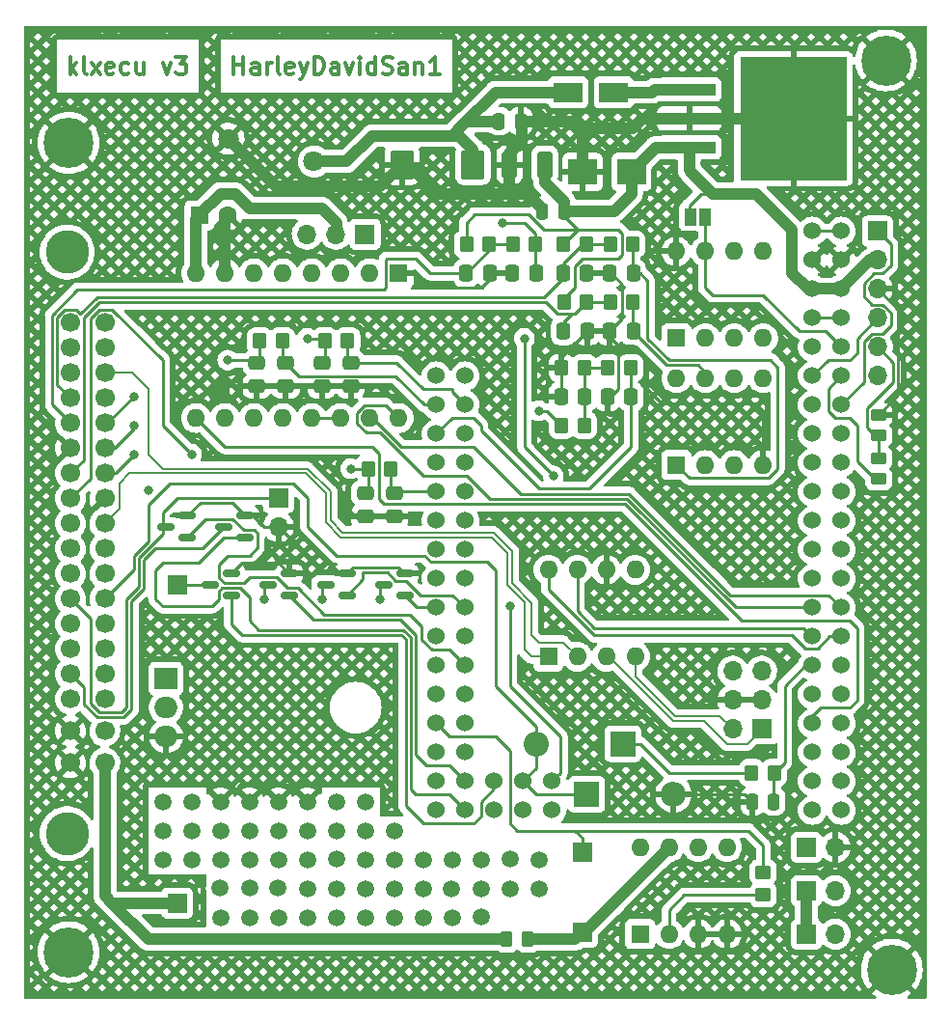
<source format=gtl>
G04 #@! TF.GenerationSoftware,KiCad,Pcbnew,(6.0.1)*
G04 #@! TF.CreationDate,2022-02-06T00:08:43-05:00*
G04 #@! TF.ProjectId,klxecu,6b6c7865-6375-42e6-9b69-6361645f7063,rev?*
G04 #@! TF.SameCoordinates,Original*
G04 #@! TF.FileFunction,Copper,L1,Top*
G04 #@! TF.FilePolarity,Positive*
%FSLAX46Y46*%
G04 Gerber Fmt 4.6, Leading zero omitted, Abs format (unit mm)*
G04 Created by KiCad (PCBNEW (6.0.1)) date 2022-02-06 00:08:43*
%MOMM*%
%LPD*%
G01*
G04 APERTURE LIST*
G04 Aperture macros list*
%AMRoundRect*
0 Rectangle with rounded corners*
0 $1 Rounding radius*
0 $2 $3 $4 $5 $6 $7 $8 $9 X,Y pos of 4 corners*
0 Add a 4 corners polygon primitive as box body*
4,1,4,$2,$3,$4,$5,$6,$7,$8,$9,$2,$3,0*
0 Add four circle primitives for the rounded corners*
1,1,$1+$1,$2,$3*
1,1,$1+$1,$4,$5*
1,1,$1+$1,$6,$7*
1,1,$1+$1,$8,$9*
0 Add four rect primitives between the rounded corners*
20,1,$1+$1,$2,$3,$4,$5,0*
20,1,$1+$1,$4,$5,$6,$7,0*
20,1,$1+$1,$6,$7,$8,$9,0*
20,1,$1+$1,$8,$9,$2,$3,0*%
G04 Aperture macros list end*
%ADD10C,0.300000*%
G04 #@! TA.AperFunction,NonConductor*
%ADD11C,0.300000*%
G04 #@! TD*
G04 #@! TA.AperFunction,ComponentPad*
%ADD12C,4.400000*%
G04 #@! TD*
G04 #@! TA.AperFunction,ComponentPad*
%ADD13C,1.500000*%
G04 #@! TD*
G04 #@! TA.AperFunction,ComponentPad*
%ADD14R,1.700000X1.700000*%
G04 #@! TD*
G04 #@! TA.AperFunction,ComponentPad*
%ADD15O,1.700000X1.700000*%
G04 #@! TD*
G04 #@! TA.AperFunction,ComponentPad*
%ADD16R,2.000000X1.905000*%
G04 #@! TD*
G04 #@! TA.AperFunction,ComponentPad*
%ADD17O,2.000000X1.905000*%
G04 #@! TD*
G04 #@! TA.AperFunction,SMDPad,CuDef*
%ADD18RoundRect,0.250000X-0.337500X-0.475000X0.337500X-0.475000X0.337500X0.475000X-0.337500X0.475000X0*%
G04 #@! TD*
G04 #@! TA.AperFunction,ComponentPad*
%ADD19R,1.600000X1.600000*%
G04 #@! TD*
G04 #@! TA.AperFunction,ComponentPad*
%ADD20O,1.600000X1.600000*%
G04 #@! TD*
G04 #@! TA.AperFunction,ComponentPad*
%ADD21C,1.524000*%
G04 #@! TD*
G04 #@! TA.AperFunction,SMDPad,CuDef*
%ADD22R,4.600000X1.100000*%
G04 #@! TD*
G04 #@! TA.AperFunction,SMDPad,CuDef*
%ADD23R,9.400000X10.800000*%
G04 #@! TD*
G04 #@! TA.AperFunction,ComponentPad*
%ADD24C,1.800000*%
G04 #@! TD*
G04 #@! TA.AperFunction,SMDPad,CuDef*
%ADD25RoundRect,0.250000X-0.262500X-0.450000X0.262500X-0.450000X0.262500X0.450000X-0.262500X0.450000X0*%
G04 #@! TD*
G04 #@! TA.AperFunction,SMDPad,CuDef*
%ADD26RoundRect,0.250000X-0.450000X0.350000X-0.450000X-0.350000X0.450000X-0.350000X0.450000X0.350000X0*%
G04 #@! TD*
G04 #@! TA.AperFunction,SMDPad,CuDef*
%ADD27RoundRect,0.250000X-0.350000X-0.450000X0.350000X-0.450000X0.350000X0.450000X-0.350000X0.450000X0*%
G04 #@! TD*
G04 #@! TA.AperFunction,SMDPad,CuDef*
%ADD28RoundRect,0.250000X0.350000X0.450000X-0.350000X0.450000X-0.350000X-0.450000X0.350000X-0.450000X0*%
G04 #@! TD*
G04 #@! TA.AperFunction,SMDPad,CuDef*
%ADD29RoundRect,0.250000X0.450000X-0.262500X0.450000X0.262500X-0.450000X0.262500X-0.450000X-0.262500X0*%
G04 #@! TD*
G04 #@! TA.AperFunction,SMDPad,CuDef*
%ADD30RoundRect,0.150000X0.587500X0.150000X-0.587500X0.150000X-0.587500X-0.150000X0.587500X-0.150000X0*%
G04 #@! TD*
G04 #@! TA.AperFunction,SMDPad,CuDef*
%ADD31R,1.000000X1.500000*%
G04 #@! TD*
G04 #@! TA.AperFunction,ComponentPad*
%ADD32O,2.200000X2.200000*%
G04 #@! TD*
G04 #@! TA.AperFunction,ComponentPad*
%ADD33R,2.200000X2.200000*%
G04 #@! TD*
G04 #@! TA.AperFunction,SMDPad,CuDef*
%ADD34R,2.500000X2.300000*%
G04 #@! TD*
G04 #@! TA.AperFunction,SMDPad,CuDef*
%ADD35R,2.500000X1.800000*%
G04 #@! TD*
G04 #@! TA.AperFunction,ComponentPad*
%ADD36C,1.600000*%
G04 #@! TD*
G04 #@! TA.AperFunction,SMDPad,CuDef*
%ADD37RoundRect,0.250000X0.250000X0.475000X-0.250000X0.475000X-0.250000X-0.475000X0.250000X-0.475000X0*%
G04 #@! TD*
G04 #@! TA.AperFunction,SMDPad,CuDef*
%ADD38RoundRect,0.250000X0.337500X0.475000X-0.337500X0.475000X-0.337500X-0.475000X0.337500X-0.475000X0*%
G04 #@! TD*
G04 #@! TA.AperFunction,SMDPad,CuDef*
%ADD39RoundRect,0.250000X-0.475000X0.337500X-0.475000X-0.337500X0.475000X-0.337500X0.475000X0.337500X0*%
G04 #@! TD*
G04 #@! TA.AperFunction,SMDPad,CuDef*
%ADD40RoundRect,0.250000X0.412500X0.925000X-0.412500X0.925000X-0.412500X-0.925000X0.412500X-0.925000X0*%
G04 #@! TD*
G04 #@! TA.AperFunction,SMDPad,CuDef*
%ADD41RoundRect,0.250000X-0.250000X-0.475000X0.250000X-0.475000X0.250000X0.475000X-0.250000X0.475000X0*%
G04 #@! TD*
G04 #@! TA.AperFunction,SMDPad,CuDef*
%ADD42RoundRect,0.250000X0.787500X1.025000X-0.787500X1.025000X-0.787500X-1.025000X0.787500X-1.025000X0*%
G04 #@! TD*
G04 #@! TA.AperFunction,WasherPad*
%ADD43C,3.800000*%
G04 #@! TD*
G04 #@! TA.AperFunction,ComponentPad*
%ADD44C,1.700000*%
G04 #@! TD*
G04 #@! TA.AperFunction,ViaPad*
%ADD45C,0.800000*%
G04 #@! TD*
G04 #@! TA.AperFunction,Conductor*
%ADD46C,0.250000*%
G04 #@! TD*
G04 #@! TA.AperFunction,Conductor*
%ADD47C,1.000000*%
G04 #@! TD*
G04 #@! TA.AperFunction,Conductor*
%ADD48C,0.200000*%
G04 #@! TD*
G04 APERTURE END LIST*
D10*
D11*
X44340000Y-37762571D02*
X44340000Y-36262571D01*
X44340000Y-36976857D02*
X45197142Y-36976857D01*
X45197142Y-37762571D02*
X45197142Y-36262571D01*
X46554285Y-37762571D02*
X46554285Y-36976857D01*
X46482857Y-36834000D01*
X46340000Y-36762571D01*
X46054285Y-36762571D01*
X45911428Y-36834000D01*
X46554285Y-37691142D02*
X46411428Y-37762571D01*
X46054285Y-37762571D01*
X45911428Y-37691142D01*
X45840000Y-37548285D01*
X45840000Y-37405428D01*
X45911428Y-37262571D01*
X46054285Y-37191142D01*
X46411428Y-37191142D01*
X46554285Y-37119714D01*
X47268571Y-37762571D02*
X47268571Y-36762571D01*
X47268571Y-37048285D02*
X47340000Y-36905428D01*
X47411428Y-36834000D01*
X47554285Y-36762571D01*
X47697142Y-36762571D01*
X48411428Y-37762571D02*
X48268571Y-37691142D01*
X48197142Y-37548285D01*
X48197142Y-36262571D01*
X49554285Y-37691142D02*
X49411428Y-37762571D01*
X49125714Y-37762571D01*
X48982857Y-37691142D01*
X48911428Y-37548285D01*
X48911428Y-36976857D01*
X48982857Y-36834000D01*
X49125714Y-36762571D01*
X49411428Y-36762571D01*
X49554285Y-36834000D01*
X49625714Y-36976857D01*
X49625714Y-37119714D01*
X48911428Y-37262571D01*
X50125714Y-36762571D02*
X50482857Y-37762571D01*
X50840000Y-36762571D02*
X50482857Y-37762571D01*
X50340000Y-38119714D01*
X50268571Y-38191142D01*
X50125714Y-38262571D01*
X51411428Y-37762571D02*
X51411428Y-36262571D01*
X51768571Y-36262571D01*
X51982857Y-36334000D01*
X52125714Y-36476857D01*
X52197142Y-36619714D01*
X52268571Y-36905428D01*
X52268571Y-37119714D01*
X52197142Y-37405428D01*
X52125714Y-37548285D01*
X51982857Y-37691142D01*
X51768571Y-37762571D01*
X51411428Y-37762571D01*
X53554285Y-37762571D02*
X53554285Y-36976857D01*
X53482857Y-36834000D01*
X53340000Y-36762571D01*
X53054285Y-36762571D01*
X52911428Y-36834000D01*
X53554285Y-37691142D02*
X53411428Y-37762571D01*
X53054285Y-37762571D01*
X52911428Y-37691142D01*
X52840000Y-37548285D01*
X52840000Y-37405428D01*
X52911428Y-37262571D01*
X53054285Y-37191142D01*
X53411428Y-37191142D01*
X53554285Y-37119714D01*
X54125714Y-36762571D02*
X54482857Y-37762571D01*
X54840000Y-36762571D01*
X55411428Y-37762571D02*
X55411428Y-36762571D01*
X55411428Y-36262571D02*
X55340000Y-36334000D01*
X55411428Y-36405428D01*
X55482857Y-36334000D01*
X55411428Y-36262571D01*
X55411428Y-36405428D01*
X56768571Y-37762571D02*
X56768571Y-36262571D01*
X56768571Y-37691142D02*
X56625714Y-37762571D01*
X56340000Y-37762571D01*
X56197142Y-37691142D01*
X56125714Y-37619714D01*
X56054285Y-37476857D01*
X56054285Y-37048285D01*
X56125714Y-36905428D01*
X56197142Y-36834000D01*
X56340000Y-36762571D01*
X56625714Y-36762571D01*
X56768571Y-36834000D01*
X57411428Y-37691142D02*
X57625714Y-37762571D01*
X57982857Y-37762571D01*
X58125714Y-37691142D01*
X58197142Y-37619714D01*
X58268571Y-37476857D01*
X58268571Y-37334000D01*
X58197142Y-37191142D01*
X58125714Y-37119714D01*
X57982857Y-37048285D01*
X57697142Y-36976857D01*
X57554285Y-36905428D01*
X57482857Y-36834000D01*
X57411428Y-36691142D01*
X57411428Y-36548285D01*
X57482857Y-36405428D01*
X57554285Y-36334000D01*
X57697142Y-36262571D01*
X58054285Y-36262571D01*
X58268571Y-36334000D01*
X59554285Y-37762571D02*
X59554285Y-36976857D01*
X59482857Y-36834000D01*
X59340000Y-36762571D01*
X59054285Y-36762571D01*
X58911428Y-36834000D01*
X59554285Y-37691142D02*
X59411428Y-37762571D01*
X59054285Y-37762571D01*
X58911428Y-37691142D01*
X58840000Y-37548285D01*
X58840000Y-37405428D01*
X58911428Y-37262571D01*
X59054285Y-37191142D01*
X59411428Y-37191142D01*
X59554285Y-37119714D01*
X60268571Y-36762571D02*
X60268571Y-37762571D01*
X60268571Y-36905428D02*
X60340000Y-36834000D01*
X60482857Y-36762571D01*
X60697142Y-36762571D01*
X60840000Y-36834000D01*
X60911428Y-36976857D01*
X60911428Y-37762571D01*
X62411428Y-37762571D02*
X61554285Y-37762571D01*
X61982857Y-37762571D02*
X61982857Y-36262571D01*
X61840000Y-36476857D01*
X61697142Y-36619714D01*
X61554285Y-36691142D01*
D10*
D11*
X29980571Y-37762571D02*
X29980571Y-36262571D01*
X30123428Y-37191142D02*
X30552000Y-37762571D01*
X30552000Y-36762571D02*
X29980571Y-37334000D01*
X31409142Y-37762571D02*
X31266285Y-37691142D01*
X31194857Y-37548285D01*
X31194857Y-36262571D01*
X31837714Y-37762571D02*
X32623428Y-36762571D01*
X31837714Y-36762571D02*
X32623428Y-37762571D01*
X33766285Y-37691142D02*
X33623428Y-37762571D01*
X33337714Y-37762571D01*
X33194857Y-37691142D01*
X33123428Y-37548285D01*
X33123428Y-36976857D01*
X33194857Y-36834000D01*
X33337714Y-36762571D01*
X33623428Y-36762571D01*
X33766285Y-36834000D01*
X33837714Y-36976857D01*
X33837714Y-37119714D01*
X33123428Y-37262571D01*
X35123428Y-37691142D02*
X34980571Y-37762571D01*
X34694857Y-37762571D01*
X34552000Y-37691142D01*
X34480571Y-37619714D01*
X34409142Y-37476857D01*
X34409142Y-37048285D01*
X34480571Y-36905428D01*
X34552000Y-36834000D01*
X34694857Y-36762571D01*
X34980571Y-36762571D01*
X35123428Y-36834000D01*
X36409142Y-36762571D02*
X36409142Y-37762571D01*
X35766285Y-36762571D02*
X35766285Y-37548285D01*
X35837714Y-37691142D01*
X35980571Y-37762571D01*
X36194857Y-37762571D01*
X36337714Y-37691142D01*
X36409142Y-37619714D01*
X38123428Y-36762571D02*
X38480571Y-37762571D01*
X38837714Y-36762571D01*
X39266285Y-36262571D02*
X40194857Y-36262571D01*
X39694857Y-36834000D01*
X39909142Y-36834000D01*
X40052000Y-36905428D01*
X40123428Y-36976857D01*
X40194857Y-37119714D01*
X40194857Y-37476857D01*
X40123428Y-37619714D01*
X40052000Y-37691142D01*
X39909142Y-37762571D01*
X39480571Y-37762571D01*
X39337714Y-37691142D01*
X39266285Y-37619714D01*
D12*
X101600000Y-36576000D03*
X102108000Y-116332000D03*
D13*
X50800000Y-101600000D03*
X48260000Y-101600000D03*
X45720000Y-101600000D03*
X38100000Y-101600000D03*
X40640000Y-101600000D03*
X71120000Y-109220000D03*
X71120000Y-106680000D03*
X68579523Y-109220000D03*
X68579523Y-106671449D03*
X66030973Y-111750973D03*
X66040000Y-109220000D03*
X66040000Y-106680000D03*
X63500000Y-111760000D03*
X63482423Y-109219999D03*
X63500000Y-106680000D03*
X60960000Y-111760000D03*
X60960000Y-109220000D03*
X60960000Y-106680000D03*
X58420000Y-111760000D03*
X58420000Y-109220000D03*
X55880000Y-111760000D03*
X55880000Y-109220000D03*
X53330259Y-111759285D03*
X53340000Y-109220000D03*
X50800000Y-111760000D03*
X50800000Y-109220000D03*
X48260000Y-111760000D03*
X48241947Y-109201947D03*
X45710973Y-109201947D03*
X45710973Y-111759285D03*
X43180000Y-111760000D03*
X43153635Y-109201947D03*
X58418571Y-104139999D03*
X58420000Y-106680000D03*
X55880000Y-106680000D03*
X53330259Y-106670973D03*
X50800000Y-106680000D03*
X48260000Y-106680000D03*
X45720000Y-106680000D03*
X43180000Y-106680000D03*
X40640000Y-106680000D03*
X38100000Y-106680000D03*
X38100000Y-104140000D03*
X40640000Y-104140000D03*
X43180000Y-104140000D03*
X45720000Y-104140000D03*
X48260000Y-104140000D03*
X50800000Y-104140000D03*
X53340000Y-104140000D03*
X55880000Y-104140000D03*
X55880000Y-101600000D03*
X53340000Y-101600000D03*
X43180000Y-101600000D03*
D14*
X39370000Y-110490000D03*
X74930000Y-113030000D03*
X74930000Y-106045000D03*
X94610000Y-109422500D03*
D15*
X97150000Y-109422500D03*
D14*
X94610000Y-113232500D03*
D15*
X97150000Y-113232500D03*
X97150000Y-105612500D03*
D14*
X94610000Y-105612500D03*
D16*
X38395000Y-90805000D03*
D17*
X38395000Y-93345000D03*
X38395000Y-95885000D03*
D18*
X64735000Y-55245000D03*
X66810000Y-55245000D03*
D19*
X58814022Y-55245000D03*
D20*
X56274022Y-55245000D03*
X53734022Y-55245000D03*
X51194022Y-55245000D03*
X48654022Y-55245000D03*
X46114022Y-55245000D03*
X43574022Y-55245000D03*
X41034022Y-55245000D03*
X41034022Y-67945000D03*
X43574022Y-67945000D03*
X46114022Y-67945000D03*
X48654022Y-67945000D03*
X51194022Y-67945000D03*
X53734022Y-67945000D03*
X56274022Y-67945000D03*
X58814022Y-67945000D03*
D19*
X80020000Y-113222500D03*
D20*
X82560000Y-113222500D03*
X85100000Y-113222500D03*
X87640000Y-113222500D03*
X87640000Y-105602500D03*
X85100000Y-105602500D03*
X82560000Y-105602500D03*
X80020000Y-105602500D03*
D21*
X95129511Y-51555489D03*
X97669511Y-51555489D03*
X97669511Y-64255489D03*
X95129511Y-64255489D03*
X97669511Y-61715489D03*
X97669511Y-54095489D03*
X95129511Y-54095489D03*
X72269511Y-99815489D03*
X72269511Y-102355489D03*
X69729511Y-99815489D03*
X69729511Y-102355489D03*
X67189511Y-99815489D03*
X67189511Y-102355489D03*
X64649511Y-102355489D03*
X62109511Y-102355489D03*
X64649511Y-99815489D03*
X62109511Y-99815489D03*
X64649511Y-97275489D03*
X62109511Y-97275489D03*
X64649511Y-94735489D03*
X62109511Y-94735489D03*
X64649511Y-92195489D03*
X62109511Y-92195489D03*
X64649511Y-89655489D03*
X62109511Y-89655489D03*
X64649511Y-87115489D03*
X62109511Y-87115489D03*
X64649511Y-84575489D03*
X62109511Y-84575489D03*
X97669511Y-102355489D03*
X95129511Y-102355489D03*
X97669511Y-99815489D03*
X95129511Y-99815489D03*
X97669511Y-97275489D03*
X95129511Y-97275489D03*
X97669511Y-94735489D03*
X95129511Y-94735489D03*
X97669511Y-92195489D03*
X95129511Y-92195489D03*
X97669511Y-89655489D03*
X95129511Y-89655489D03*
X97669511Y-87115489D03*
X95129511Y-87115489D03*
X97669511Y-84575489D03*
X95129511Y-84575489D03*
X97669511Y-82035489D03*
X95129511Y-82035489D03*
X97669511Y-79495489D03*
X95129511Y-79495489D03*
X97669511Y-76955489D03*
X95129511Y-76955489D03*
X97669511Y-74415489D03*
X95129511Y-74415489D03*
X97669511Y-71875489D03*
X95129511Y-71875489D03*
X97669511Y-69335489D03*
X95129511Y-69335489D03*
X97669511Y-66795489D03*
X95129511Y-66795489D03*
X95129511Y-61715489D03*
X64649511Y-82035489D03*
X62109511Y-82035489D03*
X64649511Y-79495489D03*
X62109511Y-79495489D03*
X64649511Y-76955489D03*
X62109511Y-76955489D03*
X64649511Y-74415489D03*
X62109511Y-74415489D03*
X64649511Y-71875489D03*
X62109511Y-71875489D03*
X64649511Y-69335489D03*
X62109511Y-69335489D03*
X64649511Y-66795489D03*
X62109511Y-66795489D03*
X64649511Y-64255489D03*
X62109511Y-64255489D03*
X95129511Y-56635489D03*
X97669511Y-56635489D03*
X95129511Y-59175489D03*
X97669511Y-59175489D03*
D22*
X84322000Y-39135000D03*
D23*
X93472000Y-41675000D03*
D22*
X84322000Y-41675000D03*
X84322000Y-44215000D03*
D24*
X51375000Y-45450000D03*
X43875000Y-43450000D03*
D25*
X68302500Y-113665000D03*
X70127500Y-113665000D03*
D26*
X90805000Y-109787500D03*
X90805000Y-107787500D03*
D27*
X89805000Y-99060000D03*
X91805000Y-99060000D03*
X79375000Y-52705000D03*
X77375000Y-52705000D03*
X56150000Y-72390000D03*
X58150000Y-72390000D03*
X52340000Y-61192500D03*
X54340000Y-61192500D03*
X75295000Y-52705000D03*
X73295000Y-52705000D03*
X70852500Y-52705000D03*
X68852500Y-52705000D03*
X66772500Y-52705000D03*
X64772500Y-52705000D03*
X77187500Y-63555000D03*
X79187500Y-63555000D03*
X46625000Y-61192500D03*
X48625000Y-61192500D03*
X79375000Y-57785000D03*
X77375000Y-57785000D03*
X73107500Y-63555000D03*
X75107500Y-63555000D03*
D28*
X75107500Y-68580000D03*
X73107500Y-68580000D03*
D27*
X73332500Y-57785000D03*
X75332500Y-57785000D03*
D29*
X100965000Y-73302500D03*
X100965000Y-71477500D03*
X100965000Y-69492500D03*
X100965000Y-67667500D03*
D30*
X40277500Y-78420000D03*
X40277500Y-76520000D03*
X38402500Y-77470000D03*
X44117500Y-83500000D03*
X44117500Y-81600000D03*
X42242500Y-82550000D03*
X52402500Y-82550000D03*
X54277500Y-81600000D03*
X54277500Y-83500000D03*
X43482500Y-77470000D03*
X45357500Y-76520000D03*
X45357500Y-78420000D03*
X49197500Y-83500000D03*
X49197500Y-81600000D03*
X47322500Y-82550000D03*
X57482500Y-82550000D03*
X59357500Y-81600000D03*
X59357500Y-83500000D03*
D31*
X84440000Y-50292000D03*
X85740000Y-50292000D03*
D14*
X48260000Y-74930000D03*
D15*
X48260000Y-77470000D03*
X50785000Y-51816000D03*
X53325000Y-51816000D03*
D14*
X55865000Y-51816000D03*
X39370000Y-82550000D03*
D20*
X71959511Y-81260489D03*
X74499511Y-81260489D03*
X77039511Y-81260489D03*
X79579511Y-81260489D03*
X79579511Y-88880489D03*
X77039511Y-88880489D03*
X74499511Y-88880489D03*
D19*
X71959511Y-88880489D03*
D20*
X83195000Y-53330000D03*
X85735000Y-53330000D03*
X88275000Y-53330000D03*
X90815000Y-53330000D03*
X90815000Y-60950000D03*
X88275000Y-60950000D03*
X85735000Y-60950000D03*
D19*
X83195000Y-60950000D03*
D14*
X100844511Y-51555489D03*
D15*
X100844511Y-54095489D03*
X100844511Y-56635489D03*
X100844511Y-59175489D03*
X100844511Y-61715489D03*
X100844511Y-64255489D03*
D14*
X90684511Y-95235000D03*
D15*
X88144511Y-95235000D03*
X90684511Y-92695000D03*
X88144511Y-92695000D03*
X90684511Y-90155000D03*
X88144511Y-90155000D03*
D19*
X83195000Y-72077500D03*
D20*
X85735000Y-72077500D03*
X88275000Y-72077500D03*
X90815000Y-72077500D03*
X90815000Y-64457500D03*
X88275000Y-64457500D03*
X85735000Y-64457500D03*
X83195000Y-64457500D03*
D32*
X82944022Y-100965000D03*
D33*
X75324022Y-100965000D03*
X78499022Y-96520000D03*
D32*
X70879022Y-96520000D03*
D34*
X79248000Y-46355000D03*
X74948000Y-46355000D03*
D35*
X73692000Y-39370000D03*
X77692000Y-39370000D03*
D36*
X43839887Y-50165000D03*
D19*
X41339887Y-50165000D03*
D37*
X91755000Y-101600000D03*
X89855000Y-101600000D03*
D38*
X79412500Y-55245000D03*
X77337500Y-55245000D03*
D39*
X58420000Y-74527500D03*
X58420000Y-76602500D03*
X54610000Y-63097500D03*
X54610000Y-65172500D03*
D18*
X73257500Y-55245000D03*
X75332500Y-55245000D03*
D39*
X55880000Y-74527500D03*
X55880000Y-76602500D03*
X52070000Y-63097500D03*
X52070000Y-65172500D03*
D38*
X68815000Y-55245000D03*
X70890000Y-55245000D03*
D18*
X77150000Y-66095000D03*
X79225000Y-66095000D03*
D39*
X48895000Y-63097500D03*
X48895000Y-65172500D03*
D38*
X79412500Y-60325000D03*
X77337500Y-60325000D03*
X75145000Y-66095000D03*
X73070000Y-66095000D03*
D39*
X46355000Y-63097500D03*
X46355000Y-65172500D03*
D18*
X75370000Y-60325000D03*
X73295000Y-60325000D03*
D40*
X71641500Y-45720000D03*
X68566500Y-45720000D03*
D37*
X73340000Y-49784000D03*
X71440000Y-49784000D03*
D41*
X67630000Y-41910000D03*
X69530000Y-41910000D03*
D42*
X65342500Y-45720000D03*
X59117500Y-45720000D03*
D43*
X29720000Y-104400000D03*
X29720000Y-53400000D03*
D44*
X33020000Y-59600000D03*
X33020000Y-61800000D03*
X33020000Y-64000000D03*
X33020000Y-66200000D03*
X33020000Y-68400000D03*
X33020000Y-70600000D03*
X33020000Y-72800000D03*
X33020000Y-75000000D03*
X33020000Y-77200000D03*
X33020000Y-79400000D03*
X33020000Y-81600000D03*
X33020000Y-83800000D03*
X33020000Y-86000000D03*
X33020000Y-88200000D03*
X33020000Y-90400000D03*
X33020000Y-92600000D03*
X33020000Y-95400000D03*
X33020000Y-98200000D03*
X30020000Y-59600000D03*
X30020000Y-61800000D03*
X30020000Y-64000000D03*
X30020000Y-66200000D03*
X30020000Y-68400000D03*
X30020000Y-70600000D03*
X30020000Y-72800000D03*
X30020000Y-75000000D03*
X30020000Y-77200000D03*
X30020000Y-79400000D03*
X30020000Y-81600000D03*
X30020000Y-83800000D03*
X30020000Y-86000000D03*
X30020000Y-88200000D03*
X30020000Y-90400000D03*
X30020000Y-92600000D03*
X30020000Y-95400000D03*
X30020000Y-98200000D03*
D12*
X29845000Y-43815000D03*
X29845000Y-114808000D03*
D45*
X53975000Y-75565000D03*
X72390000Y-73025000D03*
X68580000Y-84455000D03*
X69850000Y-60960000D03*
X43180000Y-65405000D03*
X36830000Y-74295000D03*
X40640000Y-71120000D03*
X84473000Y-46373000D03*
X93472000Y-41675000D03*
X90182000Y-45720000D03*
X96532000Y-45720000D03*
X96532000Y-37465000D03*
X90182000Y-37465000D03*
X67945000Y-50800000D03*
X71120000Y-67310000D03*
X57150000Y-83820000D03*
X52070000Y-83820000D03*
X46990000Y-83820000D03*
X54610000Y-72390000D03*
X50800000Y-60960000D03*
X43815000Y-62865000D03*
X35624500Y-68580000D03*
X35624500Y-66040000D03*
X35624500Y-71120000D03*
D46*
X71553507Y-51435000D02*
X76200000Y-51435000D01*
X65494511Y-50075489D02*
X70193996Y-50075489D01*
X64772500Y-50797500D02*
X65494511Y-50075489D01*
X64772500Y-52705000D02*
X64772500Y-50797500D01*
X78105000Y-51435000D02*
X76200000Y-51435000D01*
X76200000Y-51435000D02*
X74565000Y-51435000D01*
X70193996Y-50075489D02*
X71553507Y-51435000D01*
X70852500Y-51802500D02*
X70852500Y-52705000D01*
X69850000Y-50800000D02*
X70852500Y-51802500D01*
X67945000Y-50800000D02*
X69850000Y-50800000D01*
X28845489Y-65025489D02*
X30020000Y-66200000D01*
X29533501Y-58425489D02*
X28845489Y-59113501D01*
X30506499Y-58425489D02*
X29533501Y-58425489D01*
X32352076Y-57335480D02*
X30884283Y-58803273D01*
X71569520Y-57335480D02*
X32352076Y-57335480D01*
X73257500Y-55647500D02*
X71569520Y-57335480D01*
X73257500Y-55245000D02*
X73257500Y-55647500D01*
X30884283Y-58803273D02*
X30506499Y-58425489D01*
X28845489Y-59113501D02*
X28845489Y-65025489D01*
X55865000Y-52055000D02*
X55865000Y-51816000D01*
D47*
X53340000Y-51801000D02*
X53325000Y-51816000D01*
X53340000Y-50800000D02*
X53340000Y-51801000D01*
X52070000Y-49530000D02*
X53340000Y-50800000D01*
X45720000Y-49530000D02*
X52070000Y-49530000D01*
X57212500Y-47625000D02*
X59117500Y-45720000D01*
X48050000Y-47625000D02*
X57212500Y-47625000D01*
X43875000Y-43450000D02*
X48050000Y-47625000D01*
D46*
X84328000Y-49276000D02*
X84328000Y-50180000D01*
X85344000Y-48260000D02*
X84328000Y-49276000D01*
X86360000Y-48260000D02*
X85344000Y-48260000D01*
X84328000Y-50180000D02*
X84440000Y-50292000D01*
X73340000Y-50210000D02*
X74565000Y-51435000D01*
X73340000Y-49784000D02*
X73340000Y-50210000D01*
D47*
X69596000Y-43688000D02*
X69596000Y-41976000D01*
X68566500Y-44717500D02*
X69596000Y-43688000D01*
X68566500Y-45720000D02*
X68566500Y-44717500D01*
X69596000Y-41976000D02*
X69530000Y-41910000D01*
X68566500Y-47738500D02*
X69088000Y-48260000D01*
X68566500Y-45720000D02*
X68566500Y-47738500D01*
X69088000Y-48260000D02*
X62230000Y-48260000D01*
X70104000Y-48260000D02*
X69088000Y-48260000D01*
X71440000Y-49596000D02*
X70104000Y-48260000D01*
X71440000Y-49784000D02*
X71440000Y-49596000D01*
X71641500Y-47257500D02*
X71641500Y-45720000D01*
X73340000Y-48956000D02*
X71641500Y-47257500D01*
X73340000Y-49784000D02*
X73340000Y-48956000D01*
X79248000Y-48260000D02*
X79248000Y-46355000D01*
X77724000Y-49784000D02*
X79248000Y-48260000D01*
X73340000Y-49784000D02*
X77724000Y-49784000D01*
D46*
X85740000Y-50292000D02*
X85740000Y-53325000D01*
X85740000Y-53325000D02*
X85735000Y-53330000D01*
D47*
X93345000Y-51435000D02*
X90170000Y-48260000D01*
X90170000Y-48260000D02*
X88900000Y-48260000D01*
X86360000Y-48260000D02*
X88900000Y-48260000D01*
X84473000Y-46373000D02*
X86360000Y-48260000D01*
X84322000Y-46222000D02*
X84473000Y-46373000D01*
X84322000Y-44215000D02*
X84322000Y-46222000D01*
X81388000Y-44215000D02*
X79248000Y-46355000D01*
X84322000Y-44215000D02*
X81388000Y-44215000D01*
X74948000Y-42563000D02*
X74930000Y-42545000D01*
X74948000Y-46355000D02*
X74948000Y-42563000D01*
X80245000Y-41675000D02*
X84322000Y-41675000D01*
X79375000Y-42545000D02*
X80245000Y-41675000D01*
X81280000Y-39116000D02*
X84303000Y-39116000D01*
X81026000Y-39370000D02*
X81280000Y-39116000D01*
X84303000Y-39116000D02*
X84322000Y-39135000D01*
X77692000Y-39370000D02*
X81026000Y-39370000D01*
X67310000Y-39370000D02*
X73692000Y-39370000D01*
D46*
X63259022Y-98425000D02*
X64649511Y-99815489D01*
X78119040Y-61595000D02*
X78112020Y-61602020D01*
X80645000Y-62865000D02*
X79375000Y-61595000D01*
X79375000Y-61595000D02*
X78119040Y-61595000D01*
X90815000Y-67320000D02*
X90170000Y-66675000D01*
X81915000Y-66675000D02*
X80645000Y-65405000D01*
X90170000Y-66675000D02*
X81915000Y-66675000D01*
X90815000Y-72077500D02*
X90815000Y-67320000D01*
X80645000Y-65405000D02*
X80645000Y-62865000D01*
X79375000Y-55207500D02*
X79412500Y-55245000D01*
X79375000Y-52705000D02*
X79375000Y-55207500D01*
X73295000Y-49575000D02*
X73340000Y-49530000D01*
X38100000Y-77167500D02*
X38402500Y-77470000D01*
X38100000Y-76200000D02*
X38100000Y-77167500D01*
X38100000Y-77772500D02*
X38402500Y-77470000D01*
X38100000Y-78105000D02*
X38100000Y-77772500D01*
X96279022Y-60325000D02*
X97669511Y-61715489D01*
X90805000Y-57150000D02*
X93980000Y-60325000D01*
X86360000Y-57150000D02*
X90805000Y-57150000D01*
X85735000Y-56525000D02*
X86360000Y-57150000D01*
X85735000Y-53330000D02*
X85735000Y-56525000D01*
X93980000Y-60325000D02*
X96279022Y-60325000D01*
X95129511Y-51555489D02*
X97669511Y-51555489D01*
X95129511Y-59175489D02*
X97669511Y-59175489D01*
X55880000Y-76602500D02*
X58420000Y-76602500D01*
X55012500Y-76602500D02*
X53975000Y-75565000D01*
X55880000Y-76602500D02*
X55012500Y-76602500D01*
X35560000Y-81260000D02*
X33020000Y-83800000D01*
X35560000Y-80008565D02*
X35560000Y-81260000D01*
X36830000Y-78738565D02*
X35560000Y-80008565D01*
X36830000Y-75565000D02*
X36830000Y-78738565D01*
X38735000Y-73660000D02*
X36830000Y-75565000D01*
X49530000Y-73660000D02*
X38735000Y-73660000D01*
X50800000Y-77470000D02*
X50800000Y-74930000D01*
X61087462Y-80010000D02*
X53340000Y-80010000D01*
X66612000Y-80582000D02*
X61659462Y-80582000D01*
X67310000Y-81280000D02*
X66612000Y-80582000D01*
X61659462Y-80582000D02*
X61087462Y-80010000D01*
X67310000Y-91440000D02*
X67310000Y-81280000D01*
X70879022Y-95009022D02*
X67310000Y-91440000D01*
X70879022Y-96520000D02*
X70879022Y-95009022D01*
X53340000Y-80010000D02*
X50800000Y-77470000D01*
X50800000Y-74930000D02*
X49530000Y-73660000D01*
X73025000Y-99060000D02*
X72269511Y-99815489D01*
X73025000Y-95885000D02*
X73025000Y-99060000D01*
X68580000Y-91440000D02*
X73025000Y-95885000D01*
X68580000Y-84455000D02*
X68580000Y-91440000D01*
X69850000Y-70485000D02*
X72390000Y-73025000D01*
X69850000Y-60960000D02*
X69850000Y-70485000D01*
X71837500Y-67310000D02*
X73107500Y-68580000D01*
X71120000Y-67310000D02*
X71837500Y-67310000D01*
X69729511Y-99815489D02*
X70879022Y-100965000D01*
X70879022Y-100965000D02*
X75324022Y-100965000D01*
X52070000Y-65172500D02*
X54610000Y-65172500D01*
X48895000Y-65172500D02*
X52070000Y-65172500D01*
X46355000Y-65172500D02*
X48895000Y-65172500D01*
X43412500Y-65172500D02*
X43180000Y-65405000D01*
X46355000Y-65172500D02*
X43412500Y-65172500D01*
D47*
X39370000Y-110490000D02*
X33655000Y-110490000D01*
X33655000Y-110490000D02*
X36830000Y-113665000D01*
X33020000Y-109855000D02*
X33655000Y-110490000D01*
X75132500Y-113030000D02*
X82560000Y-105602500D01*
X74930000Y-113030000D02*
X75132500Y-113030000D01*
D46*
X82560000Y-111135000D02*
X82560000Y-113222500D01*
X82550000Y-111125000D02*
X82560000Y-111135000D01*
X83887500Y-109787500D02*
X82550000Y-111125000D01*
X90805000Y-109787500D02*
X83887500Y-109787500D01*
X74930000Y-104775000D02*
X74930000Y-106045000D01*
X74295000Y-104140000D02*
X74930000Y-104775000D01*
X71755000Y-104140000D02*
X74295000Y-104140000D01*
X71755000Y-104140000D02*
X89535000Y-104140000D01*
X69215000Y-104140000D02*
X71755000Y-104140000D01*
X68580000Y-97155000D02*
X68580000Y-103505000D01*
X67310000Y-95885000D02*
X68580000Y-97155000D01*
X63259022Y-95885000D02*
X67310000Y-95885000D01*
X62109511Y-94735489D02*
X63259022Y-95885000D01*
X68580000Y-103505000D02*
X69215000Y-104140000D01*
X90805000Y-105410000D02*
X90805000Y-107787500D01*
X89535000Y-104140000D02*
X90805000Y-105410000D01*
D47*
X74295000Y-113665000D02*
X74930000Y-113030000D01*
X70127500Y-113665000D02*
X74295000Y-113665000D01*
X36830000Y-113665000D02*
X68302500Y-113665000D01*
X33020000Y-98200000D02*
X33020000Y-109855000D01*
D46*
X31750000Y-59208990D02*
X31750000Y-73270000D01*
X32538990Y-58420000D02*
X31750000Y-59208990D01*
X38100000Y-68580000D02*
X38100000Y-62865000D01*
X33655000Y-58420000D02*
X32538990Y-58420000D01*
X40640000Y-71120000D02*
X38100000Y-68580000D01*
X38100000Y-62865000D02*
X33655000Y-58420000D01*
X31750000Y-73270000D02*
X30020000Y-75000000D01*
D48*
X73249022Y-87630000D02*
X74499511Y-88880489D01*
X71120000Y-87630000D02*
X73249022Y-87630000D01*
X70485000Y-86995000D02*
X71120000Y-87630000D01*
X70485000Y-84155178D02*
X70485000Y-86995000D01*
X68790480Y-82460658D02*
X70485000Y-84155178D01*
X68790480Y-79655474D02*
X68790480Y-82460658D01*
X53887000Y-78017000D02*
X67152007Y-78017001D01*
X52822017Y-76952017D02*
X53887000Y-78017000D01*
X52822017Y-74412017D02*
X52822017Y-76952017D01*
X50800001Y-72390001D02*
X52822017Y-74412017D01*
X38100001Y-72390001D02*
X50800001Y-72390001D01*
X36830000Y-71120000D02*
X38100001Y-72390001D01*
X36830000Y-65405000D02*
X36830000Y-71120000D01*
X35425000Y-64000000D02*
X36830000Y-65405000D01*
X33020000Y-64000000D02*
X35425000Y-64000000D01*
X67152007Y-78017001D02*
X68790480Y-79655474D01*
D47*
X93345000Y-55245000D02*
X93345000Y-51435000D01*
X94735489Y-56635489D02*
X93345000Y-55245000D01*
X95129511Y-56635489D02*
X94735489Y-56635489D01*
X84322000Y-41675000D02*
X93472000Y-41675000D01*
X74930000Y-42545000D02*
X79375000Y-42545000D01*
X74295000Y-41910000D02*
X74930000Y-42545000D01*
X69530000Y-41910000D02*
X74295000Y-41910000D01*
D46*
X66040000Y-68580000D02*
X65405000Y-67945000D01*
X66040000Y-69073440D02*
X66040000Y-68580000D01*
X71120000Y-74153440D02*
X66040000Y-69073440D01*
X75556560Y-74153440D02*
X71120000Y-74153440D01*
X79225000Y-70485000D02*
X75556560Y-74153440D01*
X63500000Y-67945000D02*
X65405000Y-67945000D01*
X79225000Y-70485000D02*
X79225000Y-66095000D01*
X62109511Y-69335489D02*
X63500000Y-67945000D01*
D47*
X69530000Y-41910000D02*
X69950000Y-41910000D01*
X67630000Y-41910000D02*
X64770000Y-41910000D01*
X64770000Y-41910000D02*
X64452500Y-42227500D01*
X64452500Y-42227500D02*
X67310000Y-39370000D01*
X63500000Y-43180000D02*
X64452500Y-42227500D01*
X59117500Y-45720000D02*
X59690000Y-45720000D01*
X59690000Y-45720000D02*
X62230000Y-48260000D01*
X63500000Y-43180000D02*
X64135000Y-43180000D01*
X56515000Y-43180000D02*
X63500000Y-43180000D01*
X65342500Y-44387500D02*
X65342500Y-45720000D01*
X64135000Y-43180000D02*
X65342500Y-44387500D01*
X54245000Y-45450000D02*
X56515000Y-43180000D01*
X51375000Y-45450000D02*
X54245000Y-45450000D01*
D46*
X96520000Y-65405000D02*
X97669511Y-64255489D01*
X96520000Y-67310000D02*
X96520000Y-65405000D01*
X97155000Y-67945000D02*
X96520000Y-67310000D01*
X98425000Y-67945000D02*
X97155000Y-67945000D01*
X100607500Y-73302500D02*
X99060000Y-71755000D01*
X99060000Y-68580000D02*
X98425000Y-67945000D01*
X99060000Y-71755000D02*
X99060000Y-68580000D01*
X100965000Y-73302500D02*
X100607500Y-73302500D01*
X102684520Y-65947980D02*
X100965000Y-67667500D01*
X102684520Y-58475498D02*
X102684520Y-65947980D01*
X100844511Y-56635489D02*
X102684520Y-58475498D01*
X100965000Y-71477500D02*
X100965000Y-69492500D01*
X100607500Y-69492500D02*
X100965000Y-69492500D01*
X99940480Y-68825480D02*
X100607500Y-69492500D01*
X99940480Y-67064520D02*
X99940480Y-68825480D01*
X102235000Y-64770000D02*
X99940480Y-67064520D01*
X102235000Y-63105978D02*
X102235000Y-64770000D01*
X100844511Y-61715489D02*
X102235000Y-63105978D01*
X99670000Y-64795000D02*
X97669511Y-66795489D01*
X100358012Y-60540978D02*
X99670000Y-61228990D01*
X101331010Y-60540978D02*
X100358012Y-60540978D01*
X102019022Y-59852966D02*
X101331010Y-60540978D01*
X102019022Y-58688990D02*
X102019022Y-59852966D01*
X101331010Y-58000978D02*
X102019022Y-58688990D01*
X100548990Y-55270000D02*
X99670000Y-56148990D01*
X101331010Y-55270000D02*
X100548990Y-55270000D01*
X99670000Y-57312966D02*
X100358012Y-58000978D01*
X100358012Y-58000978D02*
X101331010Y-58000978D01*
X102019022Y-54581988D02*
X101331010Y-55270000D01*
X102019022Y-52730000D02*
X102019022Y-54581988D01*
X99670000Y-61228990D02*
X99670000Y-64795000D01*
X99670000Y-56148990D02*
X99670000Y-57312966D01*
X100844511Y-51555489D02*
X102019022Y-52730000D01*
D47*
X94610000Y-109422500D02*
X94610000Y-113232500D01*
D46*
X88385489Y-84575489D02*
X95129511Y-84575489D01*
X78862480Y-75052480D02*
X88385489Y-84575489D01*
X66823062Y-75052480D02*
X78862480Y-75052480D01*
X64795582Y-73025000D02*
X66823062Y-75052480D01*
X57150000Y-69215000D02*
X60960000Y-73025000D01*
X55953722Y-69215000D02*
X57150000Y-69215000D01*
X55808233Y-66820489D02*
X55149511Y-67479211D01*
X57689511Y-66820489D02*
X55808233Y-66820489D01*
X55149511Y-68410789D02*
X55953722Y-69215000D01*
X58814022Y-67945000D02*
X57689511Y-66820489D01*
X55149511Y-67479211D02*
X55149511Y-68410789D01*
X60960000Y-73025000D02*
X64795582Y-73025000D01*
X69522960Y-74602960D02*
X79048678Y-74602960D01*
X79048678Y-74602960D02*
X87934696Y-83488978D01*
X96583000Y-83488978D02*
X97669511Y-84575489D01*
X65405000Y-70485000D02*
X69522960Y-74602960D01*
X59055718Y-70485000D02*
X65405000Y-70485000D01*
X87934696Y-83488978D02*
X96583000Y-83488978D01*
X56515718Y-67945000D02*
X59055718Y-70485000D01*
X56274022Y-67945000D02*
X56515718Y-67945000D01*
X95129511Y-94100489D02*
X95129511Y-94735489D01*
X95885000Y-93345000D02*
X95129511Y-94100489D01*
X98425000Y-93345000D02*
X95885000Y-93345000D01*
X99060000Y-92710000D02*
X98425000Y-93345000D01*
X99060000Y-86360000D02*
X99060000Y-92710000D01*
X98425000Y-85725000D02*
X99060000Y-86360000D01*
X57501520Y-75502000D02*
X78676283Y-75502000D01*
X57074520Y-75075000D02*
X57501520Y-75502000D01*
X57074520Y-71044520D02*
X57074520Y-75075000D01*
X78676283Y-75502000D02*
X88899283Y-85725000D01*
X56515000Y-70485000D02*
X57074520Y-71044520D01*
X88899283Y-85725000D02*
X98425000Y-85725000D01*
X43574022Y-70485000D02*
X56515000Y-70485000D01*
X41034022Y-67945000D02*
X43574022Y-70485000D01*
X71959511Y-82996206D02*
X71959511Y-81260489D01*
X93345000Y-86995000D02*
X75958305Y-86995000D01*
X94552000Y-88202000D02*
X93345000Y-86995000D01*
X96666071Y-87115489D02*
X95579560Y-88202000D01*
X97669511Y-87115489D02*
X96666071Y-87115489D01*
X95579560Y-88202000D02*
X94552000Y-88202000D01*
X75958305Y-86995000D02*
X71959511Y-82996206D01*
X74499511Y-84900489D02*
X74499511Y-81260489D01*
X75959022Y-86360000D02*
X74499511Y-84900489D01*
X94374022Y-86360000D02*
X75959022Y-86360000D01*
X95129511Y-87115489D02*
X94374022Y-86360000D01*
X67189511Y-100450489D02*
X67189511Y-99815489D01*
X66040000Y-101600000D02*
X67189511Y-100450489D01*
X66040000Y-102870000D02*
X66040000Y-101600000D01*
X60960000Y-103505000D02*
X65405000Y-103505000D01*
X59425960Y-101970960D02*
X60960000Y-103505000D01*
X59425960Y-87365961D02*
X59425960Y-101970960D01*
X59054999Y-86995000D02*
X59425960Y-87365961D01*
X45085000Y-86995000D02*
X59054999Y-86995000D01*
X44117500Y-86027500D02*
X45085000Y-86995000D01*
X65405000Y-103505000D02*
X66040000Y-102870000D01*
X44117500Y-83500000D02*
X44117500Y-86027500D01*
X59875480Y-87179763D02*
X59241197Y-86545480D01*
X59875480Y-100515480D02*
X59875480Y-87179763D01*
X59241197Y-86545480D02*
X49080480Y-86545480D01*
X60325000Y-100965000D02*
X59875480Y-100515480D01*
X63259022Y-100965000D02*
X60325000Y-100965000D01*
X64649511Y-102355489D02*
X63259022Y-100965000D01*
X51343941Y-85646441D02*
X49197500Y-83500000D01*
X60325000Y-97525960D02*
X60325000Y-86993566D01*
X60325000Y-86993566D02*
X58977875Y-85646441D01*
X58977875Y-85646441D02*
X51343941Y-85646441D01*
X63259022Y-98425000D02*
X61224040Y-98425000D01*
X61224040Y-98425000D02*
X60325000Y-97525960D01*
X31194511Y-93071238D02*
X31194511Y-91574511D01*
X32347304Y-94224031D02*
X31194511Y-93071238D01*
X35374520Y-84006916D02*
X35374520Y-93531198D01*
X36459040Y-80380960D02*
X36459040Y-82922396D01*
X35374520Y-93531198D02*
X34681686Y-94224031D01*
X41577500Y-79375000D02*
X37465000Y-79375000D01*
X34681686Y-94224031D02*
X32347304Y-94224031D01*
X31194511Y-91574511D02*
X30020000Y-90400000D01*
X43482500Y-77470000D02*
X41577500Y-79375000D01*
X37465000Y-79375000D02*
X36459040Y-80380960D01*
X36459040Y-82922396D02*
X35374520Y-84006916D01*
X31750000Y-85530000D02*
X30020000Y-83800000D01*
X34495489Y-93774511D02*
X32533501Y-93774511D01*
X34925000Y-93345000D02*
X34495489Y-93774511D01*
X34925000Y-83820718D02*
X34925000Y-93345000D01*
X36009520Y-80194762D02*
X36009520Y-82736198D01*
X31750000Y-92991010D02*
X31750000Y-85530000D01*
X37278802Y-78925480D02*
X36009520Y-80194762D01*
X36009520Y-82736198D02*
X34925000Y-83820718D01*
X37279520Y-78925480D02*
X37278802Y-78925480D01*
X39370000Y-74930000D02*
X38100000Y-76200000D01*
X48260000Y-74930000D02*
X39370000Y-74930000D01*
X32533501Y-93774511D02*
X31750000Y-92991010D01*
X38100000Y-78105000D02*
X37279520Y-78925480D01*
X61722462Y-88265000D02*
X63259022Y-88265000D01*
X60853080Y-87395618D02*
X61722462Y-88265000D01*
X60853080Y-86250212D02*
X60853080Y-87395618D01*
X59799791Y-85196922D02*
X60853080Y-86250212D01*
X52302994Y-85196922D02*
X59799791Y-85196922D01*
X49981552Y-82875480D02*
X52302994Y-85196922D01*
X63259022Y-88265000D02*
X64649511Y-89655489D01*
X49064408Y-82875480D02*
X49981552Y-82875480D01*
X48103928Y-81915000D02*
X49064408Y-82875480D01*
X45720000Y-81915000D02*
X48103928Y-81915000D01*
X45209040Y-82425960D02*
X45720000Y-81915000D01*
X43527032Y-82425960D02*
X45209040Y-82425960D01*
X43055480Y-81954408D02*
X43527032Y-82425960D01*
X43055480Y-80769520D02*
X43055480Y-81954408D01*
X43815000Y-80010000D02*
X43055480Y-80769520D01*
X46141552Y-77795480D02*
X46419520Y-78073448D01*
X45720000Y-80010000D02*
X43815000Y-80010000D01*
X45216552Y-77795480D02*
X46141552Y-77795480D01*
X44266552Y-76845480D02*
X45216552Y-77795480D01*
X41852020Y-76845480D02*
X44266552Y-76845480D01*
X46419520Y-78073448D02*
X46419520Y-79310480D01*
X46419520Y-79310480D02*
X45720000Y-80010000D01*
X40277500Y-78420000D02*
X41852020Y-76845480D01*
X48242500Y-80645000D02*
X49197500Y-81600000D01*
X45072500Y-80645000D02*
X48242500Y-80645000D01*
X44117500Y-81600000D02*
X45072500Y-80645000D01*
X49197500Y-78407500D02*
X48260000Y-77470000D01*
X49197500Y-81600000D02*
X49197500Y-78407500D01*
X43500000Y-78420000D02*
X45357500Y-78420000D01*
X41275000Y-80645000D02*
X43500000Y-78420000D01*
X38100000Y-80645000D02*
X41275000Y-80645000D01*
X37465000Y-81280000D02*
X38100000Y-80645000D01*
X37465000Y-83820000D02*
X37465000Y-81280000D01*
X38100000Y-84455000D02*
X37465000Y-83820000D01*
X42447032Y-84455000D02*
X38100000Y-84455000D01*
X43055480Y-83153448D02*
X43055480Y-83846552D01*
X43333448Y-82875480D02*
X43055480Y-83153448D01*
X45720000Y-83693928D02*
X44901552Y-82875480D01*
X44901552Y-82875480D02*
X43333448Y-82875480D01*
X45720000Y-85725000D02*
X45720000Y-83693928D01*
X43055480Y-83846552D02*
X42447032Y-84455000D01*
X49080480Y-86545480D02*
X46540480Y-86545480D01*
X46540480Y-86545480D02*
X45720000Y-85725000D01*
X46040000Y-76520000D02*
X45357500Y-76520000D01*
X46990000Y-77470000D02*
X46040000Y-76520000D01*
X48260000Y-77470000D02*
X46990000Y-77470000D01*
X57150000Y-82882500D02*
X57482500Y-82550000D01*
X57150000Y-83820000D02*
X57150000Y-82882500D01*
X63563000Y-83488978D02*
X64649511Y-84575489D01*
X60755050Y-83488978D02*
X63563000Y-83488978D01*
X59490592Y-82224520D02*
X60755050Y-83488978D01*
X57829968Y-81481040D02*
X58573448Y-82224520D01*
X55678960Y-82098540D02*
X55678960Y-81481040D01*
X58573448Y-82224520D02*
X59490592Y-82224520D01*
X54277500Y-83500000D02*
X55678960Y-82098540D01*
X55678960Y-81481040D02*
X57829968Y-81481040D01*
X52070000Y-83820000D02*
X52070000Y-82882500D01*
X52070000Y-82882500D02*
X52402500Y-82550000D01*
X46990000Y-82882500D02*
X47322500Y-82550000D01*
X46990000Y-83820000D02*
X46990000Y-82882500D01*
X53660000Y-81600000D02*
X54277500Y-81600000D01*
X49530000Y-77470000D02*
X53660000Y-81600000D01*
X48260000Y-77470000D02*
X49530000Y-77470000D01*
X58789020Y-81031520D02*
X59357500Y-81600000D01*
X54845980Y-81031520D02*
X58789020Y-81031520D01*
X54277500Y-81600000D02*
X54845980Y-81031520D01*
X89220000Y-100965000D02*
X89855000Y-101600000D01*
X82944022Y-100965000D02*
X89220000Y-100965000D01*
X82550000Y-99060000D02*
X89805000Y-99060000D01*
X80010000Y-96520000D02*
X82550000Y-99060000D01*
X78499022Y-96520000D02*
X80010000Y-96520000D01*
X91755000Y-99110000D02*
X91805000Y-99060000D01*
X91755000Y-101600000D02*
X91755000Y-99110000D01*
X92710000Y-98155000D02*
X91805000Y-99060000D01*
X92710000Y-91440000D02*
X92710000Y-98155000D01*
X94494511Y-89655489D02*
X92710000Y-91440000D01*
X95129511Y-89655489D02*
X94494511Y-89655489D01*
D48*
X77279505Y-88880489D02*
X77039511Y-88880489D01*
X85610008Y-94500008D02*
X82899024Y-94500008D01*
X87630000Y-96520000D02*
X85610008Y-94500008D01*
X89399511Y-96520000D02*
X87630000Y-96520000D01*
X90684511Y-95235000D02*
X89399511Y-96520000D01*
X82899024Y-94500008D02*
X77279505Y-88880489D01*
X87010000Y-94100489D02*
X88144511Y-95235000D01*
X83064511Y-94100489D02*
X87010000Y-94100489D01*
D46*
X39370000Y-82550000D02*
X42242500Y-82550000D01*
X41417980Y-75379520D02*
X40277500Y-76520000D01*
X44217020Y-75379520D02*
X41417980Y-75379520D01*
X45357500Y-76520000D02*
X44217020Y-75379520D01*
X60432989Y-84575489D02*
X62109511Y-84575489D01*
X59357500Y-83500000D02*
X60432989Y-84575489D01*
D48*
X70465489Y-88880489D02*
X71959511Y-88880489D01*
X69850000Y-84085184D02*
X69850000Y-88265000D01*
X68390960Y-82626144D02*
X69850000Y-84085184D01*
X68390960Y-79820960D02*
X68390960Y-82626144D01*
X66986520Y-78416520D02*
X68390960Y-79820960D01*
X53721514Y-78416520D02*
X66986520Y-78416520D01*
X52422498Y-77117504D02*
X53721514Y-78416520D01*
X34290000Y-73660000D02*
X35160480Y-72789520D01*
X50634514Y-72789520D02*
X52422497Y-74577503D01*
X52422497Y-74577503D02*
X52422498Y-77117504D01*
X69850000Y-88265000D02*
X70465489Y-88880489D01*
X34290000Y-75930000D02*
X34290000Y-73660000D01*
X33020000Y-77200000D02*
X34290000Y-75930000D01*
X35160480Y-72789520D02*
X50634514Y-72789520D01*
D46*
X33915000Y-70600000D02*
X33020000Y-70600000D01*
X35624500Y-68890500D02*
X33915000Y-70600000D01*
X35624500Y-68580000D02*
X35624500Y-68890500D01*
X54610000Y-72390000D02*
X56150000Y-72390000D01*
X33944500Y-72800000D02*
X33020000Y-72800000D01*
X35624500Y-71120000D02*
X33944500Y-72800000D01*
X53734022Y-67945000D02*
X51194022Y-67945000D01*
X56150000Y-74257500D02*
X55880000Y-74527500D01*
X56150000Y-72390000D02*
X56150000Y-74257500D01*
X58532011Y-74415489D02*
X58420000Y-74527500D01*
X62109511Y-74415489D02*
X58532011Y-74415489D01*
X58150000Y-74257500D02*
X58420000Y-74527500D01*
X58150000Y-72390000D02*
X58150000Y-74257500D01*
X79187500Y-66057500D02*
X79225000Y-66095000D01*
X79187500Y-63555000D02*
X79187500Y-66057500D01*
X77337500Y-60827500D02*
X77337500Y-60325000D01*
X78112020Y-61602020D02*
X77337500Y-60827500D01*
X78112020Y-65397980D02*
X78112020Y-61602020D01*
X77415000Y-66095000D02*
X78112020Y-65397980D01*
X77150000Y-66095000D02*
X77415000Y-66095000D01*
X73107500Y-62587500D02*
X75370000Y-60325000D01*
X73107500Y-63555000D02*
X73107500Y-62587500D01*
X73070000Y-66095000D02*
X73107500Y-66057500D01*
X73107500Y-66057500D02*
X73107500Y-63555000D01*
X75107500Y-63555000D02*
X75107500Y-68580000D01*
X75107500Y-63555000D02*
X77187500Y-63555000D01*
X33200000Y-68400000D02*
X33020000Y-68400000D01*
X35624500Y-66040000D02*
X35560000Y-66040000D01*
X35560000Y-66040000D02*
X33200000Y-68400000D01*
X50800000Y-60960000D02*
X52107500Y-60960000D01*
X52107500Y-60960000D02*
X52340000Y-61192500D01*
X43815000Y-62865000D02*
X46122500Y-62865000D01*
X46122500Y-62865000D02*
X46355000Y-63097500D01*
X63500000Y-65645978D02*
X64649511Y-66795489D01*
X58652500Y-63097500D02*
X60960000Y-65405000D01*
X60960000Y-65405000D02*
X63500000Y-65405000D01*
X54610000Y-63097500D02*
X58652500Y-63097500D01*
X63500000Y-65405000D02*
X63500000Y-65645978D01*
X61080489Y-66795489D02*
X62109511Y-66795489D01*
X58545480Y-64260480D02*
X61080489Y-66795489D01*
X50057980Y-64260480D02*
X58545480Y-64260480D01*
X48895000Y-63097500D02*
X50057980Y-64260480D01*
X46625000Y-61192500D02*
X46625000Y-62827500D01*
X46625000Y-62827500D02*
X46355000Y-63097500D01*
X48625000Y-62827500D02*
X48895000Y-63097500D01*
X48625000Y-61192500D02*
X48625000Y-62827500D01*
X52340000Y-62827500D02*
X52070000Y-63097500D01*
X52340000Y-61192500D02*
X52340000Y-62827500D01*
X54340000Y-62827500D02*
X54610000Y-63097500D01*
X54340000Y-61192500D02*
X54340000Y-62827500D01*
X85735000Y-63959520D02*
X85735000Y-64457500D01*
X85090000Y-63314520D02*
X85735000Y-63959520D01*
X82363803Y-63314520D02*
X85090000Y-63314520D01*
X79412500Y-60325000D02*
X79412500Y-60363218D01*
X79412500Y-60363218D02*
X82363803Y-63314520D01*
X84319511Y-73202011D02*
X83195000Y-72077500D01*
X91280789Y-73202011D02*
X84319511Y-73202011D01*
X92075000Y-63500000D02*
X92075000Y-72407800D01*
X82550000Y-62865000D02*
X91440000Y-62865000D01*
X92075000Y-72407800D02*
X91280789Y-73202011D01*
X80645000Y-60960000D02*
X82550000Y-62865000D01*
X80645000Y-55880000D02*
X80645000Y-60960000D01*
X91440000Y-62865000D02*
X92075000Y-63500000D01*
X80010000Y-55245000D02*
X80645000Y-55880000D01*
X79412500Y-55245000D02*
X80010000Y-55245000D01*
X66810000Y-55745000D02*
X66810000Y-55245000D01*
X61595000Y-56515000D02*
X66040000Y-56515000D01*
X60325000Y-55245000D02*
X61595000Y-56515000D01*
X66040000Y-56515000D02*
X66810000Y-55745000D01*
X58814022Y-55245000D02*
X60325000Y-55245000D01*
X28395969Y-66775969D02*
X30020000Y-68400000D01*
X28395969Y-58927303D02*
X28395969Y-66775969D01*
X57504031Y-56700480D02*
X30622793Y-56700480D01*
X57689511Y-56515000D02*
X57504031Y-56700480D01*
X57689511Y-54070489D02*
X57689511Y-56515000D01*
X60325000Y-53975000D02*
X57785000Y-53975000D01*
X57785000Y-53975000D02*
X57689511Y-54070489D01*
X64735000Y-55245000D02*
X61595000Y-55245000D01*
X30622793Y-56700480D02*
X28395969Y-58927303D01*
X61595000Y-55245000D02*
X60325000Y-53975000D01*
X72744527Y-58809520D02*
X74049520Y-58809520D01*
X35560000Y-57785000D02*
X71720007Y-57785000D01*
X71720007Y-57785000D02*
X72744527Y-58809520D01*
X78450480Y-59212020D02*
X77337500Y-60325000D01*
X78450480Y-56225480D02*
X78450480Y-59212020D01*
X77470000Y-55245000D02*
X78450480Y-56225480D01*
X77337500Y-55245000D02*
X77470000Y-55245000D01*
X79375000Y-60287500D02*
X79412500Y-60325000D01*
X79375000Y-57785000D02*
X79375000Y-60287500D01*
X75332500Y-57785000D02*
X77375000Y-57785000D01*
X73295000Y-59564040D02*
X74049520Y-58809520D01*
X73295000Y-60325000D02*
X73295000Y-59564040D01*
X74049520Y-58809520D02*
X74307980Y-58809520D01*
X64770000Y-55245000D02*
X64735000Y-55245000D01*
X66772500Y-53242500D02*
X64770000Y-55245000D01*
X66772500Y-52705000D02*
X66772500Y-53242500D01*
X74565000Y-51435000D02*
X73295000Y-52705000D01*
X78450480Y-51780480D02*
X78105000Y-51435000D01*
X78450480Y-53629520D02*
X78450480Y-51780480D01*
X78105000Y-53975000D02*
X78450480Y-53629520D01*
X74930000Y-53975000D02*
X78105000Y-53975000D01*
X74295000Y-54610000D02*
X74930000Y-53975000D01*
X74295000Y-56515000D02*
X74295000Y-54610000D01*
X73332500Y-57477500D02*
X74295000Y-56515000D01*
X73332500Y-57785000D02*
X73332500Y-57477500D01*
X73257500Y-54377500D02*
X73257500Y-55245000D01*
X74930000Y-52705000D02*
X73257500Y-54377500D01*
X75295000Y-52705000D02*
X74930000Y-52705000D01*
X74307980Y-58809520D02*
X75332500Y-57785000D01*
X32538273Y-57785000D02*
X35560000Y-57785000D01*
X31194511Y-59128762D02*
X32538273Y-57785000D01*
X31194511Y-71625489D02*
X31194511Y-59128762D01*
X30020000Y-72800000D02*
X31194511Y-71625489D01*
X70852500Y-55207500D02*
X70890000Y-55245000D01*
X70852500Y-52705000D02*
X70852500Y-55207500D01*
X66810000Y-55245000D02*
X68815000Y-55245000D01*
X68852500Y-52705000D02*
X66772500Y-52705000D01*
X77375000Y-52705000D02*
X75295000Y-52705000D01*
X74967500Y-60325000D02*
X77337500Y-60325000D01*
X77337500Y-55245000D02*
X75332500Y-55245000D01*
X99060000Y-60960000D02*
X100844511Y-59175489D01*
X99060000Y-62230000D02*
X99060000Y-60960000D01*
X98425000Y-62865000D02*
X99060000Y-62230000D01*
X96520000Y-62865000D02*
X98425000Y-62865000D01*
X95129511Y-64255489D02*
X96520000Y-62865000D01*
D47*
X100209511Y-54095489D02*
X97669511Y-56635489D01*
X100844511Y-54095489D02*
X100209511Y-54095489D01*
X95129511Y-56635489D02*
X97669511Y-56635489D01*
X44450000Y-48260000D02*
X45720000Y-49530000D01*
X43180000Y-48260000D02*
X44450000Y-48260000D01*
X41339887Y-50100113D02*
X43180000Y-48260000D01*
X41339887Y-50165000D02*
X41339887Y-50100113D01*
X41034022Y-50470865D02*
X41339887Y-50165000D01*
X41034022Y-55245000D02*
X41034022Y-50470865D01*
X43574022Y-55245000D02*
X43574022Y-50430865D01*
X43574022Y-50430865D02*
X43839887Y-50165000D01*
D46*
X70879022Y-98665978D02*
X69729511Y-99815489D01*
X70879022Y-96520000D02*
X70879022Y-98665978D01*
D48*
X79579511Y-90615489D02*
X79579511Y-88880489D01*
X83064511Y-94100489D02*
X79579511Y-90615489D01*
G04 #@! TA.AperFunction,Conductor*
G36*
X105098121Y-33548002D02*
G01*
X105144614Y-33601658D01*
X105156000Y-33654000D01*
X105156000Y-118746000D01*
X105135998Y-118814121D01*
X105082342Y-118860614D01*
X105030000Y-118872000D01*
X103594495Y-118872000D01*
X103526374Y-118851998D01*
X103479881Y-118798342D01*
X103469777Y-118728068D01*
X103499271Y-118663488D01*
X103531210Y-118637046D01*
X103606042Y-118593580D01*
X103612349Y-118589390D01*
X103822305Y-118430889D01*
X103830761Y-118419496D01*
X103824045Y-118407256D01*
X102120810Y-116704020D01*
X102106869Y-116696408D01*
X102105034Y-116696539D01*
X102098420Y-116700790D01*
X100393818Y-118405393D01*
X100386703Y-118418423D01*
X100394227Y-118428854D01*
X100533483Y-118541020D01*
X100539657Y-118545408D01*
X100689868Y-118639088D01*
X100737084Y-118692108D01*
X100748140Y-118762238D01*
X100719526Y-118827213D01*
X100660326Y-118866403D01*
X100623191Y-118872000D01*
X26034000Y-118872000D01*
X25965879Y-118851998D01*
X25919386Y-118798342D01*
X25908000Y-118746000D01*
X25908000Y-117919300D01*
X26799704Y-117919300D01*
X27154673Y-118274268D01*
X27509640Y-117919301D01*
X28213918Y-117919301D01*
X28568885Y-118274268D01*
X28829152Y-118014002D01*
X29722833Y-118014002D01*
X29983099Y-118274268D01*
X30269960Y-117987408D01*
X30210346Y-117997330D01*
X30206593Y-117997897D01*
X30191914Y-117999888D01*
X30188148Y-118000341D01*
X30173066Y-118001926D01*
X30169283Y-118002266D01*
X30154517Y-118003369D01*
X30150737Y-118003594D01*
X29824544Y-118018121D01*
X29820759Y-118018233D01*
X29805953Y-118018447D01*
X29802155Y-118018444D01*
X29786992Y-118018206D01*
X29783194Y-118018090D01*
X29768396Y-118017411D01*
X29764614Y-118017180D01*
X29722833Y-118014002D01*
X28829152Y-118014002D01*
X28923854Y-117919300D01*
X31042345Y-117919300D01*
X31397314Y-118274268D01*
X31752281Y-117919301D01*
X32456559Y-117919301D01*
X32811526Y-118274268D01*
X33166495Y-117919300D01*
X33870772Y-117919300D01*
X34225741Y-118274268D01*
X34580708Y-117919301D01*
X35284986Y-117919301D01*
X35639953Y-118274268D01*
X35994922Y-117919300D01*
X36699199Y-117919300D01*
X37054168Y-118274268D01*
X37409135Y-117919301D01*
X38113413Y-117919301D01*
X38468380Y-118274268D01*
X38823349Y-117919300D01*
X39527626Y-117919300D01*
X39882595Y-118274268D01*
X40237562Y-117919301D01*
X40237561Y-117919300D01*
X40941840Y-117919300D01*
X41296809Y-118274268D01*
X41651776Y-117919301D01*
X42356054Y-117919301D01*
X42711021Y-118274268D01*
X43065990Y-117919300D01*
X43770267Y-117919300D01*
X44125236Y-118274268D01*
X44480203Y-117919301D01*
X45184481Y-117919301D01*
X45539448Y-118274268D01*
X45894417Y-117919300D01*
X46598694Y-117919300D01*
X46953663Y-118274268D01*
X47308630Y-117919301D01*
X48012908Y-117919301D01*
X48367875Y-118274268D01*
X48722844Y-117919300D01*
X49427121Y-117919300D01*
X49782090Y-118274268D01*
X50137057Y-117919301D01*
X50841335Y-117919301D01*
X51196302Y-118274268D01*
X51551270Y-117919301D01*
X52255549Y-117919301D01*
X52610516Y-118274268D01*
X52965485Y-117919300D01*
X53669762Y-117919300D01*
X54024731Y-118274268D01*
X54379698Y-117919301D01*
X55083976Y-117919301D01*
X55438943Y-118274268D01*
X55793912Y-117919300D01*
X56498189Y-117919300D01*
X56853158Y-118274268D01*
X57208125Y-117919301D01*
X57912403Y-117919301D01*
X58267370Y-118274268D01*
X58622339Y-117919300D01*
X59326616Y-117919300D01*
X59681585Y-118274268D01*
X60036552Y-117919301D01*
X60740830Y-117919301D01*
X61095797Y-118274268D01*
X61450766Y-117919300D01*
X62155043Y-117919300D01*
X62510012Y-118274268D01*
X62864979Y-117919301D01*
X62864978Y-117919300D01*
X63569257Y-117919300D01*
X63924226Y-118274268D01*
X64279193Y-117919301D01*
X64983471Y-117919301D01*
X65338438Y-118274268D01*
X65693407Y-117919300D01*
X66397684Y-117919300D01*
X66752653Y-118274268D01*
X67107620Y-117919301D01*
X67811898Y-117919301D01*
X68166865Y-118274268D01*
X68521834Y-117919300D01*
X69226111Y-117919300D01*
X69581080Y-118274268D01*
X69936047Y-117919301D01*
X70640325Y-117919301D01*
X70995292Y-118274268D01*
X71350261Y-117919300D01*
X72054538Y-117919300D01*
X72409507Y-118274268D01*
X72764474Y-117919301D01*
X73468752Y-117919301D01*
X73823719Y-118274268D01*
X74178687Y-117919301D01*
X74882966Y-117919301D01*
X75237933Y-118274268D01*
X75592902Y-117919300D01*
X76297179Y-117919300D01*
X76652148Y-118274268D01*
X77007115Y-117919301D01*
X77711393Y-117919301D01*
X78066360Y-118274268D01*
X78421329Y-117919300D01*
X79125606Y-117919300D01*
X79480575Y-118274268D01*
X79835542Y-117919301D01*
X80539820Y-117919301D01*
X80894787Y-118274268D01*
X81249756Y-117919300D01*
X81954033Y-117919300D01*
X82309002Y-118274268D01*
X82663969Y-117919301D01*
X83368247Y-117919301D01*
X83723214Y-118274268D01*
X84078183Y-117919300D01*
X84782460Y-117919300D01*
X85137429Y-118274268D01*
X85492396Y-117919301D01*
X85492395Y-117919300D01*
X86196674Y-117919300D01*
X86551643Y-118274268D01*
X86906610Y-117919301D01*
X87610888Y-117919301D01*
X87965855Y-118274268D01*
X88320824Y-117919300D01*
X89025101Y-117919300D01*
X89380070Y-118274268D01*
X89735037Y-117919301D01*
X90439315Y-117919301D01*
X90794282Y-118274268D01*
X91149251Y-117919300D01*
X91853528Y-117919300D01*
X92208497Y-118274268D01*
X92563464Y-117919301D01*
X93267742Y-117919301D01*
X93622709Y-118274268D01*
X93977678Y-117919300D01*
X94681955Y-117919300D01*
X95036924Y-118274268D01*
X95391891Y-117919301D01*
X96096169Y-117919301D01*
X96451136Y-118274268D01*
X96806104Y-117919301D01*
X97510383Y-117919301D01*
X97865350Y-118274268D01*
X98220319Y-117919300D01*
X98924596Y-117919300D01*
X99279565Y-118274268D01*
X99438253Y-118115580D01*
X99436763Y-118113289D01*
X99428877Y-118100754D01*
X99426906Y-118097514D01*
X99261432Y-117816033D01*
X99259559Y-117812735D01*
X99252443Y-117799751D01*
X99250671Y-117796399D01*
X99243786Y-117782887D01*
X99242114Y-117779479D01*
X99235789Y-117766083D01*
X99234221Y-117762629D01*
X99187792Y-117656104D01*
X98924596Y-117919300D01*
X98220319Y-117919300D01*
X97865351Y-117564332D01*
X97510383Y-117919301D01*
X96806104Y-117919301D01*
X96806105Y-117919300D01*
X96451137Y-117564332D01*
X96096169Y-117919301D01*
X95391891Y-117919301D01*
X95036923Y-117564332D01*
X94681955Y-117919300D01*
X93977678Y-117919300D01*
X93622710Y-117564332D01*
X93267742Y-117919301D01*
X92563464Y-117919301D01*
X92208496Y-117564332D01*
X91853528Y-117919300D01*
X91149251Y-117919300D01*
X90794283Y-117564332D01*
X90439315Y-117919301D01*
X89735037Y-117919301D01*
X89380069Y-117564332D01*
X89025101Y-117919300D01*
X88320824Y-117919300D01*
X87965856Y-117564332D01*
X87610888Y-117919301D01*
X86906610Y-117919301D01*
X86551642Y-117564332D01*
X86196674Y-117919300D01*
X85492395Y-117919300D01*
X85137428Y-117564332D01*
X84782460Y-117919300D01*
X84078183Y-117919300D01*
X83723215Y-117564332D01*
X83368247Y-117919301D01*
X82663969Y-117919301D01*
X82309001Y-117564332D01*
X81954033Y-117919300D01*
X81249756Y-117919300D01*
X80894788Y-117564332D01*
X80539820Y-117919301D01*
X79835542Y-117919301D01*
X79480574Y-117564332D01*
X79125606Y-117919300D01*
X78421329Y-117919300D01*
X78066361Y-117564332D01*
X77711393Y-117919301D01*
X77007115Y-117919301D01*
X76652147Y-117564332D01*
X76297179Y-117919300D01*
X75592902Y-117919300D01*
X75237934Y-117564332D01*
X74882966Y-117919301D01*
X74178687Y-117919301D01*
X74178688Y-117919300D01*
X73823720Y-117564332D01*
X73468752Y-117919301D01*
X72764474Y-117919301D01*
X72409506Y-117564332D01*
X72054538Y-117919300D01*
X71350261Y-117919300D01*
X70995293Y-117564332D01*
X70640325Y-117919301D01*
X69936047Y-117919301D01*
X69581079Y-117564332D01*
X69226111Y-117919300D01*
X68521834Y-117919300D01*
X68166866Y-117564332D01*
X67811898Y-117919301D01*
X67107620Y-117919301D01*
X66752652Y-117564332D01*
X66397684Y-117919300D01*
X65693407Y-117919300D01*
X65338439Y-117564332D01*
X64983471Y-117919301D01*
X64279193Y-117919301D01*
X63924225Y-117564332D01*
X63569257Y-117919300D01*
X62864978Y-117919300D01*
X62510011Y-117564332D01*
X62155043Y-117919300D01*
X61450766Y-117919300D01*
X61095798Y-117564332D01*
X60740830Y-117919301D01*
X60036552Y-117919301D01*
X59681584Y-117564332D01*
X59326616Y-117919300D01*
X58622339Y-117919300D01*
X58267371Y-117564332D01*
X57912403Y-117919301D01*
X57208125Y-117919301D01*
X56853157Y-117564332D01*
X56498189Y-117919300D01*
X55793912Y-117919300D01*
X55438944Y-117564332D01*
X55083976Y-117919301D01*
X54379698Y-117919301D01*
X54024730Y-117564332D01*
X53669762Y-117919300D01*
X52965485Y-117919300D01*
X52610517Y-117564332D01*
X52255549Y-117919301D01*
X51551270Y-117919301D01*
X51551271Y-117919300D01*
X51196303Y-117564332D01*
X50841335Y-117919301D01*
X50137057Y-117919301D01*
X49782089Y-117564332D01*
X49427121Y-117919300D01*
X48722844Y-117919300D01*
X48367876Y-117564332D01*
X48012908Y-117919301D01*
X47308630Y-117919301D01*
X46953662Y-117564332D01*
X46598694Y-117919300D01*
X45894417Y-117919300D01*
X45539449Y-117564332D01*
X45184481Y-117919301D01*
X44480203Y-117919301D01*
X44125235Y-117564332D01*
X43770267Y-117919300D01*
X43065990Y-117919300D01*
X42711022Y-117564332D01*
X42356054Y-117919301D01*
X41651776Y-117919301D01*
X41296808Y-117564332D01*
X40941840Y-117919300D01*
X40237561Y-117919300D01*
X39882594Y-117564332D01*
X39527626Y-117919300D01*
X38823349Y-117919300D01*
X38468381Y-117564332D01*
X38113413Y-117919301D01*
X37409135Y-117919301D01*
X37054167Y-117564332D01*
X36699199Y-117919300D01*
X35994922Y-117919300D01*
X35639954Y-117564332D01*
X35284986Y-117919301D01*
X34580708Y-117919301D01*
X34225740Y-117564332D01*
X33870772Y-117919300D01*
X33166495Y-117919300D01*
X32811527Y-117564332D01*
X32456559Y-117919301D01*
X31752281Y-117919301D01*
X31428712Y-117595732D01*
X31314107Y-117662300D01*
X31310802Y-117664154D01*
X31297785Y-117671200D01*
X31294423Y-117672955D01*
X31282888Y-117678757D01*
X31042345Y-117919300D01*
X28923854Y-117919300D01*
X28865296Y-117860742D01*
X28691166Y-117803659D01*
X28687581Y-117802423D01*
X28673647Y-117797386D01*
X28670095Y-117796042D01*
X28655995Y-117790459D01*
X28652493Y-117789010D01*
X28638898Y-117783148D01*
X28635438Y-117781594D01*
X28442022Y-117691197D01*
X28213918Y-117919301D01*
X27509640Y-117919301D01*
X27154672Y-117564332D01*
X26799704Y-117919300D01*
X25908000Y-117919300D01*
X25908000Y-117525596D01*
X26406000Y-117525596D01*
X26447566Y-117567162D01*
X26802534Y-117212194D01*
X27506811Y-117212194D01*
X27861779Y-117567162D01*
X27996108Y-117432833D01*
X27994391Y-117431689D01*
X27991262Y-117429535D01*
X27978901Y-117420750D01*
X27975846Y-117418509D01*
X27964041Y-117409573D01*
X27961050Y-117407237D01*
X27805617Y-117282041D01*
X27793221Y-117270608D01*
X27748020Y-117222936D01*
X27737264Y-117209952D01*
X27698246Y-117155858D01*
X27692656Y-117147413D01*
X27672191Y-117113617D01*
X27658461Y-117081687D01*
X27653909Y-117065096D01*
X27506811Y-117212194D01*
X26802534Y-117212194D01*
X26484762Y-116894423D01*
X28123703Y-116894423D01*
X28131227Y-116904854D01*
X28270483Y-117017020D01*
X28276657Y-117021408D01*
X28547271Y-117190178D01*
X28553931Y-117193794D01*
X28842852Y-117328827D01*
X28849905Y-117331620D01*
X29152970Y-117430970D01*
X29160282Y-117432888D01*
X29473092Y-117495109D01*
X29480590Y-117496137D01*
X29798610Y-117520328D01*
X29806173Y-117520446D01*
X30124785Y-117506257D01*
X30132326Y-117505465D01*
X30446924Y-117453101D01*
X30454302Y-117451411D01*
X30760355Y-117361625D01*
X30767450Y-117359071D01*
X30877048Y-117311984D01*
X31849242Y-117311984D01*
X32104420Y-117567162D01*
X32459388Y-117212194D01*
X33163665Y-117212194D01*
X33518633Y-117567162D01*
X33873601Y-117212193D01*
X34577879Y-117212193D01*
X34932847Y-117567161D01*
X35287815Y-117212193D01*
X35992093Y-117212193D01*
X36347061Y-117567162D01*
X36702029Y-117212194D01*
X37406306Y-117212194D01*
X37761274Y-117567162D01*
X38116242Y-117212193D01*
X38820520Y-117212193D01*
X39175488Y-117567162D01*
X39530456Y-117212194D01*
X40234733Y-117212194D01*
X40589701Y-117567162D01*
X40944669Y-117212193D01*
X41648947Y-117212193D01*
X42003915Y-117567162D01*
X42358883Y-117212194D01*
X43063160Y-117212194D01*
X43418128Y-117567162D01*
X43773096Y-117212193D01*
X44477374Y-117212193D01*
X44832342Y-117567162D01*
X45187310Y-117212194D01*
X45891587Y-117212194D01*
X46246555Y-117567162D01*
X46601522Y-117212194D01*
X47305801Y-117212194D01*
X47660769Y-117567162D01*
X48015737Y-117212193D01*
X48720015Y-117212193D01*
X49074983Y-117567162D01*
X49429951Y-117212194D01*
X50134228Y-117212194D01*
X50489196Y-117567162D01*
X50844164Y-117212193D01*
X51548442Y-117212193D01*
X51903410Y-117567162D01*
X52258378Y-117212194D01*
X52962655Y-117212194D01*
X53317623Y-117567162D01*
X53672591Y-117212193D01*
X54376869Y-117212193D01*
X54731837Y-117567162D01*
X55086805Y-117212194D01*
X55791082Y-117212194D01*
X56146050Y-117567162D01*
X56501018Y-117212193D01*
X57205296Y-117212193D01*
X57560264Y-117567161D01*
X57915232Y-117212193D01*
X58619510Y-117212193D01*
X58974478Y-117567162D01*
X59329446Y-117212194D01*
X60033723Y-117212194D01*
X60388691Y-117567162D01*
X60743659Y-117212193D01*
X61447937Y-117212193D01*
X61802905Y-117567162D01*
X62157873Y-117212194D01*
X62862150Y-117212194D01*
X63217118Y-117567162D01*
X63572086Y-117212193D01*
X64276364Y-117212193D01*
X64631332Y-117567162D01*
X64986300Y-117212194D01*
X65690577Y-117212194D01*
X66045545Y-117567162D01*
X66400513Y-117212193D01*
X67104791Y-117212193D01*
X67459759Y-117567162D01*
X67814727Y-117212194D01*
X68519004Y-117212194D01*
X68873972Y-117567162D01*
X69228939Y-117212194D01*
X69933218Y-117212194D01*
X70288186Y-117567162D01*
X70643154Y-117212193D01*
X71347432Y-117212193D01*
X71702400Y-117567162D01*
X72057368Y-117212194D01*
X72761645Y-117212194D01*
X73116613Y-117567162D01*
X73471581Y-117212193D01*
X74175859Y-117212193D01*
X74530827Y-117567162D01*
X74885795Y-117212194D01*
X75590072Y-117212194D01*
X75945040Y-117567162D01*
X76300008Y-117212193D01*
X77004286Y-117212193D01*
X77359254Y-117567162D01*
X77714222Y-117212194D01*
X78418499Y-117212194D01*
X78773467Y-117567162D01*
X79128435Y-117212193D01*
X79832713Y-117212193D01*
X80187681Y-117567161D01*
X80542649Y-117212193D01*
X81246927Y-117212193D01*
X81601895Y-117567162D01*
X81956863Y-117212194D01*
X82661140Y-117212194D01*
X83016108Y-117567162D01*
X83371076Y-117212193D01*
X84075354Y-117212193D01*
X84430322Y-117567162D01*
X84785290Y-117212194D01*
X85489567Y-117212194D01*
X85844535Y-117567162D01*
X86199503Y-117212193D01*
X86903781Y-117212193D01*
X87258749Y-117567162D01*
X87613717Y-117212194D01*
X88317994Y-117212194D01*
X88672962Y-117567162D01*
X89027930Y-117212193D01*
X89732208Y-117212193D01*
X90087176Y-117567162D01*
X90442144Y-117212194D01*
X91146421Y-117212194D01*
X91501389Y-117567162D01*
X91856356Y-117212194D01*
X92560635Y-117212194D01*
X92915603Y-117567162D01*
X93270571Y-117212193D01*
X93974849Y-117212193D01*
X94329817Y-117567162D01*
X94684785Y-117212194D01*
X95389062Y-117212194D01*
X95744030Y-117567162D01*
X96098998Y-117212193D01*
X96803276Y-117212193D01*
X97158244Y-117567162D01*
X97513212Y-117212194D01*
X98217489Y-117212194D01*
X98572457Y-117567162D01*
X98927425Y-117212193D01*
X98572458Y-116857226D01*
X98217489Y-117212194D01*
X97513212Y-117212194D01*
X97158243Y-116857226D01*
X96803276Y-117212193D01*
X96098998Y-117212193D01*
X95744031Y-116857226D01*
X95389062Y-117212194D01*
X94684785Y-117212194D01*
X94329816Y-116857226D01*
X93974849Y-117212193D01*
X93270571Y-117212193D01*
X92915604Y-116857226D01*
X92560635Y-117212194D01*
X91856356Y-117212194D01*
X91856357Y-117212193D01*
X91501390Y-116857226D01*
X91146421Y-117212194D01*
X90442144Y-117212194D01*
X90087175Y-116857226D01*
X89732208Y-117212193D01*
X89027930Y-117212193D01*
X88672963Y-116857226D01*
X88317994Y-117212194D01*
X87613717Y-117212194D01*
X87258748Y-116857226D01*
X86903781Y-117212193D01*
X86199503Y-117212193D01*
X85844536Y-116857226D01*
X85489567Y-117212194D01*
X84785290Y-117212194D01*
X84430321Y-116857226D01*
X84075354Y-117212193D01*
X83371076Y-117212193D01*
X83016109Y-116857226D01*
X82661140Y-117212194D01*
X81956863Y-117212194D01*
X81601894Y-116857226D01*
X81246927Y-117212193D01*
X80542649Y-117212193D01*
X80187681Y-116857225D01*
X79832713Y-117212193D01*
X79128435Y-117212193D01*
X78773468Y-116857226D01*
X78418499Y-117212194D01*
X77714222Y-117212194D01*
X77359253Y-116857226D01*
X77004286Y-117212193D01*
X76300008Y-117212193D01*
X75945041Y-116857226D01*
X75590072Y-117212194D01*
X74885795Y-117212194D01*
X74530826Y-116857226D01*
X74175859Y-117212193D01*
X73471581Y-117212193D01*
X73116614Y-116857226D01*
X72761645Y-117212194D01*
X72057368Y-117212194D01*
X71702399Y-116857226D01*
X71347432Y-117212193D01*
X70643154Y-117212193D01*
X70288187Y-116857226D01*
X69933218Y-117212194D01*
X69228939Y-117212194D01*
X69228940Y-117212193D01*
X68873973Y-116857226D01*
X68519004Y-117212194D01*
X67814727Y-117212194D01*
X67459758Y-116857226D01*
X67104791Y-117212193D01*
X66400513Y-117212193D01*
X66045546Y-116857226D01*
X65690577Y-117212194D01*
X64986300Y-117212194D01*
X64631331Y-116857226D01*
X64276364Y-117212193D01*
X63572086Y-117212193D01*
X63217119Y-116857226D01*
X62862150Y-117212194D01*
X62157873Y-117212194D01*
X61802904Y-116857226D01*
X61447937Y-117212193D01*
X60743659Y-117212193D01*
X60388692Y-116857226D01*
X60033723Y-117212194D01*
X59329446Y-117212194D01*
X58974477Y-116857226D01*
X58619510Y-117212193D01*
X57915232Y-117212193D01*
X57560264Y-116857225D01*
X57205296Y-117212193D01*
X56501018Y-117212193D01*
X56146051Y-116857226D01*
X55791082Y-117212194D01*
X55086805Y-117212194D01*
X54731836Y-116857226D01*
X54376869Y-117212193D01*
X53672591Y-117212193D01*
X53317624Y-116857226D01*
X52962655Y-117212194D01*
X52258378Y-117212194D01*
X51903409Y-116857226D01*
X51548442Y-117212193D01*
X50844164Y-117212193D01*
X50489197Y-116857226D01*
X50134228Y-117212194D01*
X49429951Y-117212194D01*
X49074982Y-116857226D01*
X48720015Y-117212193D01*
X48015737Y-117212193D01*
X47660770Y-116857226D01*
X47305801Y-117212194D01*
X46601522Y-117212194D01*
X46601523Y-117212193D01*
X46246556Y-116857226D01*
X45891587Y-117212194D01*
X45187310Y-117212194D01*
X44832341Y-116857226D01*
X44477374Y-117212193D01*
X43773096Y-117212193D01*
X43418129Y-116857226D01*
X43063160Y-117212194D01*
X42358883Y-117212194D01*
X42003914Y-116857226D01*
X41648947Y-117212193D01*
X40944669Y-117212193D01*
X40589702Y-116857226D01*
X40234733Y-117212194D01*
X39530456Y-117212194D01*
X39175487Y-116857226D01*
X38820520Y-117212193D01*
X38116242Y-117212193D01*
X37761275Y-116857226D01*
X37406306Y-117212194D01*
X36702029Y-117212194D01*
X36347060Y-116857226D01*
X35992093Y-117212193D01*
X35287815Y-117212193D01*
X34932847Y-116857225D01*
X34577879Y-117212193D01*
X33873601Y-117212193D01*
X33518634Y-116857226D01*
X33163665Y-117212194D01*
X32459388Y-117212194D01*
X32198045Y-116950851D01*
X32191959Y-116955216D01*
X32183639Y-116960699D01*
X32150366Y-116980787D01*
X32118579Y-116994431D01*
X32056244Y-117011532D01*
X32055057Y-117019049D01*
X32044480Y-117053316D01*
X32003406Y-117140068D01*
X31990699Y-117161249D01*
X31948383Y-117218257D01*
X31936665Y-117231891D01*
X31887354Y-117281604D01*
X31873815Y-117293433D01*
X31849242Y-117311984D01*
X30877048Y-117311984D01*
X31060496Y-117233169D01*
X31067263Y-117229765D01*
X31343042Y-117069580D01*
X31349349Y-117065390D01*
X31559305Y-116906889D01*
X31567761Y-116895496D01*
X31561045Y-116883256D01*
X31249411Y-116571622D01*
X32523094Y-116571622D01*
X32811527Y-116860055D01*
X33166495Y-116505087D01*
X33870772Y-116505087D01*
X34225740Y-116860055D01*
X34580708Y-116505086D01*
X35284986Y-116505086D01*
X35639954Y-116860055D01*
X35994922Y-116505087D01*
X36699199Y-116505087D01*
X37054167Y-116860055D01*
X37409135Y-116505086D01*
X38113413Y-116505086D01*
X38468381Y-116860055D01*
X38823349Y-116505087D01*
X39527626Y-116505087D01*
X39882594Y-116860055D01*
X40237561Y-116505087D01*
X40941840Y-116505087D01*
X41296808Y-116860055D01*
X41651776Y-116505086D01*
X42356054Y-116505086D01*
X42711022Y-116860055D01*
X43065990Y-116505087D01*
X43770267Y-116505087D01*
X44125235Y-116860055D01*
X44480203Y-116505086D01*
X45184481Y-116505086D01*
X45539449Y-116860055D01*
X45894417Y-116505087D01*
X46598694Y-116505087D01*
X46953662Y-116860055D01*
X47308630Y-116505086D01*
X48012908Y-116505086D01*
X48367876Y-116860055D01*
X48722844Y-116505087D01*
X49427121Y-116505087D01*
X49782089Y-116860055D01*
X50137057Y-116505086D01*
X50841335Y-116505086D01*
X51196303Y-116860055D01*
X51551271Y-116505087D01*
X51551270Y-116505086D01*
X52255549Y-116505086D01*
X52610517Y-116860055D01*
X52965485Y-116505087D01*
X53669762Y-116505087D01*
X54024730Y-116860055D01*
X54379698Y-116505086D01*
X55083976Y-116505086D01*
X55438944Y-116860055D01*
X55793912Y-116505087D01*
X56498189Y-116505087D01*
X56853157Y-116860055D01*
X57208125Y-116505086D01*
X57912403Y-116505086D01*
X58267371Y-116860055D01*
X58622339Y-116505087D01*
X59326616Y-116505087D01*
X59681584Y-116860055D01*
X60036552Y-116505086D01*
X60740830Y-116505086D01*
X61095798Y-116860055D01*
X61450766Y-116505087D01*
X62155043Y-116505087D01*
X62510011Y-116860055D01*
X62864978Y-116505087D01*
X63569257Y-116505087D01*
X63924225Y-116860055D01*
X64279193Y-116505086D01*
X64983471Y-116505086D01*
X65338439Y-116860055D01*
X65693407Y-116505087D01*
X66397684Y-116505087D01*
X66752652Y-116860055D01*
X67107620Y-116505086D01*
X67811898Y-116505086D01*
X68166866Y-116860055D01*
X68521834Y-116505087D01*
X69226111Y-116505087D01*
X69581079Y-116860055D01*
X69936047Y-116505086D01*
X70640325Y-116505086D01*
X70995293Y-116860055D01*
X71350261Y-116505087D01*
X72054538Y-116505087D01*
X72409506Y-116860055D01*
X72764474Y-116505086D01*
X73468752Y-116505086D01*
X73823720Y-116860055D01*
X74178688Y-116505087D01*
X74178687Y-116505086D01*
X74882966Y-116505086D01*
X75237934Y-116860055D01*
X75592902Y-116505087D01*
X76297179Y-116505087D01*
X76652147Y-116860055D01*
X77007115Y-116505086D01*
X77711393Y-116505086D01*
X78066361Y-116860055D01*
X78421329Y-116505087D01*
X79125606Y-116505087D01*
X79480574Y-116860055D01*
X79835542Y-116505086D01*
X80539820Y-116505086D01*
X80894788Y-116860055D01*
X81249756Y-116505087D01*
X81954033Y-116505087D01*
X82309001Y-116860055D01*
X82663969Y-116505086D01*
X83368247Y-116505086D01*
X83723215Y-116860055D01*
X84078183Y-116505087D01*
X84782460Y-116505087D01*
X85137428Y-116860055D01*
X85492395Y-116505087D01*
X86196674Y-116505087D01*
X86551642Y-116860055D01*
X86906610Y-116505086D01*
X87610888Y-116505086D01*
X87965856Y-116860055D01*
X88320824Y-116505087D01*
X89025101Y-116505087D01*
X89380069Y-116860055D01*
X89735037Y-116505086D01*
X90439315Y-116505086D01*
X90794283Y-116860055D01*
X91149251Y-116505087D01*
X91853528Y-116505087D01*
X92208496Y-116860055D01*
X92563464Y-116505086D01*
X93267742Y-116505086D01*
X93622710Y-116860055D01*
X93977678Y-116505087D01*
X94681955Y-116505087D01*
X95036923Y-116860055D01*
X95391891Y-116505086D01*
X96096169Y-116505086D01*
X96451137Y-116860055D01*
X96806105Y-116505087D01*
X96806104Y-116505086D01*
X97510383Y-116505086D01*
X97865351Y-116860055D01*
X98220319Y-116505087D01*
X98022614Y-116307383D01*
X99395388Y-116307383D01*
X99411245Y-116625914D01*
X99412076Y-116633443D01*
X99466085Y-116947759D01*
X99467818Y-116955146D01*
X99559196Y-117260695D01*
X99561799Y-117267808D01*
X99689227Y-117560173D01*
X99692669Y-117566929D01*
X99854296Y-117841865D01*
X99858519Y-117848150D01*
X100009463Y-118045934D01*
X100020989Y-118054396D01*
X100033054Y-118047735D01*
X101735980Y-116344810D01*
X101742357Y-116333131D01*
X102472408Y-116333131D01*
X102472539Y-116334966D01*
X102476790Y-116341580D01*
X104181285Y-118046074D01*
X104194408Y-118053240D01*
X104204709Y-118045851D01*
X104308751Y-117918055D01*
X104313164Y-117911914D01*
X104483349Y-117642187D01*
X104487005Y-117635536D01*
X104623544Y-117347335D01*
X104626375Y-117340295D01*
X104727306Y-117037767D01*
X104729270Y-117030433D01*
X104793122Y-116717989D01*
X104794194Y-116710465D01*
X104820173Y-116391051D01*
X104820378Y-116386576D01*
X104820927Y-116334221D01*
X104820817Y-116329789D01*
X104801529Y-116009853D01*
X104800621Y-116002351D01*
X104743319Y-115688593D01*
X104741518Y-115681260D01*
X104646935Y-115376655D01*
X104644263Y-115369583D01*
X104513781Y-115078570D01*
X104510264Y-115071843D01*
X104345771Y-114798621D01*
X104341481Y-114792377D01*
X104205991Y-114618647D01*
X104194199Y-114610178D01*
X104182486Y-114616725D01*
X102480020Y-116319190D01*
X102472408Y-116333131D01*
X101742357Y-116333131D01*
X101743592Y-116330869D01*
X101743461Y-116329034D01*
X101739210Y-116322420D01*
X100034445Y-114617656D01*
X100021510Y-114610592D01*
X100010949Y-114618252D01*
X99890766Y-114769072D01*
X99886410Y-114775270D01*
X99719059Y-115046764D01*
X99715479Y-115053440D01*
X99581956Y-115343074D01*
X99579206Y-115350125D01*
X99481444Y-115653708D01*
X99479561Y-115661041D01*
X99418979Y-115974170D01*
X99417992Y-115981670D01*
X99395467Y-116299802D01*
X99395388Y-116307383D01*
X98022614Y-116307383D01*
X97865350Y-116150119D01*
X97510383Y-116505086D01*
X96806104Y-116505086D01*
X96451136Y-116150119D01*
X96096169Y-116505086D01*
X95391891Y-116505086D01*
X95036924Y-116150119D01*
X94681955Y-116505087D01*
X93977678Y-116505087D01*
X93622709Y-116150119D01*
X93267742Y-116505086D01*
X92563464Y-116505086D01*
X92208497Y-116150119D01*
X91853528Y-116505087D01*
X91149251Y-116505087D01*
X90794282Y-116150119D01*
X90439315Y-116505086D01*
X89735037Y-116505086D01*
X89380070Y-116150119D01*
X89025101Y-116505087D01*
X88320824Y-116505087D01*
X87965855Y-116150119D01*
X87610888Y-116505086D01*
X86906610Y-116505086D01*
X86551643Y-116150119D01*
X86196674Y-116505087D01*
X85492395Y-116505087D01*
X85492396Y-116505086D01*
X85137429Y-116150119D01*
X84782460Y-116505087D01*
X84078183Y-116505087D01*
X83723214Y-116150119D01*
X83368247Y-116505086D01*
X82663969Y-116505086D01*
X82309002Y-116150119D01*
X81954033Y-116505087D01*
X81249756Y-116505087D01*
X80894787Y-116150119D01*
X80539820Y-116505086D01*
X79835542Y-116505086D01*
X79480575Y-116150119D01*
X79125606Y-116505087D01*
X78421329Y-116505087D01*
X78066360Y-116150119D01*
X77711393Y-116505086D01*
X77007115Y-116505086D01*
X76652148Y-116150119D01*
X76297179Y-116505087D01*
X75592902Y-116505087D01*
X75237933Y-116150119D01*
X74882966Y-116505086D01*
X74178687Y-116505086D01*
X73823719Y-116150119D01*
X73468752Y-116505086D01*
X72764474Y-116505086D01*
X72409507Y-116150119D01*
X72054538Y-116505087D01*
X71350261Y-116505087D01*
X70995292Y-116150119D01*
X70640325Y-116505086D01*
X69936047Y-116505086D01*
X69581080Y-116150119D01*
X69226111Y-116505087D01*
X68521834Y-116505087D01*
X68166865Y-116150119D01*
X67811898Y-116505086D01*
X67107620Y-116505086D01*
X66752653Y-116150119D01*
X66397684Y-116505087D01*
X65693407Y-116505087D01*
X65338438Y-116150119D01*
X64983471Y-116505086D01*
X64279193Y-116505086D01*
X63924226Y-116150119D01*
X63569257Y-116505087D01*
X62864978Y-116505087D01*
X62864979Y-116505086D01*
X62510012Y-116150119D01*
X62155043Y-116505087D01*
X61450766Y-116505087D01*
X61095797Y-116150119D01*
X60740830Y-116505086D01*
X60036552Y-116505086D01*
X59681585Y-116150119D01*
X59326616Y-116505087D01*
X58622339Y-116505087D01*
X58267370Y-116150119D01*
X57912403Y-116505086D01*
X57208125Y-116505086D01*
X56853158Y-116150119D01*
X56498189Y-116505087D01*
X55793912Y-116505087D01*
X55438943Y-116150119D01*
X55083976Y-116505086D01*
X54379698Y-116505086D01*
X54024731Y-116150119D01*
X53669762Y-116505087D01*
X52965485Y-116505087D01*
X52610516Y-116150119D01*
X52255549Y-116505086D01*
X51551270Y-116505086D01*
X51196302Y-116150119D01*
X50841335Y-116505086D01*
X50137057Y-116505086D01*
X49782090Y-116150119D01*
X49427121Y-116505087D01*
X48722844Y-116505087D01*
X48367875Y-116150119D01*
X48012908Y-116505086D01*
X47308630Y-116505086D01*
X46953663Y-116150119D01*
X46598694Y-116505087D01*
X45894417Y-116505087D01*
X45539448Y-116150119D01*
X45184481Y-116505086D01*
X44480203Y-116505086D01*
X44125236Y-116150119D01*
X43770267Y-116505087D01*
X43065990Y-116505087D01*
X42711021Y-116150119D01*
X42356054Y-116505086D01*
X41651776Y-116505086D01*
X41296809Y-116150119D01*
X40941840Y-116505087D01*
X40237561Y-116505087D01*
X40237562Y-116505086D01*
X39882595Y-116150119D01*
X39527626Y-116505087D01*
X38823349Y-116505087D01*
X38468380Y-116150119D01*
X38113413Y-116505086D01*
X37409135Y-116505086D01*
X37054168Y-116150119D01*
X36699199Y-116505087D01*
X35994922Y-116505087D01*
X35639953Y-116150119D01*
X35284986Y-116505086D01*
X34580708Y-116505086D01*
X34225741Y-116150119D01*
X33870772Y-116505087D01*
X33166495Y-116505087D01*
X32811526Y-116150119D01*
X32707506Y-116254139D01*
X32672423Y-116328190D01*
X32670747Y-116331595D01*
X32664010Y-116344774D01*
X32662236Y-116348120D01*
X32654931Y-116361409D01*
X32653052Y-116364708D01*
X32645525Y-116377474D01*
X32643549Y-116380713D01*
X32523094Y-116571622D01*
X31249411Y-116571622D01*
X29857810Y-115180020D01*
X29843869Y-115172408D01*
X29842034Y-115172539D01*
X29835420Y-115176790D01*
X28130818Y-116881393D01*
X28123703Y-116894423D01*
X26484762Y-116894423D01*
X26447565Y-116857226D01*
X26406000Y-116898791D01*
X26406000Y-117525596D01*
X25908000Y-117525596D01*
X25908000Y-116505087D01*
X26799704Y-116505087D01*
X27154672Y-116860055D01*
X27281363Y-116733364D01*
X27197336Y-116623263D01*
X27195081Y-116620215D01*
X27186453Y-116608175D01*
X27184289Y-116605056D01*
X27175831Y-116592469D01*
X27173763Y-116589289D01*
X27165877Y-116576754D01*
X27163906Y-116573514D01*
X27003736Y-116301055D01*
X26799704Y-116505087D01*
X25908000Y-116505087D01*
X25908000Y-116111383D01*
X26406000Y-116111383D01*
X26447565Y-116152948D01*
X26796527Y-115803986D01*
X26791402Y-115786848D01*
X26447566Y-115443012D01*
X26406000Y-115484578D01*
X26406000Y-116111383D01*
X25908000Y-116111383D01*
X25908000Y-114783383D01*
X27132388Y-114783383D01*
X27148245Y-115101914D01*
X27149076Y-115109443D01*
X27203085Y-115423759D01*
X27204818Y-115431146D01*
X27296196Y-115736695D01*
X27298799Y-115743808D01*
X27426227Y-116036173D01*
X27429669Y-116042929D01*
X27591296Y-116317865D01*
X27595519Y-116324150D01*
X27746463Y-116521934D01*
X27757989Y-116530396D01*
X27770054Y-116523735D01*
X29472980Y-114820810D01*
X29479357Y-114809131D01*
X30209408Y-114809131D01*
X30209539Y-114810966D01*
X30213790Y-114817580D01*
X31918285Y-116522074D01*
X31931408Y-116529240D01*
X31941709Y-116521851D01*
X32045751Y-116394055D01*
X32050164Y-116387914D01*
X32220349Y-116118187D01*
X32224005Y-116111536D01*
X32360544Y-115823335D01*
X32363375Y-115816295D01*
X32369485Y-115797980D01*
X33163665Y-115797980D01*
X33518634Y-116152948D01*
X33873601Y-115797981D01*
X34577879Y-115797981D01*
X34932847Y-116152949D01*
X35287815Y-115797981D01*
X35992093Y-115797981D01*
X36347060Y-116152948D01*
X36702029Y-115797980D01*
X37406306Y-115797980D01*
X37761275Y-116152948D01*
X38116242Y-115797981D01*
X38820520Y-115797981D01*
X39175487Y-116152948D01*
X39530456Y-115797980D01*
X40234733Y-115797980D01*
X40589702Y-116152948D01*
X40944669Y-115797981D01*
X41648947Y-115797981D01*
X42003914Y-116152948D01*
X42358883Y-115797980D01*
X43063160Y-115797980D01*
X43418129Y-116152948D01*
X43773096Y-115797981D01*
X44477374Y-115797981D01*
X44832341Y-116152948D01*
X45187310Y-115797980D01*
X45891587Y-115797980D01*
X46246556Y-116152948D01*
X46601523Y-115797981D01*
X46601522Y-115797980D01*
X47305801Y-115797980D01*
X47660770Y-116152948D01*
X48015737Y-115797981D01*
X48720015Y-115797981D01*
X49074982Y-116152948D01*
X49429951Y-115797980D01*
X50134228Y-115797980D01*
X50489197Y-116152948D01*
X50844164Y-115797981D01*
X51548442Y-115797981D01*
X51903409Y-116152948D01*
X52258378Y-115797980D01*
X52962655Y-115797980D01*
X53317624Y-116152948D01*
X53672591Y-115797981D01*
X54376869Y-115797981D01*
X54731836Y-116152948D01*
X55086805Y-115797980D01*
X55791082Y-115797980D01*
X56146051Y-116152948D01*
X56501018Y-115797981D01*
X57205296Y-115797981D01*
X57560264Y-116152949D01*
X57915232Y-115797981D01*
X58619510Y-115797981D01*
X58974477Y-116152948D01*
X59329446Y-115797980D01*
X60033723Y-115797980D01*
X60388692Y-116152948D01*
X60743659Y-115797981D01*
X61447937Y-115797981D01*
X61802904Y-116152948D01*
X62157873Y-115797980D01*
X62862150Y-115797980D01*
X63217119Y-116152948D01*
X63572086Y-115797981D01*
X64276364Y-115797981D01*
X64631331Y-116152948D01*
X64986300Y-115797980D01*
X65690577Y-115797980D01*
X66045546Y-116152948D01*
X66400513Y-115797981D01*
X67104791Y-115797981D01*
X67459758Y-116152948D01*
X67814727Y-115797980D01*
X68519004Y-115797980D01*
X68873973Y-116152948D01*
X69228940Y-115797981D01*
X69228939Y-115797980D01*
X69933218Y-115797980D01*
X70288187Y-116152948D01*
X70643154Y-115797981D01*
X71347432Y-115797981D01*
X71702399Y-116152948D01*
X72057368Y-115797980D01*
X72761645Y-115797980D01*
X73116614Y-116152948D01*
X73471581Y-115797981D01*
X74175859Y-115797981D01*
X74530826Y-116152948D01*
X74885795Y-115797980D01*
X75590072Y-115797980D01*
X75945041Y-116152948D01*
X76300008Y-115797981D01*
X77004286Y-115797981D01*
X77359253Y-116152948D01*
X77714222Y-115797980D01*
X78418499Y-115797980D01*
X78773468Y-116152948D01*
X79128435Y-115797981D01*
X79832713Y-115797981D01*
X80187681Y-116152949D01*
X80542649Y-115797981D01*
X81246927Y-115797981D01*
X81601894Y-116152948D01*
X81956863Y-115797980D01*
X82661140Y-115797980D01*
X83016109Y-116152948D01*
X83371076Y-115797981D01*
X84075354Y-115797981D01*
X84430321Y-116152948D01*
X84785290Y-115797980D01*
X85489567Y-115797980D01*
X85844536Y-116152948D01*
X86199503Y-115797981D01*
X86903781Y-115797981D01*
X87258748Y-116152948D01*
X87613717Y-115797980D01*
X88317994Y-115797980D01*
X88672963Y-116152948D01*
X89027930Y-115797981D01*
X89732208Y-115797981D01*
X90087175Y-116152948D01*
X90442144Y-115797980D01*
X91146421Y-115797980D01*
X91501390Y-116152948D01*
X91856357Y-115797981D01*
X91856356Y-115797980D01*
X92560635Y-115797980D01*
X92915604Y-116152948D01*
X93270571Y-115797981D01*
X93974849Y-115797981D01*
X94329816Y-116152948D01*
X94684785Y-115797980D01*
X95389062Y-115797980D01*
X95744031Y-116152948D01*
X96098998Y-115797981D01*
X96803276Y-115797981D01*
X97158243Y-116152948D01*
X97513212Y-115797980D01*
X98217489Y-115797980D01*
X98572458Y-116152948D01*
X98927425Y-115797981D01*
X98572457Y-115443012D01*
X98217489Y-115797980D01*
X97513212Y-115797980D01*
X97158244Y-115443012D01*
X96803276Y-115797981D01*
X96098998Y-115797981D01*
X95744030Y-115443012D01*
X95389062Y-115797980D01*
X94684785Y-115797980D01*
X94329817Y-115443012D01*
X93974849Y-115797981D01*
X93270571Y-115797981D01*
X92915603Y-115443012D01*
X92560635Y-115797980D01*
X91856356Y-115797980D01*
X91501389Y-115443012D01*
X91146421Y-115797980D01*
X90442144Y-115797980D01*
X90087176Y-115443012D01*
X89732208Y-115797981D01*
X89027930Y-115797981D01*
X88672962Y-115443012D01*
X88317994Y-115797980D01*
X87613717Y-115797980D01*
X87258749Y-115443012D01*
X86903781Y-115797981D01*
X86199503Y-115797981D01*
X85844535Y-115443012D01*
X85489567Y-115797980D01*
X84785290Y-115797980D01*
X84430322Y-115443012D01*
X84075354Y-115797981D01*
X83371076Y-115797981D01*
X83016108Y-115443012D01*
X82661140Y-115797980D01*
X81956863Y-115797980D01*
X81601895Y-115443012D01*
X81246927Y-115797981D01*
X80542649Y-115797981D01*
X80187681Y-115443013D01*
X79832713Y-115797981D01*
X79128435Y-115797981D01*
X78773467Y-115443012D01*
X78418499Y-115797980D01*
X77714222Y-115797980D01*
X77359254Y-115443012D01*
X77004286Y-115797981D01*
X76300008Y-115797981D01*
X75945040Y-115443012D01*
X75590072Y-115797980D01*
X74885795Y-115797980D01*
X74530827Y-115443012D01*
X74175859Y-115797981D01*
X73471581Y-115797981D01*
X73116613Y-115443012D01*
X72761645Y-115797980D01*
X72057368Y-115797980D01*
X71702400Y-115443012D01*
X71347432Y-115797981D01*
X70643154Y-115797981D01*
X70288186Y-115443012D01*
X69933218Y-115797980D01*
X69228939Y-115797980D01*
X68873972Y-115443012D01*
X68519004Y-115797980D01*
X67814727Y-115797980D01*
X67459759Y-115443012D01*
X67104791Y-115797981D01*
X66400513Y-115797981D01*
X66045545Y-115443012D01*
X65690577Y-115797980D01*
X64986300Y-115797980D01*
X64631332Y-115443012D01*
X64276364Y-115797981D01*
X63572086Y-115797981D01*
X63217118Y-115443012D01*
X62862150Y-115797980D01*
X62157873Y-115797980D01*
X61802905Y-115443012D01*
X61447937Y-115797981D01*
X60743659Y-115797981D01*
X60388691Y-115443012D01*
X60033723Y-115797980D01*
X59329446Y-115797980D01*
X58974478Y-115443012D01*
X58619510Y-115797981D01*
X57915232Y-115797981D01*
X57560264Y-115443013D01*
X57205296Y-115797981D01*
X56501018Y-115797981D01*
X56146050Y-115443012D01*
X55791082Y-115797980D01*
X55086805Y-115797980D01*
X54731837Y-115443012D01*
X54376869Y-115797981D01*
X53672591Y-115797981D01*
X53317623Y-115443012D01*
X52962655Y-115797980D01*
X52258378Y-115797980D01*
X51903410Y-115443012D01*
X51548442Y-115797981D01*
X50844164Y-115797981D01*
X50489196Y-115443012D01*
X50134228Y-115797980D01*
X49429951Y-115797980D01*
X49074983Y-115443012D01*
X48720015Y-115797981D01*
X48015737Y-115797981D01*
X47660769Y-115443012D01*
X47305801Y-115797980D01*
X46601522Y-115797980D01*
X46246555Y-115443012D01*
X45891587Y-115797980D01*
X45187310Y-115797980D01*
X44832342Y-115443012D01*
X44477374Y-115797981D01*
X43773096Y-115797981D01*
X43418128Y-115443012D01*
X43063160Y-115797980D01*
X42358883Y-115797980D01*
X42003915Y-115443012D01*
X41648947Y-115797981D01*
X40944669Y-115797981D01*
X40589701Y-115443012D01*
X40234733Y-115797980D01*
X39530456Y-115797980D01*
X39175488Y-115443012D01*
X38820520Y-115797981D01*
X38116242Y-115797981D01*
X37761274Y-115443012D01*
X37406306Y-115797980D01*
X36702029Y-115797980D01*
X36347061Y-115443012D01*
X35992093Y-115797981D01*
X35287815Y-115797981D01*
X34932847Y-115443013D01*
X34577879Y-115797981D01*
X33873601Y-115797981D01*
X33518633Y-115443012D01*
X33163665Y-115797980D01*
X32369485Y-115797980D01*
X32464306Y-115513767D01*
X32466270Y-115506433D01*
X32522747Y-115230077D01*
X33027290Y-115230077D01*
X33166495Y-115090873D01*
X33870772Y-115090873D01*
X34225741Y-115445841D01*
X34580708Y-115090874D01*
X35284986Y-115090874D01*
X35639953Y-115445841D01*
X35911480Y-115174315D01*
X36782642Y-115174315D01*
X37054168Y-115445841D01*
X37328509Y-115171500D01*
X38194039Y-115171500D01*
X38468380Y-115445841D01*
X38742721Y-115171500D01*
X39608254Y-115171500D01*
X39882595Y-115445841D01*
X40156936Y-115171500D01*
X41022468Y-115171500D01*
X41296809Y-115445841D01*
X41571150Y-115171500D01*
X42436680Y-115171500D01*
X42711021Y-115445841D01*
X42985362Y-115171500D01*
X43850895Y-115171500D01*
X44125236Y-115445841D01*
X44399577Y-115171500D01*
X45265107Y-115171500D01*
X45539448Y-115445841D01*
X45813789Y-115171500D01*
X46679322Y-115171500D01*
X46953663Y-115445841D01*
X47228004Y-115171500D01*
X48093534Y-115171500D01*
X48367875Y-115445841D01*
X48642216Y-115171500D01*
X49507749Y-115171500D01*
X49782090Y-115445841D01*
X50056431Y-115171500D01*
X50921961Y-115171500D01*
X51196302Y-115445841D01*
X51470643Y-115171500D01*
X52336175Y-115171500D01*
X52610516Y-115445841D01*
X52884857Y-115171500D01*
X53750390Y-115171500D01*
X54024731Y-115445841D01*
X54299072Y-115171500D01*
X55164602Y-115171500D01*
X55438943Y-115445841D01*
X55713284Y-115171500D01*
X56578817Y-115171500D01*
X56853158Y-115445841D01*
X57127499Y-115171500D01*
X57993029Y-115171500D01*
X58267370Y-115445841D01*
X58541711Y-115171500D01*
X59407244Y-115171500D01*
X59681585Y-115445841D01*
X59955926Y-115171500D01*
X60821456Y-115171500D01*
X61095797Y-115445841D01*
X61370138Y-115171500D01*
X62235671Y-115171500D01*
X62510012Y-115445841D01*
X62784353Y-115171500D01*
X63649885Y-115171500D01*
X63924226Y-115445841D01*
X64198567Y-115171500D01*
X65064097Y-115171500D01*
X65338438Y-115445841D01*
X65612779Y-115171500D01*
X66478312Y-115171500D01*
X66752653Y-115445841D01*
X66904038Y-115294456D01*
X69429695Y-115294456D01*
X69581080Y-115445841D01*
X69667849Y-115359072D01*
X69659379Y-115358204D01*
X69652564Y-115357317D01*
X69626068Y-115353132D01*
X69619312Y-115351875D01*
X69592488Y-115346124D01*
X69585810Y-115344501D01*
X69559935Y-115337458D01*
X69553360Y-115335474D01*
X69429695Y-115294456D01*
X66904038Y-115294456D01*
X66908747Y-115289747D01*
X70839198Y-115289747D01*
X70995292Y-115445841D01*
X71269633Y-115171500D01*
X72135166Y-115171500D01*
X72409507Y-115445841D01*
X72683848Y-115171500D01*
X73549378Y-115171500D01*
X73823719Y-115445841D01*
X74098060Y-115171500D01*
X73549378Y-115171500D01*
X72683848Y-115171500D01*
X72135166Y-115171500D01*
X71269633Y-115171500D01*
X71070574Y-115171500D01*
X70976001Y-115230024D01*
X70969679Y-115233687D01*
X70944588Y-115247269D01*
X70938059Y-115250563D01*
X70911632Y-115262943D01*
X70904920Y-115265852D01*
X70878416Y-115276439D01*
X70871552Y-115278953D01*
X70839198Y-115289747D01*
X66908747Y-115289747D01*
X67026994Y-115171500D01*
X66478312Y-115171500D01*
X65612779Y-115171500D01*
X65064097Y-115171500D01*
X64198567Y-115171500D01*
X63649885Y-115171500D01*
X62784353Y-115171500D01*
X62235671Y-115171500D01*
X61370138Y-115171500D01*
X60821456Y-115171500D01*
X59955926Y-115171500D01*
X59407244Y-115171500D01*
X58541711Y-115171500D01*
X57993029Y-115171500D01*
X57127499Y-115171500D01*
X56578817Y-115171500D01*
X55713284Y-115171500D01*
X55164602Y-115171500D01*
X54299072Y-115171500D01*
X53750390Y-115171500D01*
X52884857Y-115171500D01*
X52336175Y-115171500D01*
X51470643Y-115171500D01*
X50921961Y-115171500D01*
X50056431Y-115171500D01*
X49507749Y-115171500D01*
X48642216Y-115171500D01*
X48093534Y-115171500D01*
X47228004Y-115171500D01*
X46679322Y-115171500D01*
X45813789Y-115171500D01*
X45265107Y-115171500D01*
X44399577Y-115171500D01*
X43850895Y-115171500D01*
X42985362Y-115171500D01*
X42436680Y-115171500D01*
X41571150Y-115171500D01*
X41022468Y-115171500D01*
X40156936Y-115171500D01*
X39608254Y-115171500D01*
X38742721Y-115171500D01*
X38194039Y-115171500D01*
X37328509Y-115171500D01*
X36901511Y-115171500D01*
X36873329Y-115174164D01*
X36867185Y-115174593D01*
X36843174Y-115175683D01*
X36837019Y-115175812D01*
X36812428Y-115175726D01*
X36806274Y-115175554D01*
X36782642Y-115174315D01*
X35911480Y-115174315D01*
X35994921Y-115090874D01*
X74882966Y-115090874D01*
X75237933Y-115445841D01*
X75592902Y-115090873D01*
X76297179Y-115090873D01*
X76652148Y-115445841D01*
X77007115Y-115090874D01*
X77711393Y-115090874D01*
X78066360Y-115445841D01*
X78421329Y-115090873D01*
X79125606Y-115090873D01*
X79480575Y-115445841D01*
X79835543Y-115090873D01*
X80539819Y-115090873D01*
X80894787Y-115445841D01*
X81249756Y-115090873D01*
X81954033Y-115090873D01*
X82309002Y-115445841D01*
X82663969Y-115090874D01*
X83368247Y-115090874D01*
X83723214Y-115445841D01*
X84078183Y-115090873D01*
X84782460Y-115090873D01*
X85137429Y-115445841D01*
X85492397Y-115090873D01*
X86196674Y-115090873D01*
X86551643Y-115445841D01*
X86906610Y-115090874D01*
X87610888Y-115090874D01*
X87965855Y-115445841D01*
X88320824Y-115090873D01*
X89025101Y-115090873D01*
X89380070Y-115445841D01*
X89735037Y-115090874D01*
X90439315Y-115090874D01*
X90794282Y-115445841D01*
X91149251Y-115090873D01*
X91853528Y-115090873D01*
X92208497Y-115445841D01*
X92563464Y-115090874D01*
X93267742Y-115090874D01*
X93622709Y-115445841D01*
X93977678Y-115090873D01*
X94681955Y-115090873D01*
X95036924Y-115445841D01*
X95391891Y-115090874D01*
X96096169Y-115090874D01*
X96451136Y-115445841D01*
X96806105Y-115090873D01*
X97510382Y-115090873D01*
X97865350Y-115445841D01*
X98220319Y-115090873D01*
X98924596Y-115090873D01*
X99087158Y-115253434D01*
X99106340Y-115193868D01*
X99107558Y-115190274D01*
X99112522Y-115176315D01*
X99113847Y-115172760D01*
X99119356Y-115158631D01*
X99120786Y-115155120D01*
X99126577Y-115141494D01*
X99128113Y-115138026D01*
X99264813Y-114841501D01*
X99266453Y-114838080D01*
X99273054Y-114824826D01*
X99274795Y-114821458D01*
X99281961Y-114808093D01*
X99283802Y-114804781D01*
X99291192Y-114791941D01*
X99293136Y-114788677D01*
X99308085Y-114764426D01*
X99279564Y-114735905D01*
X98924596Y-115090873D01*
X98220319Y-115090873D01*
X98008674Y-114879228D01*
X97866473Y-114948891D01*
X97861790Y-114951068D01*
X97843337Y-114959188D01*
X97838569Y-114961171D01*
X97819345Y-114968706D01*
X97814491Y-114970494D01*
X97795410Y-114977083D01*
X97790491Y-114978670D01*
X97576523Y-115042864D01*
X97571546Y-115044246D01*
X97552011Y-115049244D01*
X97510382Y-115090873D01*
X96806105Y-115090873D01*
X96763756Y-115048524D01*
X96670405Y-115029531D01*
X96665368Y-115028399D01*
X96645787Y-115023572D01*
X96640795Y-115022232D01*
X96620967Y-115016472D01*
X96616033Y-115014928D01*
X96596901Y-115008508D01*
X96592036Y-115006764D01*
X96383344Y-114927072D01*
X96378553Y-114925129D01*
X96360015Y-114917164D01*
X96355311Y-114915027D01*
X96336690Y-114906105D01*
X96332080Y-114903779D01*
X96314263Y-114894326D01*
X96309747Y-114891810D01*
X96300586Y-114886457D01*
X96096169Y-115090874D01*
X95391891Y-115090874D01*
X95391892Y-115090873D01*
X95390019Y-115089000D01*
X94683828Y-115089000D01*
X94681955Y-115090873D01*
X93977678Y-115090873D01*
X93975805Y-115089000D01*
X93711866Y-115089000D01*
X93708458Y-115088954D01*
X93695154Y-115088594D01*
X93691748Y-115088456D01*
X93678140Y-115087719D01*
X93674737Y-115087488D01*
X93661474Y-115086409D01*
X93658083Y-115086087D01*
X93595901Y-115079332D01*
X93588092Y-115078235D01*
X93557754Y-115073002D01*
X93550025Y-115071419D01*
X93519403Y-115064138D01*
X93511789Y-115062074D01*
X93482341Y-115053092D01*
X93474871Y-115050555D01*
X93353544Y-115005072D01*
X93267742Y-115090874D01*
X92563464Y-115090874D01*
X92208496Y-114735905D01*
X91853528Y-115090873D01*
X91149251Y-115090873D01*
X90794283Y-114735905D01*
X90439315Y-115090874D01*
X89735037Y-115090874D01*
X89380069Y-114735905D01*
X89025101Y-115090873D01*
X88320824Y-115090873D01*
X88178003Y-114948052D01*
X88022891Y-114989614D01*
X88019260Y-114990529D01*
X88005022Y-114993894D01*
X88001360Y-114994702D01*
X87986681Y-114997713D01*
X87965111Y-115000227D01*
X87880670Y-115002740D01*
X87858990Y-115001513D01*
X87788716Y-114991409D01*
X87777670Y-114989315D01*
X87734994Y-114979230D01*
X87726051Y-114975711D01*
X87610888Y-115090874D01*
X86906610Y-115090874D01*
X86551642Y-114735905D01*
X86196674Y-115090873D01*
X85492397Y-115090873D01*
X85402426Y-115000902D01*
X85340670Y-115002740D01*
X85318990Y-115001513D01*
X85248716Y-114991409D01*
X85237670Y-114989315D01*
X85194994Y-114979230D01*
X85161623Y-114966100D01*
X85100672Y-114931392D01*
X85092873Y-114936671D01*
X85083293Y-114942550D01*
X85044933Y-114963794D01*
X85011405Y-114976527D01*
X84917737Y-114997488D01*
X84893220Y-115000493D01*
X84872343Y-115000990D01*
X84782460Y-115090873D01*
X84078183Y-115090873D01*
X83723215Y-114735905D01*
X83368247Y-115090874D01*
X82663969Y-115090874D01*
X82605055Y-115031959D01*
X82603403Y-115032104D01*
X82597918Y-115032463D01*
X82576478Y-115033399D01*
X82570982Y-115033519D01*
X82549018Y-115033519D01*
X82543522Y-115033399D01*
X82522082Y-115032463D01*
X82516596Y-115032104D01*
X82288509Y-115012149D01*
X82283042Y-115011550D01*
X82261762Y-115008748D01*
X82256330Y-115007912D01*
X82234701Y-115004098D01*
X82229313Y-115003026D01*
X82208363Y-114998382D01*
X82203020Y-114997075D01*
X82080627Y-114964279D01*
X81954033Y-115090873D01*
X81249756Y-115090873D01*
X81137356Y-114978473D01*
X81105128Y-114990555D01*
X81097659Y-114993092D01*
X81068211Y-115002074D01*
X81060597Y-115004138D01*
X81029975Y-115011419D01*
X81022246Y-115013002D01*
X80991908Y-115018235D01*
X80984099Y-115019332D01*
X80921917Y-115026087D01*
X80918526Y-115026409D01*
X80905263Y-115027488D01*
X80901860Y-115027719D01*
X80888252Y-115028456D01*
X80884846Y-115028594D01*
X80871542Y-115028954D01*
X80868134Y-115029000D01*
X80601692Y-115029000D01*
X80539819Y-115090873D01*
X79835543Y-115090873D01*
X79773670Y-115029000D01*
X79187479Y-115029000D01*
X79125606Y-115090873D01*
X78421329Y-115090873D01*
X78066361Y-114735905D01*
X77711393Y-115090874D01*
X77007115Y-115090874D01*
X76652147Y-114735905D01*
X76297179Y-115090873D01*
X75592902Y-115090873D01*
X75388529Y-114886500D01*
X75180955Y-114886500D01*
X75170550Y-114894986D01*
X75165686Y-114898759D01*
X75146341Y-114913022D01*
X75141296Y-114916555D01*
X75131990Y-114922738D01*
X75131924Y-114922758D01*
X75128104Y-114925373D01*
X75124539Y-114927687D01*
X75120841Y-114930145D01*
X75116933Y-114932606D01*
X75116871Y-114932668D01*
X75107508Y-114938748D01*
X75102264Y-114941974D01*
X75081500Y-114954058D01*
X75076110Y-114957021D01*
X74995377Y-114998870D01*
X74951800Y-115022040D01*
X74882966Y-115090874D01*
X35994921Y-115090874D01*
X35994922Y-115090873D01*
X35639954Y-114735905D01*
X35284986Y-115090874D01*
X34580708Y-115090874D01*
X34225740Y-114735905D01*
X33870772Y-115090873D01*
X33166495Y-115090873D01*
X33048231Y-114972609D01*
X33027290Y-115230077D01*
X32522747Y-115230077D01*
X32530122Y-115193989D01*
X32531194Y-115186465D01*
X32557173Y-114867051D01*
X32557378Y-114862576D01*
X32557927Y-114810221D01*
X32557817Y-114805789D01*
X32538529Y-114485853D01*
X32537621Y-114478351D01*
X32520347Y-114383767D01*
X33163665Y-114383767D01*
X33518633Y-114738735D01*
X33873601Y-114383766D01*
X34577879Y-114383766D01*
X34932847Y-114738734D01*
X35287815Y-114383766D01*
X34932847Y-114028798D01*
X34577879Y-114383766D01*
X33873601Y-114383766D01*
X33518634Y-114028799D01*
X33163665Y-114383767D01*
X32520347Y-114383767D01*
X32480319Y-114164593D01*
X32478518Y-114157260D01*
X32383935Y-113852655D01*
X32381263Y-113845583D01*
X32250781Y-113554570D01*
X32247264Y-113547843D01*
X32160739Y-113404125D01*
X32729093Y-113404125D01*
X32837226Y-113645295D01*
X32838724Y-113648774D01*
X32844371Y-113662456D01*
X32845765Y-113665985D01*
X32851126Y-113680171D01*
X32852414Y-113683740D01*
X32857233Y-113697754D01*
X32858414Y-113701363D01*
X32925557Y-113917598D01*
X33166495Y-113676660D01*
X33870772Y-113676660D01*
X34225740Y-114031628D01*
X34580708Y-113676659D01*
X34225741Y-113321692D01*
X33870772Y-113676660D01*
X33166495Y-113676660D01*
X32811526Y-113321692D01*
X32729093Y-113404125D01*
X32160739Y-113404125D01*
X32082771Y-113274621D01*
X32078481Y-113268377D01*
X31942991Y-113094647D01*
X31931199Y-113086178D01*
X31919486Y-113092725D01*
X30217020Y-114795190D01*
X30209408Y-114809131D01*
X29479357Y-114809131D01*
X29480592Y-114806869D01*
X29480461Y-114805034D01*
X29476210Y-114798420D01*
X27771445Y-113093656D01*
X27758510Y-113086592D01*
X27747949Y-113094252D01*
X27627766Y-113245072D01*
X27623410Y-113251270D01*
X27456059Y-113522764D01*
X27452479Y-113529440D01*
X27318956Y-113819074D01*
X27316206Y-113826125D01*
X27218444Y-114129708D01*
X27216561Y-114137041D01*
X27155979Y-114450170D01*
X27154992Y-114457670D01*
X27132467Y-114775802D01*
X27132388Y-114783383D01*
X25908000Y-114783383D01*
X25908000Y-114697169D01*
X26406000Y-114697169D01*
X26447566Y-114738735D01*
X26650192Y-114536109D01*
X26658504Y-114418717D01*
X26658829Y-114414934D01*
X26660319Y-114400205D01*
X26660757Y-114396444D01*
X26662736Y-114381409D01*
X26663287Y-114377655D01*
X26665662Y-114363030D01*
X26666327Y-114359293D01*
X26684440Y-114265674D01*
X26447565Y-114028799D01*
X26406000Y-114070364D01*
X26406000Y-114697169D01*
X25908000Y-114697169D01*
X25908000Y-113282956D01*
X26406000Y-113282956D01*
X26447565Y-113324521D01*
X26802533Y-112969553D01*
X26554403Y-112721423D01*
X28122917Y-112721423D01*
X28129520Y-112733309D01*
X29832190Y-114435980D01*
X29846131Y-114443592D01*
X29847966Y-114443461D01*
X29854580Y-114439210D01*
X31324236Y-112969553D01*
X33163666Y-112969553D01*
X33518634Y-113324521D01*
X33873602Y-112969553D01*
X33518634Y-112614585D01*
X33163666Y-112969553D01*
X31324236Y-112969553D01*
X31559559Y-112734230D01*
X31566571Y-112721389D01*
X31558777Y-112710701D01*
X31439413Y-112616602D01*
X32102402Y-112616602D01*
X32109796Y-112619961D01*
X32104419Y-112614585D01*
X32102402Y-112616602D01*
X31439413Y-112616602D01*
X31396298Y-112582613D01*
X31390075Y-112578288D01*
X31117702Y-112412357D01*
X31111025Y-112408822D01*
X30820686Y-112276813D01*
X30813616Y-112274099D01*
X30776773Y-112262447D01*
X32456559Y-112262447D01*
X32811526Y-112617414D01*
X33166495Y-112262446D01*
X32811527Y-111907478D01*
X32456559Y-112262447D01*
X30776773Y-112262447D01*
X30509537Y-112177932D01*
X30502186Y-112176085D01*
X30188746Y-112117142D01*
X30181237Y-112116194D01*
X29862989Y-112095335D01*
X29855424Y-112095295D01*
X29536964Y-112112821D01*
X29529450Y-112113690D01*
X29215405Y-112169348D01*
X29208044Y-112171115D01*
X28902980Y-112264092D01*
X28895860Y-112266740D01*
X28604182Y-112395690D01*
X28597445Y-112399167D01*
X28323355Y-112562233D01*
X28317091Y-112566490D01*
X28131385Y-112709762D01*
X28122917Y-112721423D01*
X26554403Y-112721423D01*
X26447565Y-112614585D01*
X26406000Y-112656150D01*
X26406000Y-113282956D01*
X25908000Y-113282956D01*
X25908000Y-112262446D01*
X26799704Y-112262446D01*
X27154673Y-112617414D01*
X27509640Y-112262447D01*
X27213165Y-111965971D01*
X31338820Y-111965971D01*
X31340691Y-111966927D01*
X31354093Y-111974023D01*
X31357419Y-111975848D01*
X31370293Y-111983169D01*
X31373561Y-111985093D01*
X31632947Y-112143112D01*
X31397313Y-111907478D01*
X31338820Y-111965971D01*
X27213165Y-111965971D01*
X27154672Y-111907478D01*
X26799704Y-112262446D01*
X25908000Y-112262446D01*
X25908000Y-111868742D01*
X26406000Y-111868742D01*
X26447565Y-111910307D01*
X26802534Y-111555339D01*
X27506811Y-111555339D01*
X27861780Y-111910307D01*
X28216747Y-111555340D01*
X28921025Y-111555340D01*
X29061000Y-111695315D01*
X29066489Y-111693642D01*
X29070133Y-111692591D01*
X29084411Y-111688705D01*
X29088080Y-111687766D01*
X29102826Y-111684225D01*
X29106532Y-111683394D01*
X29121043Y-111680369D01*
X29124769Y-111679650D01*
X29446276Y-111622670D01*
X29450015Y-111622066D01*
X29464669Y-111619921D01*
X29468436Y-111619427D01*
X29483500Y-111617684D01*
X29487280Y-111617304D01*
X29502037Y-111616046D01*
X29505816Y-111615781D01*
X29574287Y-111612013D01*
X29630961Y-111555339D01*
X30335238Y-111555339D01*
X30436995Y-111657096D01*
X30597951Y-111687364D01*
X30601669Y-111688122D01*
X30616144Y-111691298D01*
X30619840Y-111692167D01*
X30634548Y-111695862D01*
X30638209Y-111696841D01*
X30652448Y-111700877D01*
X30656080Y-111701966D01*
X30840290Y-111760224D01*
X31045174Y-111555340D01*
X31749452Y-111555340D01*
X32104419Y-111910307D01*
X32459388Y-111555339D01*
X32104420Y-111200371D01*
X31749452Y-111555340D01*
X31045174Y-111555340D01*
X30690206Y-111200371D01*
X30335238Y-111555339D01*
X29630961Y-111555339D01*
X29275993Y-111200371D01*
X28921025Y-111555340D01*
X28216747Y-111555340D01*
X27861779Y-111200371D01*
X27506811Y-111555339D01*
X26802534Y-111555339D01*
X26447566Y-111200371D01*
X26406000Y-111241937D01*
X26406000Y-111868742D01*
X25908000Y-111868742D01*
X25908000Y-110848233D01*
X26799704Y-110848233D01*
X27154672Y-111203201D01*
X27509640Y-110848232D01*
X28213918Y-110848232D01*
X28568886Y-111203201D01*
X28923854Y-110848233D01*
X28923853Y-110848232D01*
X29628132Y-110848232D01*
X29983100Y-111203201D01*
X30338068Y-110848233D01*
X31042345Y-110848233D01*
X31397313Y-111203201D01*
X31752281Y-110848232D01*
X31397314Y-110493265D01*
X31042345Y-110848233D01*
X30338068Y-110848233D01*
X29983099Y-110493265D01*
X29628132Y-110848232D01*
X28923853Y-110848232D01*
X28568885Y-110493265D01*
X28213918Y-110848232D01*
X27509640Y-110848232D01*
X27154673Y-110493265D01*
X26799704Y-110848233D01*
X25908000Y-110848233D01*
X25908000Y-110454528D01*
X26406000Y-110454528D01*
X26447566Y-110496094D01*
X26802534Y-110141126D01*
X27506811Y-110141126D01*
X27861779Y-110496094D01*
X28216747Y-110141125D01*
X28921025Y-110141125D01*
X29275993Y-110496094D01*
X29630961Y-110141126D01*
X30335238Y-110141126D01*
X30690206Y-110496094D01*
X31045174Y-110141125D01*
X30690207Y-109786158D01*
X30335238Y-110141126D01*
X29630961Y-110141126D01*
X29275992Y-109786158D01*
X28921025Y-110141125D01*
X28216747Y-110141125D01*
X27861780Y-109786158D01*
X27506811Y-110141126D01*
X26802534Y-110141126D01*
X26447565Y-109786158D01*
X26406000Y-109827723D01*
X26406000Y-110454528D01*
X25908000Y-110454528D01*
X25908000Y-109434019D01*
X26799704Y-109434019D01*
X27154673Y-109788987D01*
X27509640Y-109434020D01*
X28213918Y-109434020D01*
X28568885Y-109788987D01*
X28923853Y-109434020D01*
X29628132Y-109434020D01*
X29983099Y-109788987D01*
X30338068Y-109434019D01*
X31042345Y-109434019D01*
X31397314Y-109788987D01*
X31513500Y-109672801D01*
X31513500Y-109195238D01*
X31397313Y-109079051D01*
X31042345Y-109434019D01*
X30338068Y-109434019D01*
X29983100Y-109079051D01*
X29628132Y-109434020D01*
X28923853Y-109434020D01*
X28923854Y-109434019D01*
X28568886Y-109079051D01*
X28213918Y-109434020D01*
X27509640Y-109434020D01*
X27154672Y-109079051D01*
X26799704Y-109434019D01*
X25908000Y-109434019D01*
X25908000Y-109040315D01*
X26406000Y-109040315D01*
X26447565Y-109081880D01*
X26802534Y-108726912D01*
X27506811Y-108726912D01*
X27861780Y-109081880D01*
X28216747Y-108726913D01*
X28921025Y-108726913D01*
X29275992Y-109081880D01*
X29630961Y-108726912D01*
X30335238Y-108726912D01*
X30690207Y-109081880D01*
X31045174Y-108726913D01*
X30690206Y-108371944D01*
X30335238Y-108726912D01*
X29630961Y-108726912D01*
X29275993Y-108371944D01*
X28921025Y-108726913D01*
X28216747Y-108726913D01*
X27861779Y-108371944D01*
X27506811Y-108726912D01*
X26802534Y-108726912D01*
X26447566Y-108371944D01*
X26406000Y-108413510D01*
X26406000Y-109040315D01*
X25908000Y-109040315D01*
X25908000Y-108019806D01*
X26799704Y-108019806D01*
X27154672Y-108374774D01*
X27509640Y-108019805D01*
X28213918Y-108019805D01*
X28568886Y-108374774D01*
X28923854Y-108019806D01*
X28923853Y-108019805D01*
X29628132Y-108019805D01*
X29983100Y-108374774D01*
X30338068Y-108019806D01*
X31042345Y-108019806D01*
X31397313Y-108374774D01*
X31513500Y-108258587D01*
X31513500Y-107781024D01*
X31397314Y-107664838D01*
X31042345Y-108019806D01*
X30338068Y-108019806D01*
X29983099Y-107664838D01*
X29628132Y-108019805D01*
X28923853Y-108019805D01*
X28568885Y-107664838D01*
X28213918Y-108019805D01*
X27509640Y-108019805D01*
X27154673Y-107664838D01*
X26799704Y-108019806D01*
X25908000Y-108019806D01*
X25908000Y-107626101D01*
X26406000Y-107626101D01*
X26447566Y-107667667D01*
X26802534Y-107312699D01*
X27506811Y-107312699D01*
X27861779Y-107667667D01*
X28216747Y-107312698D01*
X28921025Y-107312698D01*
X29275993Y-107667667D01*
X29630961Y-107312699D01*
X30335238Y-107312699D01*
X30690206Y-107667667D01*
X31045174Y-107312698D01*
X30822132Y-107089656D01*
X30649066Y-107158178D01*
X30645366Y-107159576D01*
X30630829Y-107164810D01*
X30627083Y-107166092D01*
X30612034Y-107170982D01*
X30608250Y-107172147D01*
X30593405Y-107176460D01*
X30589585Y-107177505D01*
X30429271Y-107218666D01*
X30335238Y-107312699D01*
X29630961Y-107312699D01*
X29624762Y-107306500D01*
X29568470Y-107306500D01*
X29564509Y-107306438D01*
X29549056Y-107305952D01*
X29545102Y-107305765D01*
X29529310Y-107304771D01*
X29525365Y-107304461D01*
X29509986Y-107303007D01*
X29506054Y-107302572D01*
X29205384Y-107264588D01*
X29201467Y-107264031D01*
X29186218Y-107261616D01*
X29182325Y-107260937D01*
X29166782Y-107257973D01*
X29162908Y-107257171D01*
X29147812Y-107253798D01*
X29143954Y-107252872D01*
X29014173Y-107219550D01*
X28921025Y-107312698D01*
X28216747Y-107312698D01*
X27861780Y-106957731D01*
X27506811Y-107312699D01*
X26802534Y-107312699D01*
X26447565Y-106957731D01*
X26406000Y-106999296D01*
X26406000Y-107626101D01*
X25908000Y-107626101D01*
X25908000Y-106605592D01*
X26799704Y-106605592D01*
X27154672Y-106960560D01*
X27263162Y-106852070D01*
X31288823Y-106852070D01*
X31397313Y-106960560D01*
X31513500Y-106844373D01*
X31513500Y-106689577D01*
X31305807Y-106840474D01*
X31302568Y-106842750D01*
X31289781Y-106851440D01*
X31288823Y-106852070D01*
X27263162Y-106852070D01*
X27509640Y-106605591D01*
X27154673Y-106250624D01*
X26799704Y-106605592D01*
X25908000Y-106605592D01*
X25908000Y-106211888D01*
X26406000Y-106211888D01*
X26447565Y-106253453D01*
X26802534Y-105898485D01*
X26447566Y-105543517D01*
X26406000Y-105585083D01*
X26406000Y-106211888D01*
X25908000Y-106211888D01*
X25908000Y-105191378D01*
X26799704Y-105191378D01*
X26979469Y-105371142D01*
X26908929Y-105154044D01*
X26907766Y-105150263D01*
X26903454Y-105135422D01*
X26902408Y-105131602D01*
X26898473Y-105116276D01*
X26897549Y-105112427D01*
X26894178Y-105097346D01*
X26894102Y-105096980D01*
X26799704Y-105191378D01*
X25908000Y-105191378D01*
X25908000Y-104797674D01*
X26406000Y-104797674D01*
X26447566Y-104839240D01*
X26802535Y-104484272D01*
X26718263Y-104400000D01*
X27306738Y-104400000D01*
X27325767Y-104702462D01*
X27382555Y-105000154D01*
X27421891Y-105121218D01*
X27474783Y-105284000D01*
X27476206Y-105288381D01*
X27477893Y-105291967D01*
X27477895Y-105291971D01*
X27515150Y-105371142D01*
X27605242Y-105562598D01*
X27767630Y-105818480D01*
X27770149Y-105821525D01*
X27770152Y-105821529D01*
X27818563Y-105880048D01*
X27960808Y-106051992D01*
X27963695Y-106054703D01*
X28159306Y-106238393D01*
X28181729Y-106259450D01*
X28426910Y-106437584D01*
X28430379Y-106439491D01*
X28430382Y-106439493D01*
X28622099Y-106544891D01*
X28692483Y-106583585D01*
X28696152Y-106585038D01*
X28696157Y-106585040D01*
X28914902Y-106671647D01*
X28974261Y-106695149D01*
X29267800Y-106770516D01*
X29568470Y-106808500D01*
X29871530Y-106808500D01*
X30172200Y-106770516D01*
X30465739Y-106695149D01*
X30525098Y-106671647D01*
X30743843Y-106585040D01*
X30743848Y-106585038D01*
X30747517Y-106583585D01*
X30817901Y-106544891D01*
X31009618Y-106439493D01*
X31009621Y-106439491D01*
X31013090Y-106437584D01*
X31258271Y-106259450D01*
X31280695Y-106238393D01*
X31476305Y-106054703D01*
X31479192Y-106051992D01*
X31621437Y-105880048D01*
X31669848Y-105821529D01*
X31669851Y-105821525D01*
X31672370Y-105818480D01*
X31779115Y-105650277D01*
X31832504Y-105603478D01*
X31902719Y-105592973D01*
X31967467Y-105622097D01*
X32006191Y-105681603D01*
X32011500Y-105717791D01*
X32011500Y-109793157D01*
X32010763Y-109806764D01*
X32006676Y-109844388D01*
X32007213Y-109850523D01*
X32011050Y-109894388D01*
X32011379Y-109899214D01*
X32011500Y-109901686D01*
X32011500Y-109904769D01*
X32011801Y-109907837D01*
X32015690Y-109947506D01*
X32015812Y-109948819D01*
X32023913Y-110041413D01*
X32025400Y-110046532D01*
X32025920Y-110051833D01*
X32052791Y-110140834D01*
X32053126Y-110141967D01*
X32065537Y-110184683D01*
X32079091Y-110231336D01*
X32081544Y-110236068D01*
X32083084Y-110241169D01*
X32085978Y-110246612D01*
X32126731Y-110323260D01*
X32127343Y-110324426D01*
X32153538Y-110374960D01*
X32170108Y-110406926D01*
X32173431Y-110411089D01*
X32175934Y-110415796D01*
X32234755Y-110487918D01*
X32235446Y-110488774D01*
X32266738Y-110527973D01*
X32269242Y-110530477D01*
X32269884Y-110531195D01*
X32273585Y-110535528D01*
X32300935Y-110569062D01*
X32333103Y-110595673D01*
X32336258Y-110598283D01*
X32345040Y-110606274D01*
X32898154Y-111159389D01*
X32907255Y-111169532D01*
X32930968Y-111199025D01*
X32935696Y-111202992D01*
X32969154Y-111231067D01*
X32977258Y-111238493D01*
X36073145Y-114334379D01*
X36082247Y-114344522D01*
X36105968Y-114374025D01*
X36144421Y-114406291D01*
X36148069Y-114409472D01*
X36149881Y-114411115D01*
X36152075Y-114413309D01*
X36185349Y-114440642D01*
X36186147Y-114441304D01*
X36257474Y-114501154D01*
X36262144Y-114503722D01*
X36266261Y-114507103D01*
X36320652Y-114536267D01*
X36348086Y-114550977D01*
X36349245Y-114551606D01*
X36425381Y-114593462D01*
X36425389Y-114593465D01*
X36430787Y-114596433D01*
X36435869Y-114598045D01*
X36440563Y-114600562D01*
X36529531Y-114627762D01*
X36530559Y-114628082D01*
X36619306Y-114656235D01*
X36624602Y-114656829D01*
X36629698Y-114658387D01*
X36722257Y-114667790D01*
X36723393Y-114667911D01*
X36757008Y-114671681D01*
X36769730Y-114673108D01*
X36769734Y-114673108D01*
X36773227Y-114673500D01*
X36776754Y-114673500D01*
X36777739Y-114673555D01*
X36783419Y-114674002D01*
X36812825Y-114676989D01*
X36820337Y-114677752D01*
X36820339Y-114677752D01*
X36826462Y-114678374D01*
X36872108Y-114674059D01*
X36883967Y-114673500D01*
X67473694Y-114673500D01*
X67541815Y-114693502D01*
X67555702Y-114704683D01*
X67555771Y-114704596D01*
X67561517Y-114709134D01*
X67566697Y-114714305D01*
X67572927Y-114718145D01*
X67572928Y-114718146D01*
X67710090Y-114802694D01*
X67717262Y-114807115D01*
X67797005Y-114833564D01*
X67878611Y-114860632D01*
X67878613Y-114860632D01*
X67885139Y-114862797D01*
X67891975Y-114863497D01*
X67891978Y-114863498D01*
X67935031Y-114867909D01*
X67989600Y-114873500D01*
X68615400Y-114873500D01*
X68618646Y-114873163D01*
X68618650Y-114873163D01*
X68714308Y-114863238D01*
X68714312Y-114863237D01*
X68721166Y-114862526D01*
X68727702Y-114860345D01*
X68727704Y-114860345D01*
X68877943Y-114810221D01*
X68888946Y-114806550D01*
X69039348Y-114713478D01*
X69125784Y-114626891D01*
X69188066Y-114592812D01*
X69258886Y-114597815D01*
X69303975Y-114626736D01*
X69350428Y-114673108D01*
X69391697Y-114714305D01*
X69397927Y-114718145D01*
X69397928Y-114718146D01*
X69535090Y-114802694D01*
X69542262Y-114807115D01*
X69622005Y-114833564D01*
X69703611Y-114860632D01*
X69703613Y-114860632D01*
X69710139Y-114862797D01*
X69716975Y-114863497D01*
X69716978Y-114863498D01*
X69760031Y-114867909D01*
X69814600Y-114873500D01*
X70440400Y-114873500D01*
X70443646Y-114873163D01*
X70443650Y-114873163D01*
X70539308Y-114863238D01*
X70539312Y-114863237D01*
X70546166Y-114862526D01*
X70552702Y-114860345D01*
X70552704Y-114860345D01*
X70702943Y-114810221D01*
X70713946Y-114806550D01*
X70864348Y-114713478D01*
X70869521Y-114708296D01*
X70875255Y-114703751D01*
X70876581Y-114705424D01*
X70929625Y-114676402D01*
X70956511Y-114673500D01*
X74233157Y-114673500D01*
X74246764Y-114674237D01*
X74278262Y-114677659D01*
X74278267Y-114677659D01*
X74284388Y-114678324D01*
X74310638Y-114676027D01*
X74334388Y-114673950D01*
X74339214Y-114673621D01*
X74341686Y-114673500D01*
X74344769Y-114673500D01*
X74356738Y-114672326D01*
X74387506Y-114669310D01*
X74388819Y-114669188D01*
X74433084Y-114665315D01*
X74481413Y-114661087D01*
X74486532Y-114659600D01*
X74491833Y-114659080D01*
X74580834Y-114632209D01*
X74581967Y-114631874D01*
X74665414Y-114607630D01*
X74665418Y-114607628D01*
X74671336Y-114605909D01*
X74676068Y-114603456D01*
X74681169Y-114601916D01*
X74688173Y-114598192D01*
X74763260Y-114558269D01*
X74764426Y-114557657D01*
X74841453Y-114517729D01*
X74846926Y-114514892D01*
X74851089Y-114511569D01*
X74855796Y-114509066D01*
X74862138Y-114503894D01*
X74899876Y-114473115D01*
X74927918Y-114450245D01*
X74928774Y-114449554D01*
X74967973Y-114418262D01*
X74967974Y-114418261D01*
X74968520Y-114418946D01*
X75029196Y-114390079D01*
X75049079Y-114388500D01*
X75828134Y-114388500D01*
X75871712Y-114383766D01*
X77004286Y-114383766D01*
X77359254Y-114738735D01*
X77379725Y-114718264D01*
X88652491Y-114718264D01*
X88672962Y-114738735D01*
X88794538Y-114617159D01*
X88791088Y-114619927D01*
X88774056Y-114632997D01*
X88769620Y-114636250D01*
X88652491Y-114718264D01*
X77379725Y-114718264D01*
X77714222Y-114383767D01*
X77359253Y-114028799D01*
X77004286Y-114383766D01*
X75871712Y-114383766D01*
X75890316Y-114381745D01*
X76026705Y-114330615D01*
X76143261Y-114243261D01*
X76230615Y-114126705D01*
X76281745Y-113990316D01*
X76288500Y-113928134D01*
X76288500Y-113897274D01*
X76786500Y-113897274D01*
X77007115Y-113676659D01*
X77711393Y-113676659D01*
X78066361Y-114031628D01*
X78213500Y-113884489D01*
X78213500Y-113468832D01*
X78066360Y-113321692D01*
X77711393Y-113676659D01*
X77007115Y-113676659D01*
X76811734Y-113481278D01*
X76786500Y-113506512D01*
X76786500Y-113897274D01*
X76288500Y-113897274D01*
X76288500Y-113352425D01*
X76308502Y-113284304D01*
X76325405Y-113263330D01*
X76459595Y-113129140D01*
X77163872Y-113129140D01*
X77359253Y-113324521D01*
X77714222Y-112969553D01*
X77518840Y-112774171D01*
X77163872Y-113129140D01*
X76459595Y-113129140D01*
X77166702Y-112422033D01*
X77870979Y-112422033D01*
X78066360Y-112617414D01*
X78213500Y-112470274D01*
X78213500Y-112374366D01*
X78213546Y-112370958D01*
X78213906Y-112357654D01*
X78214044Y-112354248D01*
X78214781Y-112340640D01*
X78215012Y-112337237D01*
X78216091Y-112323974D01*
X78216413Y-112320583D01*
X78223168Y-112258401D01*
X78224265Y-112250592D01*
X78229498Y-112220254D01*
X78231081Y-112212525D01*
X78238362Y-112181903D01*
X78240426Y-112174289D01*
X78249408Y-112144841D01*
X78251945Y-112137372D01*
X78264027Y-112105144D01*
X78225947Y-112067064D01*
X77870979Y-112422033D01*
X77166702Y-112422033D01*
X78066059Y-111522676D01*
X81279590Y-111522676D01*
X81281577Y-111523587D01*
X81289583Y-111527607D01*
X81320918Y-111544763D01*
X81328617Y-111549342D01*
X81358011Y-111568267D01*
X81365367Y-111573382D01*
X81428500Y-111620698D01*
X81428500Y-111373767D01*
X81279590Y-111522676D01*
X78066059Y-111522676D01*
X78074459Y-111514276D01*
X78778736Y-111514276D01*
X78790208Y-111509017D01*
X78798482Y-111505575D01*
X78934871Y-111454445D01*
X78942341Y-111451908D01*
X78971789Y-111442926D01*
X78979403Y-111440862D01*
X79007320Y-111434224D01*
X78989096Y-111416000D01*
X79972052Y-111416000D01*
X80403310Y-111416000D01*
X80187681Y-111200372D01*
X79972052Y-111416000D01*
X78989096Y-111416000D01*
X78933053Y-111359958D01*
X78778736Y-111514276D01*
X78074459Y-111514276D01*
X78580916Y-111007819D01*
X79285192Y-111007819D01*
X79480574Y-111203201D01*
X79835542Y-110848232D01*
X80539820Y-110848232D01*
X80894788Y-111203201D01*
X81249756Y-110848233D01*
X80894787Y-110493265D01*
X80539820Y-110848232D01*
X79835542Y-110848232D01*
X79640161Y-110652851D01*
X79285192Y-111007819D01*
X78580916Y-111007819D01*
X79288024Y-110300711D01*
X79992299Y-110300711D01*
X80187681Y-110496093D01*
X80542649Y-110141125D01*
X81246927Y-110141125D01*
X81601895Y-110496094D01*
X81609878Y-110488111D01*
X81619695Y-110473666D01*
X81624347Y-110467263D01*
X81643280Y-110442855D01*
X81648325Y-110436757D01*
X81677723Y-110403411D01*
X81680370Y-110399999D01*
X81682847Y-110396907D01*
X81692706Y-110384991D01*
X81695276Y-110381982D01*
X81705741Y-110370113D01*
X81708405Y-110367186D01*
X81718976Y-110355930D01*
X81721727Y-110353092D01*
X81724757Y-110350062D01*
X81754174Y-110316695D01*
X81759593Y-110310925D01*
X81781435Y-110289083D01*
X81787203Y-110283665D01*
X81810894Y-110262778D01*
X81816992Y-110257734D01*
X81817407Y-110257412D01*
X81945278Y-110129541D01*
X81601894Y-109786158D01*
X81246927Y-110141125D01*
X80542649Y-110141125D01*
X80347267Y-109945743D01*
X79992299Y-110300711D01*
X79288024Y-110300711D01*
X79995129Y-109593606D01*
X80699406Y-109593606D01*
X80894787Y-109788987D01*
X81249756Y-109434019D01*
X81954033Y-109434019D01*
X82297417Y-109777402D01*
X82652384Y-109422435D01*
X82309001Y-109079051D01*
X81954033Y-109434019D01*
X81249756Y-109434019D01*
X81054374Y-109238637D01*
X80699406Y-109593606D01*
X79995129Y-109593606D01*
X80702236Y-108886499D01*
X81406513Y-108886499D01*
X81601894Y-109081880D01*
X81956863Y-108726912D01*
X82661140Y-108726912D01*
X83004523Y-109070295D01*
X83049665Y-109025154D01*
X83066677Y-109004590D01*
X83071911Y-108998654D01*
X83093062Y-108976130D01*
X83098662Y-108970530D01*
X83121686Y-108948910D01*
X83127624Y-108943675D01*
X83150599Y-108924670D01*
X83172939Y-108904973D01*
X83179040Y-108899926D01*
X83203996Y-108880568D01*
X83210403Y-108875913D01*
X83235953Y-108858550D01*
X83242631Y-108854312D01*
X83245191Y-108852798D01*
X83371076Y-108726913D01*
X83300163Y-108656000D01*
X84146266Y-108656000D01*
X84714378Y-108656000D01*
X85560479Y-108656000D01*
X86128591Y-108656000D01*
X86974693Y-108656000D01*
X87542805Y-108656000D01*
X88388906Y-108656000D01*
X88957018Y-108656000D01*
X88672962Y-108371944D01*
X88388906Y-108656000D01*
X87542805Y-108656000D01*
X87258749Y-108371944D01*
X86974693Y-108656000D01*
X86128591Y-108656000D01*
X85844535Y-108371944D01*
X85560479Y-108656000D01*
X84714378Y-108656000D01*
X84430322Y-108371944D01*
X84146266Y-108656000D01*
X83300163Y-108656000D01*
X83016108Y-108371944D01*
X82661140Y-108726912D01*
X81956863Y-108726912D01*
X81761481Y-108531530D01*
X81406513Y-108886499D01*
X80702236Y-108886499D01*
X81409343Y-108179392D01*
X82113619Y-108179392D01*
X82309001Y-108374774D01*
X82663969Y-108019805D01*
X83368247Y-108019805D01*
X83723215Y-108374774D01*
X84078183Y-108019806D01*
X84782460Y-108019806D01*
X85137428Y-108374774D01*
X85492395Y-108019806D01*
X86196674Y-108019806D01*
X86551642Y-108374774D01*
X86906610Y-108019805D01*
X87610888Y-108019805D01*
X87965856Y-108374774D01*
X88320824Y-108019806D01*
X87965855Y-107664838D01*
X87610888Y-108019805D01*
X86906610Y-108019805D01*
X86551643Y-107664838D01*
X86196674Y-108019806D01*
X85492395Y-108019806D01*
X85492396Y-108019805D01*
X85137429Y-107664838D01*
X84782460Y-108019806D01*
X84078183Y-108019806D01*
X83723214Y-107664838D01*
X83368247Y-108019805D01*
X82663969Y-108019805D01*
X82468588Y-107824424D01*
X82113619Y-108179392D01*
X81409343Y-108179392D01*
X82116449Y-107472285D01*
X82820726Y-107472285D01*
X83016108Y-107667667D01*
X83371076Y-107312698D01*
X84075354Y-107312698D01*
X84430322Y-107667667D01*
X84725586Y-107372403D01*
X84666549Y-107356584D01*
X85533452Y-107356584D01*
X85844535Y-107667667D01*
X86199503Y-107312698D01*
X86903781Y-107312698D01*
X87258749Y-107667667D01*
X87520932Y-107405484D01*
X87368509Y-107392149D01*
X87363042Y-107391550D01*
X87341762Y-107388748D01*
X87336330Y-107387912D01*
X87314701Y-107384098D01*
X87309313Y-107383026D01*
X87288363Y-107378382D01*
X87283021Y-107377075D01*
X87061865Y-107317816D01*
X87056583Y-107316276D01*
X87045240Y-107312699D01*
X88317994Y-107312699D01*
X88672962Y-107667667D01*
X89027930Y-107312698D01*
X88747548Y-107032316D01*
X88582391Y-107147960D01*
X88577821Y-107151014D01*
X88559723Y-107162544D01*
X88555023Y-107165396D01*
X88536002Y-107176378D01*
X88531183Y-107179021D01*
X88512145Y-107188932D01*
X88507213Y-107191365D01*
X88380014Y-107250679D01*
X88317994Y-107312699D01*
X87045240Y-107312699D01*
X87036116Y-107309822D01*
X87030914Y-107308056D01*
X87010275Y-107300544D01*
X87005155Y-107298553D01*
X86985328Y-107290341D01*
X86980294Y-107288126D01*
X86944871Y-107271608D01*
X86903781Y-107312698D01*
X86199503Y-107312698D01*
X86037820Y-107151015D01*
X86019723Y-107162544D01*
X86015023Y-107165396D01*
X85996002Y-107176378D01*
X85991183Y-107179021D01*
X85972145Y-107188932D01*
X85967213Y-107191365D01*
X85759707Y-107288126D01*
X85754672Y-107290341D01*
X85734845Y-107298553D01*
X85729725Y-107300544D01*
X85709086Y-107308056D01*
X85703884Y-107309822D01*
X85683417Y-107316276D01*
X85678135Y-107317816D01*
X85533452Y-107356584D01*
X84666549Y-107356584D01*
X84521865Y-107317816D01*
X84516583Y-107316276D01*
X84496116Y-107309822D01*
X84490914Y-107308056D01*
X84470275Y-107300544D01*
X84465155Y-107298553D01*
X84445328Y-107290341D01*
X84440293Y-107288126D01*
X84232787Y-107191365D01*
X84227855Y-107188932D01*
X84208958Y-107179094D01*
X84075354Y-107312698D01*
X83371076Y-107312698D01*
X83306181Y-107247803D01*
X83219707Y-107288126D01*
X83214672Y-107290341D01*
X83194845Y-107298553D01*
X83189725Y-107300544D01*
X83169086Y-107308056D01*
X83163884Y-107309822D01*
X83143417Y-107316276D01*
X83138135Y-107317816D01*
X82916979Y-107377075D01*
X82915598Y-107377413D01*
X82820726Y-107472285D01*
X82116449Y-107472285D01*
X82651116Y-106937618D01*
X82713428Y-106903592D01*
X82729227Y-106901192D01*
X82788087Y-106896043D01*
X82952195Y-106852070D01*
X83003933Y-106838207D01*
X83003935Y-106838206D01*
X83009243Y-106836784D01*
X83018621Y-106832411D01*
X83211762Y-106742349D01*
X83211767Y-106742346D01*
X83216749Y-106740023D01*
X83336329Y-106656292D01*
X83399789Y-106611857D01*
X83399792Y-106611855D01*
X83404300Y-106608698D01*
X83566198Y-106446800D01*
X83571315Y-106439493D01*
X83656021Y-106318520D01*
X83697523Y-106259249D01*
X83699846Y-106254267D01*
X83699849Y-106254262D01*
X83715805Y-106220043D01*
X83762722Y-106166758D01*
X83830999Y-106147297D01*
X83898959Y-106167839D01*
X83944195Y-106220043D01*
X83960151Y-106254262D01*
X83960154Y-106254267D01*
X83962477Y-106259249D01*
X84003979Y-106318520D01*
X84088686Y-106439493D01*
X84093802Y-106446800D01*
X84255700Y-106608698D01*
X84260208Y-106611855D01*
X84260211Y-106611857D01*
X84323671Y-106656292D01*
X84443251Y-106740023D01*
X84448233Y-106742346D01*
X84448238Y-106742349D01*
X84641379Y-106832411D01*
X84650757Y-106836784D01*
X84656065Y-106838206D01*
X84656067Y-106838207D01*
X84866598Y-106894619D01*
X84866600Y-106894619D01*
X84871913Y-106896043D01*
X85100000Y-106915998D01*
X85328087Y-106896043D01*
X85333400Y-106894619D01*
X85333402Y-106894619D01*
X85543933Y-106838207D01*
X85543935Y-106838206D01*
X85549243Y-106836784D01*
X85558621Y-106832411D01*
X85751762Y-106742349D01*
X85751767Y-106742346D01*
X85756749Y-106740023D01*
X85876329Y-106656292D01*
X85939789Y-106611857D01*
X85939792Y-106611855D01*
X85944300Y-106608698D01*
X86106198Y-106446800D01*
X86111315Y-106439493D01*
X86196021Y-106318520D01*
X86237523Y-106259249D01*
X86239846Y-106254267D01*
X86239849Y-106254262D01*
X86255805Y-106220043D01*
X86302722Y-106166758D01*
X86370999Y-106147297D01*
X86438959Y-106167839D01*
X86484195Y-106220043D01*
X86500151Y-106254262D01*
X86500154Y-106254267D01*
X86502477Y-106259249D01*
X86543979Y-106318520D01*
X86628686Y-106439493D01*
X86633802Y-106446800D01*
X86795700Y-106608698D01*
X86800208Y-106611855D01*
X86800211Y-106611857D01*
X86863671Y-106656292D01*
X86983251Y-106740023D01*
X86988233Y-106742346D01*
X86988238Y-106742349D01*
X87181379Y-106832411D01*
X87190757Y-106836784D01*
X87196065Y-106838206D01*
X87196067Y-106838207D01*
X87406598Y-106894619D01*
X87406600Y-106894619D01*
X87411913Y-106896043D01*
X87640000Y-106915998D01*
X87868087Y-106896043D01*
X87873400Y-106894619D01*
X87873402Y-106894619D01*
X88083933Y-106838207D01*
X88083935Y-106838206D01*
X88089243Y-106836784D01*
X88098621Y-106832411D01*
X88291762Y-106742349D01*
X88291767Y-106742346D01*
X88296749Y-106740023D01*
X88389740Y-106674910D01*
X89094419Y-106674910D01*
X89251920Y-106832411D01*
X89331763Y-106702881D01*
X89335778Y-106696772D01*
X89352135Y-106673390D01*
X89356498Y-106667523D01*
X89374585Y-106644621D01*
X89379281Y-106639018D01*
X89398236Y-106617687D01*
X89403249Y-106612364D01*
X89528206Y-106487189D01*
X89533520Y-106482167D01*
X89554820Y-106463173D01*
X89560416Y-106458466D01*
X89575755Y-106446309D01*
X89380070Y-106250624D01*
X89288178Y-106342516D01*
X89228865Y-106469713D01*
X89226432Y-106474645D01*
X89216521Y-106493683D01*
X89213878Y-106498502D01*
X89202896Y-106517523D01*
X89200044Y-106522223D01*
X89188514Y-106540321D01*
X89185460Y-106544891D01*
X89094419Y-106674910D01*
X88389740Y-106674910D01*
X88416329Y-106656292D01*
X88479789Y-106611857D01*
X88479792Y-106611855D01*
X88484300Y-106608698D01*
X88646198Y-106446800D01*
X88651315Y-106439493D01*
X88736021Y-106318520D01*
X88777523Y-106259249D01*
X88779846Y-106254267D01*
X88779849Y-106254262D01*
X88871961Y-106056725D01*
X88871961Y-106056724D01*
X88874284Y-106051743D01*
X88915350Y-105898486D01*
X88932119Y-105835902D01*
X88932119Y-105835900D01*
X88933543Y-105830587D01*
X88953498Y-105602500D01*
X88933543Y-105374413D01*
X88929279Y-105358500D01*
X88875707Y-105158567D01*
X88875706Y-105158565D01*
X88874284Y-105153257D01*
X88867621Y-105138968D01*
X88780787Y-104952749D01*
X88770126Y-104882558D01*
X88799106Y-104817745D01*
X88858526Y-104778889D01*
X88894982Y-104773500D01*
X89220406Y-104773500D01*
X89288527Y-104793502D01*
X89309501Y-104810405D01*
X90134595Y-105635499D01*
X90168621Y-105697811D01*
X90171500Y-105724594D01*
X90171500Y-106608303D01*
X90151498Y-106676424D01*
X90097842Y-106722917D01*
X90085377Y-106727826D01*
X90037998Y-106743633D01*
X90037996Y-106743634D01*
X90031054Y-106745950D01*
X89880652Y-106839022D01*
X89875479Y-106844204D01*
X89837059Y-106882691D01*
X89755695Y-106964197D01*
X89751855Y-106970427D01*
X89751854Y-106970428D01*
X89666976Y-107108126D01*
X89662885Y-107114762D01*
X89648605Y-107157814D01*
X89617804Y-107250679D01*
X89607203Y-107282639D01*
X89606503Y-107289475D01*
X89606502Y-107289478D01*
X89603732Y-107316518D01*
X89596500Y-107387100D01*
X89596500Y-108187900D01*
X89596837Y-108191146D01*
X89596837Y-108191150D01*
X89605238Y-108272112D01*
X89607474Y-108293666D01*
X89609655Y-108300202D01*
X89609655Y-108300204D01*
X89618193Y-108325795D01*
X89663450Y-108461446D01*
X89756522Y-108611848D01*
X89814183Y-108669408D01*
X89843109Y-108698284D01*
X89877188Y-108760566D01*
X89872185Y-108831386D01*
X89843264Y-108876475D01*
X89800038Y-108919777D01*
X89755695Y-108964197D01*
X89751855Y-108970427D01*
X89751854Y-108970428D01*
X89675611Y-109094116D01*
X89622838Y-109141610D01*
X89568351Y-109154000D01*
X83966268Y-109154000D01*
X83955085Y-109153473D01*
X83947592Y-109151798D01*
X83939666Y-109152047D01*
X83939665Y-109152047D01*
X83879502Y-109153938D01*
X83875544Y-109154000D01*
X83847644Y-109154000D01*
X83843654Y-109154504D01*
X83831820Y-109155436D01*
X83787611Y-109156826D01*
X83779995Y-109159039D01*
X83779993Y-109159039D01*
X83768152Y-109162479D01*
X83748793Y-109166488D01*
X83747483Y-109166654D01*
X83728703Y-109169026D01*
X83721337Y-109171942D01*
X83721331Y-109171944D01*
X83687598Y-109185300D01*
X83676368Y-109189145D01*
X83651148Y-109196472D01*
X83633907Y-109201481D01*
X83627084Y-109205516D01*
X83616466Y-109211795D01*
X83598713Y-109220492D01*
X83591068Y-109223519D01*
X83579883Y-109227948D01*
X83573468Y-109232609D01*
X83544112Y-109253937D01*
X83534195Y-109260451D01*
X83496138Y-109282958D01*
X83481817Y-109297279D01*
X83466784Y-109310119D01*
X83450393Y-109322028D01*
X83422202Y-109356105D01*
X83414212Y-109364884D01*
X82152815Y-110626280D01*
X82134547Y-110641395D01*
X82127729Y-110646028D01*
X82122485Y-110651976D01*
X82122484Y-110651977D01*
X82090589Y-110688155D01*
X82085170Y-110693925D01*
X82073865Y-110705230D01*
X82071435Y-110708363D01*
X82064057Y-110717874D01*
X82059012Y-110723972D01*
X82044312Y-110740646D01*
X82021880Y-110766090D01*
X82018281Y-110773154D01*
X82018280Y-110773155D01*
X82018140Y-110773429D01*
X82005434Y-110793450D01*
X82005248Y-110793690D01*
X82005246Y-110793694D01*
X82000386Y-110799959D01*
X81986556Y-110831919D01*
X81978079Y-110851507D01*
X81974722Y-110858642D01*
X81949215Y-110908704D01*
X81947417Y-110916749D01*
X81940091Y-110939294D01*
X81936819Y-110946855D01*
X81934057Y-110964294D01*
X81928033Y-111002326D01*
X81926549Y-111010101D01*
X81914298Y-111064909D01*
X81914547Y-111072832D01*
X81914547Y-111072833D01*
X81914557Y-111073141D01*
X81913067Y-111096815D01*
X81911780Y-111104943D01*
X81912526Y-111112835D01*
X81912526Y-111112836D01*
X81917065Y-111160858D01*
X81917562Y-111168755D01*
X81918363Y-111194218D01*
X81919327Y-111224889D01*
X81921540Y-111232505D01*
X81922779Y-111240330D01*
X81922635Y-111240353D01*
X81926500Y-111267511D01*
X81926500Y-112003106D01*
X81906498Y-112071227D01*
X81872771Y-112106319D01*
X81720211Y-112213143D01*
X81720208Y-112213145D01*
X81715700Y-112216302D01*
X81553802Y-112378200D01*
X81550643Y-112382711D01*
X81547108Y-112386924D01*
X81545974Y-112385973D01*
X81495929Y-112425971D01*
X81425310Y-112433276D01*
X81361951Y-112401242D01*
X81325970Y-112340038D01*
X81322918Y-112322983D01*
X81321745Y-112312184D01*
X81270615Y-112175795D01*
X81183261Y-112059239D01*
X81066705Y-111971885D01*
X80930316Y-111920755D01*
X80868134Y-111914000D01*
X79171866Y-111914000D01*
X79109684Y-111920755D01*
X78973295Y-111971885D01*
X78856739Y-112059239D01*
X78769385Y-112175795D01*
X78718255Y-112312184D01*
X78711500Y-112374366D01*
X78711500Y-114070634D01*
X78718255Y-114132816D01*
X78769385Y-114269205D01*
X78856739Y-114385761D01*
X78973295Y-114473115D01*
X79109684Y-114524245D01*
X79171866Y-114531000D01*
X80868134Y-114531000D01*
X80930316Y-114524245D01*
X81066705Y-114473115D01*
X81183261Y-114385761D01*
X81270615Y-114269205D01*
X81321745Y-114132816D01*
X81322917Y-114122026D01*
X81323803Y-114119894D01*
X81324425Y-114117278D01*
X81324848Y-114117379D01*
X81350155Y-114056465D01*
X81408517Y-114016037D01*
X81479471Y-114013578D01*
X81540490Y-114049871D01*
X81547489Y-114058531D01*
X81550643Y-114062289D01*
X81553802Y-114066800D01*
X81715700Y-114228698D01*
X81720208Y-114231855D01*
X81720211Y-114231857D01*
X81779931Y-114273673D01*
X81903251Y-114360023D01*
X81908233Y-114362346D01*
X81908238Y-114362349D01*
X82104765Y-114453990D01*
X82110757Y-114456784D01*
X82116065Y-114458206D01*
X82116067Y-114458207D01*
X82326598Y-114514619D01*
X82326600Y-114514619D01*
X82331913Y-114516043D01*
X82560000Y-114535998D01*
X82788087Y-114516043D01*
X82793400Y-114514619D01*
X82793402Y-114514619D01*
X83003933Y-114458207D01*
X83003935Y-114458206D01*
X83009243Y-114456784D01*
X83015235Y-114453990D01*
X83211762Y-114362349D01*
X83211767Y-114362346D01*
X83216749Y-114360023D01*
X83340069Y-114273673D01*
X83399789Y-114231857D01*
X83399792Y-114231855D01*
X83404300Y-114228698D01*
X83566198Y-114066800D01*
X83592808Y-114028798D01*
X83658782Y-113934577D01*
X83697523Y-113879249D01*
X83699846Y-113874267D01*
X83699849Y-113874262D01*
X83716081Y-113839451D01*
X83762998Y-113786166D01*
X83831275Y-113766705D01*
X83899235Y-113787247D01*
X83944471Y-113839451D01*
X83960586Y-113874011D01*
X83966069Y-113883507D01*
X84091028Y-114061967D01*
X84098084Y-114070375D01*
X84252125Y-114224416D01*
X84260533Y-114231472D01*
X84438993Y-114356431D01*
X84448489Y-114361914D01*
X84645947Y-114453990D01*
X84656239Y-114457736D01*
X84828503Y-114503894D01*
X84842599Y-114503558D01*
X84846000Y-114495616D01*
X84846000Y-114490467D01*
X85354000Y-114490467D01*
X85357973Y-114503998D01*
X85366522Y-114505227D01*
X85543761Y-114457736D01*
X85554053Y-114453990D01*
X85751511Y-114361914D01*
X85761007Y-114356431D01*
X85939467Y-114231472D01*
X85947875Y-114224416D01*
X86101916Y-114070375D01*
X86108972Y-114061967D01*
X86233931Y-113883507D01*
X86239414Y-113874011D01*
X86255805Y-113838859D01*
X86302722Y-113785574D01*
X86370999Y-113766113D01*
X86438959Y-113786655D01*
X86484195Y-113838859D01*
X86500586Y-113874011D01*
X86506069Y-113883507D01*
X86631028Y-114061967D01*
X86638084Y-114070375D01*
X86792125Y-114224416D01*
X86800533Y-114231472D01*
X86978993Y-114356431D01*
X86988489Y-114361914D01*
X87185947Y-114453990D01*
X87196239Y-114457736D01*
X87368503Y-114503894D01*
X87382599Y-114503558D01*
X87386000Y-114495616D01*
X87386000Y-114490467D01*
X87894000Y-114490467D01*
X87897973Y-114503998D01*
X87906522Y-114505227D01*
X88083761Y-114457736D01*
X88094053Y-114453990D01*
X88244649Y-114383766D01*
X89732208Y-114383766D01*
X90087176Y-114738735D01*
X90442144Y-114383767D01*
X91146421Y-114383767D01*
X91501389Y-114738735D01*
X91856356Y-114383767D01*
X92560635Y-114383767D01*
X92915603Y-114738735D01*
X92960400Y-114693938D01*
X92910882Y-114627867D01*
X92905767Y-114620511D01*
X92886842Y-114591117D01*
X92882263Y-114583418D01*
X92865107Y-114552083D01*
X92861087Y-114544077D01*
X92846517Y-114512292D01*
X92843075Y-114504018D01*
X92791945Y-114367629D01*
X92789408Y-114360159D01*
X92780426Y-114330711D01*
X92778362Y-114323097D01*
X92771081Y-114292475D01*
X92769498Y-114284746D01*
X92764265Y-114254408D01*
X92763168Y-114246599D01*
X92756763Y-114187639D01*
X92560635Y-114383767D01*
X91856356Y-114383767D01*
X91856357Y-114383766D01*
X91603225Y-114130634D01*
X93251500Y-114130634D01*
X93258255Y-114192816D01*
X93309385Y-114329205D01*
X93396739Y-114445761D01*
X93513295Y-114533115D01*
X93649684Y-114584245D01*
X93711866Y-114591000D01*
X95508134Y-114591000D01*
X95570316Y-114584245D01*
X95706705Y-114533115D01*
X95823261Y-114445761D01*
X95910615Y-114329205D01*
X95915346Y-114316586D01*
X95954598Y-114211882D01*
X95997240Y-114155118D01*
X96063802Y-114130418D01*
X96133150Y-114145626D01*
X96167817Y-114173614D01*
X96196250Y-114206438D01*
X96368126Y-114349132D01*
X96561000Y-114461838D01*
X96769692Y-114541530D01*
X96774760Y-114542561D01*
X96774763Y-114542562D01*
X96821561Y-114552083D01*
X96988597Y-114586067D01*
X96993772Y-114586257D01*
X96993774Y-114586257D01*
X97206673Y-114594064D01*
X97206677Y-114594064D01*
X97211837Y-114594253D01*
X97216957Y-114593597D01*
X97216959Y-114593597D01*
X97267574Y-114587113D01*
X98420835Y-114587113D01*
X98572457Y-114738735D01*
X98927425Y-114383766D01*
X98789082Y-114245423D01*
X100385917Y-114245423D01*
X100392520Y-114257309D01*
X102095190Y-115959980D01*
X102109131Y-115967592D01*
X102110966Y-115967461D01*
X102117580Y-115963210D01*
X103822559Y-114258230D01*
X103829571Y-114245389D01*
X103821777Y-114234701D01*
X103659298Y-114106613D01*
X103653075Y-114102288D01*
X103380702Y-113936357D01*
X103374025Y-113932822D01*
X103083686Y-113800813D01*
X103076616Y-113798099D01*
X102772537Y-113701932D01*
X102765186Y-113700085D01*
X102451746Y-113641142D01*
X102444237Y-113640194D01*
X102125989Y-113619335D01*
X102118424Y-113619295D01*
X101799964Y-113636821D01*
X101792450Y-113637690D01*
X101478405Y-113693348D01*
X101471044Y-113695115D01*
X101165980Y-113788092D01*
X101158860Y-113790740D01*
X100867182Y-113919690D01*
X100860445Y-113923167D01*
X100586355Y-114086233D01*
X100580091Y-114090490D01*
X100394385Y-114233762D01*
X100385917Y-114245423D01*
X98789082Y-114245423D01*
X98741036Y-114197377D01*
X98739647Y-114199689D01*
X98736896Y-114204061D01*
X98725803Y-114220918D01*
X98722872Y-114225180D01*
X98592515Y-114406592D01*
X98589413Y-114410727D01*
X98576979Y-114426613D01*
X98573712Y-114430615D01*
X98560329Y-114446340D01*
X98556899Y-114450206D01*
X98543204Y-114465021D01*
X98539620Y-114468743D01*
X98420835Y-114587113D01*
X97267574Y-114587113D01*
X97428288Y-114566525D01*
X97428289Y-114566525D01*
X97433416Y-114565868D01*
X97459755Y-114557966D01*
X97642429Y-114503161D01*
X97642434Y-114503159D01*
X97647384Y-114501674D01*
X97847994Y-114403396D01*
X98029860Y-114273673D01*
X98049193Y-114254408D01*
X98139322Y-114164593D01*
X98188096Y-114115989D01*
X98220642Y-114070697D01*
X98315435Y-113938777D01*
X98318453Y-113934577D01*
X98321638Y-113928134D01*
X98415136Y-113738953D01*
X98415137Y-113738951D01*
X98417430Y-113734311D01*
X98427763Y-113700303D01*
X98948239Y-113700303D01*
X99279564Y-114031628D01*
X99634532Y-113676659D01*
X99578685Y-113620812D01*
X100394657Y-113620812D01*
X100609083Y-113493242D01*
X100612372Y-113491352D01*
X100625328Y-113484163D01*
X100628675Y-113482371D01*
X100642151Y-113475416D01*
X100645548Y-113473727D01*
X100658901Y-113467337D01*
X100662343Y-113465753D01*
X100783813Y-113412052D01*
X103431844Y-113412052D01*
X103583591Y-113481047D01*
X103587019Y-113482668D01*
X103600311Y-113489201D01*
X103603691Y-113490927D01*
X103617093Y-113498023D01*
X103620419Y-113499848D01*
X103633293Y-113507169D01*
X103636561Y-113509093D01*
X103823473Y-113622961D01*
X103522204Y-113321692D01*
X103431844Y-113412052D01*
X100783813Y-113412052D01*
X100784039Y-113411952D01*
X100693778Y-113321691D01*
X100394657Y-113620812D01*
X99578685Y-113620812D01*
X99279565Y-113321692D01*
X98966825Y-113634432D01*
X98966525Y-113635820D01*
X98965329Y-113640846D01*
X98960262Y-113660367D01*
X98958862Y-113665340D01*
X98948239Y-113700303D01*
X98427763Y-113700303D01*
X98451914Y-113620812D01*
X98480865Y-113525523D01*
X98480865Y-113525521D01*
X98482370Y-113520569D01*
X98511529Y-113299090D01*
X98512127Y-113274621D01*
X98513074Y-113235865D01*
X98513074Y-113235861D01*
X98513156Y-113232500D01*
X98494852Y-113009861D01*
X98484727Y-112969553D01*
X99631702Y-112969553D01*
X99986670Y-113324521D01*
X100341638Y-112969553D01*
X101045916Y-112969553D01*
X101302293Y-113225930D01*
X101329488Y-113217642D01*
X101333133Y-113216591D01*
X101347411Y-113212705D01*
X101351080Y-113211766D01*
X101365826Y-113208225D01*
X101369532Y-113207394D01*
X101384043Y-113204369D01*
X101387769Y-113203650D01*
X101550617Y-113174789D01*
X101755853Y-112969553D01*
X102460129Y-112969553D01*
X102665113Y-113174537D01*
X102860951Y-113211364D01*
X102864669Y-113212122D01*
X102879144Y-113215298D01*
X102882840Y-113216167D01*
X102897548Y-113219862D01*
X102901209Y-113220841D01*
X102914899Y-113224721D01*
X103170067Y-112969553D01*
X103874343Y-112969553D01*
X104229311Y-113324521D01*
X104584279Y-112969553D01*
X104229311Y-112614585D01*
X103874343Y-112969553D01*
X103170067Y-112969553D01*
X102815098Y-112614584D01*
X102460129Y-112969553D01*
X101755853Y-112969553D01*
X101400885Y-112614585D01*
X101045916Y-112969553D01*
X100341638Y-112969553D01*
X99986670Y-112614585D01*
X99631702Y-112969553D01*
X98484727Y-112969553D01*
X98440431Y-112793202D01*
X98351354Y-112588340D01*
X98272702Y-112466762D01*
X98232822Y-112405117D01*
X98232820Y-112405114D01*
X98230014Y-112400777D01*
X98104143Y-112262446D01*
X98924596Y-112262446D01*
X99279565Y-112617414D01*
X99634532Y-112262447D01*
X100338810Y-112262447D01*
X100693777Y-112617414D01*
X101048746Y-112262446D01*
X101753023Y-112262446D01*
X102107992Y-112617414D01*
X102462959Y-112262447D01*
X103167237Y-112262447D01*
X103522204Y-112617414D01*
X103877173Y-112262446D01*
X103522205Y-111907478D01*
X103167237Y-112262447D01*
X102462959Y-112262447D01*
X102107991Y-111907478D01*
X101753023Y-112262446D01*
X101048746Y-112262446D01*
X100693778Y-111907478D01*
X100338810Y-112262447D01*
X99634532Y-112262447D01*
X99279564Y-111907478D01*
X98924596Y-112262446D01*
X98104143Y-112262446D01*
X98079670Y-112235551D01*
X98075619Y-112232352D01*
X98075615Y-112232348D01*
X97908414Y-112100300D01*
X97908410Y-112100298D01*
X97904359Y-112097098D01*
X97708789Y-111989138D01*
X97703920Y-111987414D01*
X97703916Y-111987412D01*
X97503087Y-111916295D01*
X97503083Y-111916294D01*
X97498212Y-111914569D01*
X97493119Y-111913662D01*
X97493116Y-111913661D01*
X97283373Y-111876300D01*
X97283367Y-111876299D01*
X97278284Y-111875394D01*
X97204452Y-111874492D01*
X97060081Y-111872728D01*
X97060079Y-111872728D01*
X97054911Y-111872665D01*
X96834091Y-111906455D01*
X96621756Y-111975857D01*
X96592647Y-111991010D01*
X96448317Y-112066144D01*
X96423607Y-112079007D01*
X96419474Y-112082110D01*
X96419471Y-112082112D01*
X96249100Y-112210030D01*
X96244965Y-112213135D01*
X96180724Y-112280360D01*
X96164283Y-112297564D01*
X96102759Y-112332994D01*
X96031846Y-112329537D01*
X95974060Y-112288291D01*
X95955207Y-112254743D01*
X95913767Y-112144203D01*
X95910615Y-112135795D01*
X95823261Y-112019239D01*
X95706705Y-111931885D01*
X95698296Y-111928733D01*
X95690425Y-111924423D01*
X95691336Y-111922759D01*
X95643510Y-111886837D01*
X95618807Y-111820276D01*
X95618500Y-111811491D01*
X95618500Y-111555339D01*
X98217489Y-111555339D01*
X98572458Y-111910307D01*
X98927425Y-111555340D01*
X99631703Y-111555340D01*
X99986670Y-111910307D01*
X100341639Y-111555339D01*
X101045916Y-111555339D01*
X101400885Y-111910307D01*
X101755852Y-111555340D01*
X102460130Y-111555340D01*
X102815098Y-111910308D01*
X103170066Y-111555340D01*
X103874344Y-111555340D01*
X104229311Y-111910307D01*
X104584280Y-111555339D01*
X104229312Y-111200371D01*
X103874344Y-111555340D01*
X103170066Y-111555340D01*
X102815098Y-111200372D01*
X102460130Y-111555340D01*
X101755852Y-111555340D01*
X101400884Y-111200371D01*
X101045916Y-111555339D01*
X100341639Y-111555339D01*
X99986671Y-111200371D01*
X99631703Y-111555340D01*
X98927425Y-111555340D01*
X98572457Y-111200371D01*
X98217489Y-111555339D01*
X95618500Y-111555339D01*
X95618500Y-111380641D01*
X96977975Y-111380641D01*
X96979583Y-111380395D01*
X96984708Y-111379718D01*
X97004750Y-111377488D01*
X97009891Y-111377022D01*
X97030489Y-111375581D01*
X97035648Y-111375326D01*
X97055821Y-111374744D01*
X97060994Y-111374701D01*
X97284367Y-111377430D01*
X97289539Y-111377600D01*
X97309694Y-111378675D01*
X97314845Y-111379056D01*
X97335402Y-111381000D01*
X97339325Y-111381452D01*
X97238982Y-111281109D01*
X97224083Y-111281785D01*
X97218921Y-111281914D01*
X97198755Y-111282002D01*
X97193588Y-111281918D01*
X97080833Y-111277783D01*
X96977975Y-111380641D01*
X95618500Y-111380641D01*
X95618500Y-111158281D01*
X97820431Y-111158281D01*
X97865351Y-111203201D01*
X97990346Y-111078206D01*
X97866473Y-111138891D01*
X97861790Y-111141068D01*
X97843337Y-111149188D01*
X97838569Y-111151171D01*
X97820431Y-111158281D01*
X95618500Y-111158281D01*
X95618500Y-110848233D01*
X98924596Y-110848233D01*
X99279564Y-111203201D01*
X99634532Y-110848232D01*
X100338810Y-110848232D01*
X100693778Y-111203201D01*
X101048746Y-110848233D01*
X101753023Y-110848233D01*
X102107991Y-111203201D01*
X102462959Y-110848232D01*
X103167237Y-110848232D01*
X103522205Y-111203201D01*
X103877173Y-110848233D01*
X103522204Y-110493265D01*
X103167237Y-110848232D01*
X102462959Y-110848232D01*
X102107992Y-110493265D01*
X101753023Y-110848233D01*
X101048746Y-110848233D01*
X100693777Y-110493265D01*
X100338810Y-110848232D01*
X99634532Y-110848232D01*
X99279565Y-110493265D01*
X98924596Y-110848233D01*
X95618500Y-110848233D01*
X95618500Y-110843509D01*
X95638502Y-110775388D01*
X95692158Y-110728895D01*
X95697694Y-110726597D01*
X95698296Y-110726268D01*
X95706705Y-110723115D01*
X95823261Y-110635761D01*
X95910615Y-110519205D01*
X95919279Y-110496093D01*
X95954598Y-110401882D01*
X95997240Y-110345118D01*
X96063802Y-110320418D01*
X96133150Y-110335626D01*
X96167817Y-110363614D01*
X96196250Y-110396438D01*
X96368126Y-110539132D01*
X96561000Y-110651838D01*
X96769692Y-110731530D01*
X96774760Y-110732561D01*
X96774763Y-110732562D01*
X96882017Y-110754383D01*
X96988597Y-110776067D01*
X96993772Y-110776257D01*
X96993774Y-110776257D01*
X97206673Y-110784064D01*
X97206677Y-110784064D01*
X97211837Y-110784253D01*
X97216957Y-110783597D01*
X97216959Y-110783597D01*
X97428288Y-110756525D01*
X97428289Y-110756525D01*
X97433416Y-110755868D01*
X97438366Y-110754383D01*
X97642429Y-110693161D01*
X97642434Y-110693159D01*
X97647384Y-110691674D01*
X97847994Y-110593396D01*
X98029860Y-110463673D01*
X98040279Y-110453291D01*
X98118884Y-110374960D01*
X98188096Y-110305989D01*
X98218974Y-110263018D01*
X98805532Y-110263018D01*
X98927425Y-110141125D01*
X99631703Y-110141125D01*
X99986671Y-110496094D01*
X100341639Y-110141126D01*
X101045916Y-110141126D01*
X101400884Y-110496094D01*
X101755852Y-110141125D01*
X102460130Y-110141125D01*
X102815098Y-110496093D01*
X103170066Y-110141125D01*
X103874344Y-110141125D01*
X104229312Y-110496094D01*
X104584280Y-110141126D01*
X104229311Y-109786158D01*
X103874344Y-110141125D01*
X103170066Y-110141125D01*
X102815098Y-109786157D01*
X102460130Y-110141125D01*
X101755852Y-110141125D01*
X101400885Y-109786158D01*
X101045916Y-110141126D01*
X100341639Y-110141126D01*
X99986670Y-109786158D01*
X99631703Y-110141125D01*
X98927425Y-110141125D01*
X98883951Y-110097651D01*
X98883865Y-110097882D01*
X98876264Y-110117080D01*
X98874264Y-110121842D01*
X98866075Y-110140279D01*
X98863880Y-110144960D01*
X98805532Y-110263018D01*
X98218974Y-110263018D01*
X98230763Y-110246612D01*
X98315435Y-110128777D01*
X98318453Y-110124577D01*
X98322159Y-110117080D01*
X98415136Y-109928953D01*
X98415137Y-109928951D01*
X98417430Y-109924311D01*
X98482370Y-109710569D01*
X98511529Y-109489090D01*
X98511611Y-109485740D01*
X98513074Y-109425865D01*
X98513074Y-109425861D01*
X98513156Y-109422500D01*
X98507328Y-109351608D01*
X99007007Y-109351608D01*
X99009481Y-109381695D01*
X99009712Y-109385043D01*
X99010437Y-109398118D01*
X99010578Y-109401466D01*
X99010964Y-109414868D01*
X99011016Y-109418217D01*
X99011045Y-109431308D01*
X99011007Y-109434665D01*
X99009380Y-109501255D01*
X99009254Y-109504608D01*
X99008586Y-109517678D01*
X99008566Y-109517988D01*
X99279565Y-109788987D01*
X99634532Y-109434020D01*
X100338810Y-109434020D01*
X100693777Y-109788987D01*
X101048746Y-109434019D01*
X101753023Y-109434019D01*
X102107992Y-109788987D01*
X102462959Y-109434020D01*
X103167237Y-109434020D01*
X103522204Y-109788987D01*
X103877173Y-109434019D01*
X103522205Y-109079051D01*
X103167237Y-109434020D01*
X102462959Y-109434020D01*
X102107991Y-109079051D01*
X101753023Y-109434019D01*
X101048746Y-109434019D01*
X100693778Y-109079051D01*
X100338810Y-109434020D01*
X99634532Y-109434020D01*
X99279564Y-109079051D01*
X99007007Y-109351608D01*
X98507328Y-109351608D01*
X98494852Y-109199861D01*
X98440431Y-108983202D01*
X98351354Y-108778340D01*
X98272209Y-108656000D01*
X98254680Y-108628905D01*
X98829417Y-108628905D01*
X98888819Y-108765519D01*
X98927425Y-108726913D01*
X99631703Y-108726913D01*
X99986670Y-109081880D01*
X100341639Y-108726912D01*
X101045916Y-108726912D01*
X101400885Y-109081880D01*
X101755852Y-108726913D01*
X102460130Y-108726913D01*
X102815098Y-109081881D01*
X103170066Y-108726913D01*
X103874344Y-108726913D01*
X104229311Y-109081880D01*
X104584280Y-108726912D01*
X104229312Y-108371944D01*
X103874344Y-108726913D01*
X103170066Y-108726913D01*
X102815098Y-108371945D01*
X102460130Y-108726913D01*
X101755852Y-108726913D01*
X101400884Y-108371944D01*
X101045916Y-108726912D01*
X100341639Y-108726912D01*
X99986671Y-108371944D01*
X99631703Y-108726913D01*
X98927425Y-108726913D01*
X98829417Y-108628905D01*
X98254680Y-108628905D01*
X98232822Y-108595117D01*
X98232820Y-108595114D01*
X98230014Y-108590777D01*
X98079670Y-108425551D01*
X98075619Y-108422352D01*
X98075615Y-108422348D01*
X97908414Y-108290300D01*
X97908410Y-108290298D01*
X97904359Y-108287098D01*
X97708789Y-108179138D01*
X97703920Y-108177414D01*
X97703916Y-108177412D01*
X97503087Y-108106295D01*
X97503083Y-108106294D01*
X97498212Y-108104569D01*
X97493119Y-108103662D01*
X97493116Y-108103661D01*
X97283373Y-108066300D01*
X97283367Y-108066299D01*
X97278284Y-108065394D01*
X97204452Y-108064492D01*
X97060081Y-108062728D01*
X97060079Y-108062728D01*
X97054911Y-108062665D01*
X96834091Y-108096455D01*
X96621756Y-108165857D01*
X96595756Y-108179392D01*
X96443624Y-108258587D01*
X96423607Y-108269007D01*
X96419474Y-108272110D01*
X96419471Y-108272112D01*
X96286506Y-108371945D01*
X96244965Y-108403135D01*
X96188537Y-108462184D01*
X96164283Y-108487564D01*
X96102759Y-108522994D01*
X96031846Y-108519537D01*
X95974060Y-108478291D01*
X95955207Y-108444743D01*
X95913767Y-108334203D01*
X95910615Y-108325795D01*
X95823261Y-108209239D01*
X95706705Y-108121885D01*
X95570316Y-108070755D01*
X95508134Y-108064000D01*
X93711866Y-108064000D01*
X93649684Y-108070755D01*
X93513295Y-108121885D01*
X93396739Y-108209239D01*
X93309385Y-108325795D01*
X93258255Y-108462184D01*
X93255498Y-108487564D01*
X93252025Y-108519537D01*
X93251500Y-108524366D01*
X93251500Y-110320634D01*
X93258255Y-110382816D01*
X93309385Y-110519205D01*
X93396739Y-110635761D01*
X93513295Y-110723115D01*
X93521704Y-110726267D01*
X93529575Y-110730577D01*
X93528664Y-110732241D01*
X93576490Y-110768163D01*
X93601193Y-110834724D01*
X93601500Y-110843509D01*
X93601500Y-111811491D01*
X93581498Y-111879612D01*
X93527842Y-111926105D01*
X93522306Y-111928403D01*
X93521704Y-111928732D01*
X93513295Y-111931885D01*
X93396739Y-112019239D01*
X93309385Y-112135795D01*
X93258255Y-112272184D01*
X93251500Y-112334366D01*
X93251500Y-114130634D01*
X91603225Y-114130634D01*
X91501390Y-114028799D01*
X91146421Y-114383767D01*
X90442144Y-114383767D01*
X90087175Y-114028799D01*
X89732208Y-114383766D01*
X88244649Y-114383766D01*
X88291511Y-114361914D01*
X88301007Y-114356431D01*
X88479467Y-114231472D01*
X88487875Y-114224416D01*
X88641916Y-114070375D01*
X88648972Y-114061967D01*
X88729749Y-113946605D01*
X89295046Y-113946605D01*
X89380069Y-114031628D01*
X89735037Y-113676659D01*
X90439315Y-113676659D01*
X90794283Y-114031628D01*
X91149251Y-113676660D01*
X91853528Y-113676660D01*
X92208496Y-114031628D01*
X92563464Y-113676659D01*
X92208497Y-113321692D01*
X91853528Y-113676660D01*
X91149251Y-113676660D01*
X90794282Y-113321692D01*
X90439315Y-113676659D01*
X89735037Y-113676659D01*
X89401106Y-113342728D01*
X89414988Y-113404763D01*
X89417993Y-113429280D01*
X89419683Y-113500256D01*
X89418828Y-113518212D01*
X89410516Y-113587737D01*
X89407114Y-113605391D01*
X89354845Y-113800462D01*
X89353306Y-113805742D01*
X89346852Y-113826210D01*
X89345085Y-113831414D01*
X89337573Y-113852053D01*
X89335582Y-113857173D01*
X89327370Y-113877000D01*
X89325155Y-113882035D01*
X89295046Y-113946605D01*
X88729749Y-113946605D01*
X88773931Y-113883507D01*
X88779414Y-113874011D01*
X88871490Y-113676553D01*
X88875236Y-113666261D01*
X88921394Y-113493997D01*
X88921058Y-113479901D01*
X88913116Y-113476500D01*
X87912115Y-113476500D01*
X87896876Y-113480975D01*
X87895671Y-113482365D01*
X87894000Y-113490048D01*
X87894000Y-114490467D01*
X87386000Y-114490467D01*
X87386000Y-113494615D01*
X87381525Y-113479376D01*
X87380135Y-113478171D01*
X87372452Y-113476500D01*
X85372115Y-113476500D01*
X85356876Y-113480975D01*
X85355671Y-113482365D01*
X85354000Y-113490048D01*
X85354000Y-114490467D01*
X84846000Y-114490467D01*
X84846000Y-112969553D01*
X89732207Y-112969553D01*
X90087175Y-113324521D01*
X90442143Y-112969553D01*
X91146422Y-112969553D01*
X91501390Y-113324521D01*
X91856358Y-112969553D01*
X92560636Y-112969553D01*
X92753500Y-113162418D01*
X92753500Y-112776688D01*
X92560636Y-112969553D01*
X91856358Y-112969553D01*
X91501390Y-112614585D01*
X91146422Y-112969553D01*
X90442143Y-112969553D01*
X90087175Y-112614585D01*
X89732207Y-112969553D01*
X84846000Y-112969553D01*
X84846000Y-112950385D01*
X85354000Y-112950385D01*
X85358475Y-112965624D01*
X85359865Y-112966829D01*
X85367548Y-112968500D01*
X87367885Y-112968500D01*
X87383124Y-112964025D01*
X87384329Y-112962635D01*
X87386000Y-112954952D01*
X87386000Y-112950385D01*
X87894000Y-112950385D01*
X87898475Y-112965624D01*
X87899865Y-112966829D01*
X87907548Y-112968500D01*
X88907967Y-112968500D01*
X88921498Y-112964527D01*
X88922727Y-112955978D01*
X88875236Y-112778739D01*
X88871490Y-112768447D01*
X88779414Y-112570989D01*
X88773931Y-112561493D01*
X88648972Y-112383033D01*
X88641916Y-112374625D01*
X88487875Y-112220584D01*
X88479467Y-112213528D01*
X88425532Y-112175762D01*
X89111785Y-112175762D01*
X89185025Y-112280360D01*
X89188079Y-112284930D01*
X89199609Y-112303028D01*
X89202461Y-112307728D01*
X89213443Y-112326749D01*
X89216086Y-112331568D01*
X89225997Y-112350606D01*
X89228430Y-112355538D01*
X89324748Y-112562092D01*
X89380070Y-112617414D01*
X89735037Y-112262447D01*
X90439315Y-112262447D01*
X90794282Y-112617414D01*
X91149251Y-112262446D01*
X91853528Y-112262446D01*
X92208497Y-112617414D01*
X92563464Y-112262447D01*
X92208496Y-111907478D01*
X91853528Y-112262446D01*
X91149251Y-112262446D01*
X90794283Y-111907478D01*
X90439315Y-112262447D01*
X89735037Y-112262447D01*
X89380069Y-111907478D01*
X89111785Y-112175762D01*
X88425532Y-112175762D01*
X88301007Y-112088569D01*
X88291511Y-112083086D01*
X88094053Y-111991010D01*
X88083761Y-111987264D01*
X87911497Y-111941106D01*
X87897401Y-111941442D01*
X87894000Y-111949384D01*
X87894000Y-112950385D01*
X87386000Y-112950385D01*
X87386000Y-111954533D01*
X87382027Y-111941002D01*
X87373478Y-111939773D01*
X87196239Y-111987264D01*
X87185947Y-111991010D01*
X86988489Y-112083086D01*
X86978993Y-112088569D01*
X86800533Y-112213528D01*
X86792125Y-112220584D01*
X86638084Y-112374625D01*
X86631028Y-112383033D01*
X86506069Y-112561493D01*
X86500586Y-112570989D01*
X86484195Y-112606141D01*
X86437278Y-112659426D01*
X86369001Y-112678887D01*
X86301041Y-112658345D01*
X86255805Y-112606141D01*
X86239414Y-112570989D01*
X86233931Y-112561493D01*
X86108972Y-112383033D01*
X86101916Y-112374625D01*
X85947875Y-112220584D01*
X85939467Y-112213528D01*
X85761007Y-112088569D01*
X85751511Y-112083086D01*
X85554053Y-111991010D01*
X85543761Y-111987264D01*
X85371497Y-111941106D01*
X85357401Y-111941442D01*
X85354000Y-111949384D01*
X85354000Y-112950385D01*
X84846000Y-112950385D01*
X84846000Y-111954533D01*
X84842027Y-111941002D01*
X84833478Y-111939773D01*
X84656239Y-111987264D01*
X84645947Y-111991010D01*
X84448489Y-112083086D01*
X84438993Y-112088569D01*
X84260533Y-112213528D01*
X84252125Y-112220584D01*
X84098084Y-112374625D01*
X84091028Y-112383033D01*
X83966069Y-112561493D01*
X83960586Y-112570989D01*
X83944471Y-112605549D01*
X83897554Y-112658834D01*
X83829277Y-112678295D01*
X83761317Y-112657753D01*
X83716081Y-112605549D01*
X83699849Y-112570738D01*
X83699846Y-112570733D01*
X83697523Y-112565751D01*
X83582007Y-112400777D01*
X83569357Y-112382711D01*
X83569355Y-112382708D01*
X83566198Y-112378200D01*
X83404300Y-112216302D01*
X83399792Y-112213145D01*
X83399789Y-112213143D01*
X83247229Y-112106319D01*
X83202901Y-112050862D01*
X83193500Y-112003106D01*
X83193500Y-111555340D01*
X84075354Y-111555340D01*
X84182007Y-111661993D01*
X84185228Y-111660039D01*
X84204249Y-111649057D01*
X84209068Y-111646414D01*
X84228106Y-111636503D01*
X84233038Y-111634070D01*
X84440465Y-111537345D01*
X84445500Y-111535130D01*
X84465327Y-111526918D01*
X84470447Y-111524927D01*
X84491086Y-111517415D01*
X84496290Y-111515648D01*
X84516758Y-111509194D01*
X84522038Y-111507655D01*
X84633014Y-111477919D01*
X85566987Y-111477919D01*
X85677962Y-111507655D01*
X85683242Y-111509194D01*
X85703710Y-111515648D01*
X85708914Y-111517415D01*
X85729553Y-111524927D01*
X85734673Y-111526918D01*
X85754500Y-111535130D01*
X85759535Y-111537345D01*
X85966962Y-111634070D01*
X85971894Y-111636503D01*
X85990932Y-111646414D01*
X85995751Y-111649057D01*
X86014772Y-111660039D01*
X86019472Y-111662891D01*
X86037570Y-111674421D01*
X86042139Y-111677475D01*
X86062859Y-111691984D01*
X86199503Y-111555340D01*
X86903781Y-111555340D01*
X86915895Y-111567454D01*
X86955603Y-111548938D01*
X88324395Y-111548938D01*
X88506962Y-111634070D01*
X88511894Y-111636503D01*
X88530932Y-111646414D01*
X88535751Y-111649057D01*
X88554772Y-111660039D01*
X88559472Y-111662891D01*
X88577570Y-111674421D01*
X88582140Y-111677475D01*
X88769620Y-111808750D01*
X88772447Y-111810823D01*
X89027930Y-111555339D01*
X89732207Y-111555339D01*
X90087175Y-111910307D01*
X90442144Y-111555339D01*
X91146421Y-111555339D01*
X91501390Y-111910307D01*
X91856357Y-111555340D01*
X91856356Y-111555339D01*
X92560635Y-111555339D01*
X92883984Y-111878688D01*
X92886842Y-111873883D01*
X92905767Y-111844489D01*
X92910882Y-111837133D01*
X92998236Y-111720577D01*
X93003861Y-111713602D01*
X93026764Y-111687186D01*
X93032870Y-111680631D01*
X93058131Y-111655370D01*
X93064686Y-111649264D01*
X93091102Y-111626361D01*
X93098077Y-111620736D01*
X93103500Y-111616672D01*
X93103500Y-111388268D01*
X92915603Y-111200371D01*
X92560635Y-111555339D01*
X91856356Y-111555339D01*
X91636013Y-111334996D01*
X91568772Y-111357429D01*
X91562184Y-111359428D01*
X91536257Y-111366530D01*
X91529566Y-111368168D01*
X91502694Y-111373971D01*
X91495925Y-111375240D01*
X91469386Y-111379469D01*
X91462562Y-111380366D01*
X91356796Y-111391340D01*
X91353555Y-111391634D01*
X91340881Y-111392619D01*
X91337630Y-111392830D01*
X91324626Y-111393503D01*
X91321373Y-111393629D01*
X91308659Y-111393958D01*
X91307791Y-111393969D01*
X91146421Y-111555339D01*
X90442144Y-111555339D01*
X90280036Y-111393231D01*
X90272780Y-111392860D01*
X90269569Y-111392655D01*
X90257044Y-111391694D01*
X90253840Y-111391407D01*
X90149379Y-111380704D01*
X90142564Y-111379817D01*
X90116068Y-111375632D01*
X90109312Y-111374375D01*
X90082488Y-111368624D01*
X90075810Y-111367001D01*
X90049935Y-111359958D01*
X90043360Y-111357974D01*
X89957913Y-111329633D01*
X89732207Y-111555339D01*
X89027930Y-111555339D01*
X88672962Y-111200371D01*
X88324395Y-111548938D01*
X86955603Y-111548938D01*
X86980465Y-111537345D01*
X86985500Y-111535130D01*
X87005327Y-111526918D01*
X87010447Y-111524927D01*
X87031086Y-111517415D01*
X87036290Y-111515648D01*
X87056758Y-111509194D01*
X87062038Y-111507655D01*
X87257109Y-111455386D01*
X87260740Y-111454471D01*
X87274978Y-111451106D01*
X87278640Y-111450298D01*
X87293319Y-111447287D01*
X87314889Y-111444773D01*
X87399330Y-111442260D01*
X87421010Y-111443487D01*
X87491284Y-111453591D01*
X87502330Y-111455685D01*
X87517694Y-111459316D01*
X87258749Y-111200371D01*
X86903781Y-111555340D01*
X86199503Y-111555340D01*
X85844535Y-111200371D01*
X85566987Y-111477919D01*
X84633014Y-111477919D01*
X84692051Y-111462100D01*
X84430322Y-111200371D01*
X84075354Y-111555340D01*
X83193500Y-111555340D01*
X83193500Y-111429594D01*
X83213502Y-111361473D01*
X83230405Y-111340499D01*
X83651904Y-110919000D01*
X84853227Y-110919000D01*
X85137428Y-111203201D01*
X85421629Y-110919000D01*
X86267441Y-110919000D01*
X86551642Y-111203201D01*
X86835843Y-110919000D01*
X87681655Y-110919000D01*
X87965856Y-111203201D01*
X88250057Y-110919000D01*
X89095868Y-110919000D01*
X89380069Y-111203201D01*
X89501120Y-111082150D01*
X92087445Y-111082150D01*
X92208496Y-111203201D01*
X92563464Y-110848232D01*
X92393836Y-110678604D01*
X92391523Y-110683565D01*
X92388242Y-110690100D01*
X92374701Y-110715222D01*
X92371047Y-110721554D01*
X92278237Y-110872119D01*
X92274222Y-110878228D01*
X92257865Y-110901610D01*
X92253502Y-110907477D01*
X92235415Y-110930379D01*
X92230719Y-110935982D01*
X92211764Y-110957313D01*
X92206751Y-110962636D01*
X92087445Y-111082150D01*
X89501120Y-111082150D01*
X89511926Y-111071344D01*
X89404689Y-110964294D01*
X89399667Y-110958980D01*
X89380673Y-110937680D01*
X89375966Y-110932084D01*
X89365596Y-110919000D01*
X89095868Y-110919000D01*
X88250057Y-110919000D01*
X87681655Y-110919000D01*
X86835843Y-110919000D01*
X86267441Y-110919000D01*
X85421629Y-110919000D01*
X84853227Y-110919000D01*
X83651904Y-110919000D01*
X84112999Y-110457905D01*
X84175311Y-110423879D01*
X84202094Y-110421000D01*
X89568219Y-110421000D01*
X89636340Y-110441002D01*
X89675363Y-110480697D01*
X89756522Y-110611848D01*
X89881697Y-110736805D01*
X89887927Y-110740645D01*
X89887928Y-110740646D01*
X90025090Y-110825194D01*
X90032262Y-110829615D01*
X90086983Y-110847765D01*
X90193611Y-110883132D01*
X90193613Y-110883132D01*
X90200139Y-110885297D01*
X90206975Y-110885997D01*
X90206978Y-110885998D01*
X90250031Y-110890409D01*
X90304600Y-110896000D01*
X91305400Y-110896000D01*
X91308646Y-110895663D01*
X91308650Y-110895663D01*
X91404308Y-110885738D01*
X91404312Y-110885737D01*
X91411166Y-110885026D01*
X91417702Y-110882845D01*
X91417704Y-110882845D01*
X91561939Y-110834724D01*
X91578946Y-110829050D01*
X91729348Y-110735978D01*
X91854305Y-110610803D01*
X91859688Y-110602071D01*
X91943275Y-110466468D01*
X91943276Y-110466466D01*
X91947115Y-110460238D01*
X91999669Y-110301792D01*
X92000632Y-110298889D01*
X92000632Y-110298887D01*
X92002797Y-110292361D01*
X92005804Y-110263018D01*
X92009180Y-110230060D01*
X92013500Y-110187900D01*
X92013500Y-110141126D01*
X92560635Y-110141126D01*
X92753824Y-110334315D01*
X92753546Y-110324042D01*
X92753500Y-110320634D01*
X92753500Y-109948261D01*
X92560635Y-110141126D01*
X92013500Y-110141126D01*
X92013500Y-109387100D01*
X92010284Y-109356105D01*
X92003238Y-109288192D01*
X92003237Y-109288188D01*
X92002526Y-109281334D01*
X91990521Y-109245349D01*
X91948868Y-109120502D01*
X91946550Y-109113554D01*
X91853478Y-108963152D01*
X91766891Y-108876716D01*
X91732812Y-108814434D01*
X91737815Y-108743614D01*
X91748528Y-108726912D01*
X92560635Y-108726912D01*
X92753500Y-108919777D01*
X92753500Y-108534047D01*
X92560635Y-108726912D01*
X91748528Y-108726912D01*
X91766736Y-108698525D01*
X91849134Y-108615983D01*
X91854305Y-108610803D01*
X91903170Y-108531530D01*
X91943275Y-108466468D01*
X91943276Y-108466466D01*
X91947115Y-108460238D01*
X92002797Y-108292361D01*
X92006258Y-108258587D01*
X92010578Y-108216419D01*
X92013500Y-108187900D01*
X92013500Y-108019806D01*
X98924596Y-108019806D01*
X99279564Y-108374774D01*
X99634532Y-108019805D01*
X100338810Y-108019805D01*
X100693778Y-108374774D01*
X101048746Y-108019806D01*
X101753023Y-108019806D01*
X102107991Y-108374774D01*
X102462959Y-108019805D01*
X103167237Y-108019805D01*
X103522205Y-108374774D01*
X103877173Y-108019806D01*
X103522204Y-107664838D01*
X103167237Y-108019805D01*
X102462959Y-108019805D01*
X102107992Y-107664838D01*
X101753023Y-108019806D01*
X101048746Y-108019806D01*
X100693777Y-107664838D01*
X100338810Y-108019805D01*
X99634532Y-108019805D01*
X99279565Y-107664838D01*
X98924596Y-108019806D01*
X92013500Y-108019806D01*
X92013500Y-107695439D01*
X97834749Y-107695439D01*
X97875025Y-107709702D01*
X97879860Y-107711527D01*
X97898586Y-107719036D01*
X97903342Y-107721057D01*
X97922175Y-107729521D01*
X97926845Y-107731736D01*
X97937646Y-107737133D01*
X97865350Y-107664838D01*
X97834749Y-107695439D01*
X92013500Y-107695439D01*
X92013500Y-107387100D01*
X92013163Y-107383850D01*
X92005781Y-107312699D01*
X92560635Y-107312699D01*
X92915603Y-107667667D01*
X93114270Y-107469000D01*
X94131151Y-107469000D01*
X94228151Y-107566000D01*
X94431484Y-107566000D01*
X94528484Y-107469000D01*
X94131151Y-107469000D01*
X93114270Y-107469000D01*
X93115692Y-107467578D01*
X95543941Y-107467578D01*
X95657551Y-107581188D01*
X95662246Y-107581998D01*
X95669975Y-107583581D01*
X95700597Y-107590862D01*
X95708211Y-107592926D01*
X95737659Y-107601908D01*
X95745129Y-107604445D01*
X95790314Y-107621384D01*
X95973125Y-107438573D01*
X96929151Y-107438573D01*
X97055336Y-107564758D01*
X97055821Y-107564744D01*
X97060994Y-107564701D01*
X97258793Y-107567118D01*
X97382579Y-107443332D01*
X97381673Y-107443322D01*
X97364237Y-107441906D01*
X97295885Y-107431541D01*
X97285328Y-107429476D01*
X97244524Y-107419668D01*
X97211623Y-107406650D01*
X97149815Y-107371454D01*
X97122350Y-107388936D01*
X97089665Y-107403690D01*
X96997452Y-107430331D01*
X96973164Y-107434828D01*
X96929151Y-107438573D01*
X95973125Y-107438573D01*
X96098999Y-107312699D01*
X98217489Y-107312699D01*
X98572457Y-107667667D01*
X98927425Y-107312698D01*
X99631703Y-107312698D01*
X99986671Y-107667667D01*
X100341639Y-107312699D01*
X101045916Y-107312699D01*
X101400884Y-107667667D01*
X101755852Y-107312698D01*
X102460130Y-107312698D01*
X102815098Y-107667666D01*
X103170066Y-107312698D01*
X103874344Y-107312698D01*
X104229312Y-107667667D01*
X104584280Y-107312699D01*
X104229311Y-106957731D01*
X103874344Y-107312698D01*
X103170066Y-107312698D01*
X102815098Y-106957730D01*
X102460130Y-107312698D01*
X101755852Y-107312698D01*
X101400885Y-106957731D01*
X101045916Y-107312699D01*
X100341639Y-107312699D01*
X99986670Y-106957731D01*
X99631703Y-107312698D01*
X98927425Y-107312698D01*
X98572458Y-106957731D01*
X98217489Y-107312699D01*
X96098999Y-107312699D01*
X96058270Y-107271970D01*
X96005367Y-107311618D01*
X95998011Y-107316733D01*
X95968617Y-107335658D01*
X95960918Y-107340237D01*
X95929583Y-107357393D01*
X95921577Y-107361413D01*
X95889792Y-107375983D01*
X95881518Y-107379425D01*
X95745129Y-107430555D01*
X95737659Y-107433092D01*
X95708211Y-107442074D01*
X95700597Y-107444138D01*
X95669975Y-107451419D01*
X95662246Y-107453002D01*
X95631908Y-107458235D01*
X95624099Y-107459332D01*
X95561917Y-107466087D01*
X95558526Y-107466409D01*
X95545263Y-107467488D01*
X95543941Y-107467578D01*
X93115692Y-107467578D01*
X93249089Y-107334181D01*
X93221989Y-107316733D01*
X93214633Y-107311618D01*
X93098077Y-107224264D01*
X93091102Y-107218639D01*
X93064686Y-107195736D01*
X93058131Y-107189630D01*
X93032870Y-107164369D01*
X93026764Y-107157814D01*
X93003861Y-107131398D01*
X92998236Y-107124423D01*
X92910882Y-107007867D01*
X92905767Y-107000511D01*
X92892864Y-106980470D01*
X92560635Y-107312699D01*
X92005781Y-107312699D01*
X92003238Y-107288192D01*
X92003237Y-107288188D01*
X92002526Y-107281334D01*
X91996624Y-107263642D01*
X91948868Y-107120502D01*
X91946550Y-107113554D01*
X91853478Y-106963152D01*
X91728303Y-106838195D01*
X91716861Y-106831142D01*
X91583968Y-106749225D01*
X91583966Y-106749224D01*
X91577738Y-106745385D01*
X91524832Y-106727837D01*
X91466473Y-106687406D01*
X91439236Y-106621842D01*
X91438500Y-106608244D01*
X91438500Y-106436928D01*
X92022193Y-106436928D01*
X92024977Y-106438998D01*
X92047879Y-106457085D01*
X92053482Y-106461781D01*
X92074813Y-106480736D01*
X92080136Y-106485749D01*
X92205311Y-106610706D01*
X92210333Y-106616020D01*
X92229327Y-106637320D01*
X92234034Y-106642916D01*
X92252160Y-106665786D01*
X92256534Y-106671647D01*
X92272929Y-106694998D01*
X92276952Y-106701097D01*
X92349967Y-106819088D01*
X92563464Y-106605591D01*
X92468507Y-106510634D01*
X93251500Y-106510634D01*
X93258255Y-106572816D01*
X93309385Y-106709205D01*
X93396739Y-106825761D01*
X93513295Y-106913115D01*
X93649684Y-106964245D01*
X93705560Y-106970315D01*
X93706601Y-106970428D01*
X93711866Y-106971000D01*
X95508134Y-106971000D01*
X95513400Y-106970428D01*
X95514440Y-106970315D01*
X95570316Y-106964245D01*
X95706705Y-106913115D01*
X95823261Y-106825761D01*
X95910615Y-106709205D01*
X95923472Y-106674910D01*
X95954798Y-106591348D01*
X95997440Y-106534584D01*
X96064001Y-106509884D01*
X96133350Y-106525092D01*
X96168017Y-106553080D01*
X96193218Y-106582173D01*
X96200580Y-106589383D01*
X96364434Y-106725416D01*
X96372881Y-106731331D01*
X96556756Y-106838779D01*
X96566042Y-106843229D01*
X96765001Y-106919203D01*
X96774899Y-106922079D01*
X96878250Y-106943106D01*
X96892299Y-106941910D01*
X96896000Y-106931565D01*
X96896000Y-106931017D01*
X97404000Y-106931017D01*
X97408064Y-106944859D01*
X97421478Y-106946893D01*
X97428184Y-106946034D01*
X97438262Y-106943892D01*
X97642255Y-106882691D01*
X97651842Y-106878933D01*
X97843095Y-106785239D01*
X97851945Y-106779964D01*
X98025328Y-106656292D01*
X98033200Y-106649639D01*
X98077401Y-106605592D01*
X98924596Y-106605592D01*
X99279564Y-106960560D01*
X99634532Y-106605591D01*
X100338810Y-106605591D01*
X100693778Y-106960560D01*
X101048746Y-106605592D01*
X101753023Y-106605592D01*
X102107991Y-106960560D01*
X102462959Y-106605591D01*
X103167237Y-106605591D01*
X103522205Y-106960560D01*
X103877173Y-106605592D01*
X103522204Y-106250624D01*
X103167237Y-106605591D01*
X102462959Y-106605591D01*
X102107992Y-106250624D01*
X101753023Y-106605592D01*
X101048746Y-106605592D01*
X100693777Y-106250624D01*
X100338810Y-106605591D01*
X99634532Y-106605591D01*
X99279565Y-106250624D01*
X98924596Y-106605592D01*
X98077401Y-106605592D01*
X98184052Y-106499312D01*
X98190730Y-106491465D01*
X98315003Y-106318520D01*
X98320313Y-106309683D01*
X98414670Y-106118767D01*
X98418469Y-106109172D01*
X98480377Y-105905410D01*
X98481874Y-105898486D01*
X99631703Y-105898486D01*
X99986670Y-106253453D01*
X100341639Y-105898485D01*
X101045916Y-105898485D01*
X101400885Y-106253453D01*
X101755852Y-105898486D01*
X102460130Y-105898486D01*
X102815098Y-106253454D01*
X103170066Y-105898486D01*
X103874344Y-105898486D01*
X104229311Y-106253453D01*
X104584280Y-105898485D01*
X104229312Y-105543517D01*
X103874344Y-105898486D01*
X103170066Y-105898486D01*
X102815098Y-105543518D01*
X102460130Y-105898486D01*
X101755852Y-105898486D01*
X101400884Y-105543517D01*
X101045916Y-105898485D01*
X100341639Y-105898485D01*
X99986671Y-105543517D01*
X99631703Y-105898486D01*
X98481874Y-105898486D01*
X98482555Y-105895337D01*
X98483986Y-105884462D01*
X98481775Y-105870278D01*
X98468617Y-105866500D01*
X97422115Y-105866500D01*
X97406876Y-105870975D01*
X97405671Y-105872365D01*
X97404000Y-105880048D01*
X97404000Y-106931017D01*
X96896000Y-106931017D01*
X96896000Y-105340385D01*
X97404000Y-105340385D01*
X97408475Y-105355624D01*
X97409865Y-105356829D01*
X97417548Y-105358500D01*
X98468344Y-105358500D01*
X98481875Y-105354527D01*
X98483180Y-105345447D01*
X98441214Y-105178375D01*
X98437894Y-105168624D01*
X98436197Y-105164720D01*
X98951254Y-105164720D01*
X98969139Y-105235920D01*
X99279565Y-105546346D01*
X99634532Y-105191379D01*
X100338810Y-105191379D01*
X100693777Y-105546346D01*
X101048746Y-105191378D01*
X101753023Y-105191378D01*
X102107992Y-105546346D01*
X102462959Y-105191379D01*
X103167237Y-105191379D01*
X103522204Y-105546346D01*
X103877173Y-105191378D01*
X103522205Y-104836410D01*
X103167237Y-105191379D01*
X102462959Y-105191379D01*
X102107991Y-104836410D01*
X101753023Y-105191378D01*
X101048746Y-105191378D01*
X100693778Y-104836410D01*
X100338810Y-105191379D01*
X99634532Y-105191379D01*
X99279564Y-104836410D01*
X98951254Y-105164720D01*
X98436197Y-105164720D01*
X98352972Y-104973314D01*
X98348105Y-104964239D01*
X98232426Y-104785426D01*
X98226136Y-104777257D01*
X98082806Y-104619740D01*
X98075273Y-104612715D01*
X97908139Y-104480722D01*
X97899552Y-104475017D01*
X97713117Y-104372099D01*
X97703705Y-104367869D01*
X97502959Y-104296780D01*
X97492988Y-104294146D01*
X97421837Y-104281472D01*
X97408540Y-104282932D01*
X97404000Y-104297489D01*
X97404000Y-105340385D01*
X96896000Y-105340385D01*
X96896000Y-104295602D01*
X96892082Y-104282258D01*
X96877806Y-104280271D01*
X96839324Y-104286160D01*
X96829288Y-104288551D01*
X96626868Y-104354712D01*
X96617359Y-104358709D01*
X96428463Y-104457042D01*
X96419738Y-104462536D01*
X96249433Y-104590405D01*
X96241726Y-104597248D01*
X96164478Y-104678084D01*
X96102954Y-104713514D01*
X96032042Y-104710057D01*
X95974255Y-104668811D01*
X95955402Y-104635263D01*
X95913767Y-104524203D01*
X95910615Y-104515795D01*
X95823261Y-104399239D01*
X95706705Y-104311885D01*
X95587700Y-104267272D01*
X98434490Y-104267272D01*
X98444107Y-104277007D01*
X98447663Y-104280757D01*
X98597952Y-104445922D01*
X98601350Y-104449814D01*
X98614304Y-104465279D01*
X98617541Y-104469308D01*
X98630140Y-104485668D01*
X98633207Y-104489824D01*
X98644851Y-104506299D01*
X98647748Y-104510582D01*
X98747273Y-104664425D01*
X98927426Y-104484272D01*
X98927425Y-104484271D01*
X99631703Y-104484271D01*
X99986671Y-104839240D01*
X100341639Y-104484272D01*
X101045916Y-104484272D01*
X101400884Y-104839240D01*
X101755852Y-104484271D01*
X102460130Y-104484271D01*
X102815098Y-104839239D01*
X103170066Y-104484271D01*
X103874344Y-104484271D01*
X104229312Y-104839240D01*
X104584280Y-104484272D01*
X104229311Y-104129304D01*
X103874344Y-104484271D01*
X103170066Y-104484271D01*
X102815098Y-104129303D01*
X102460130Y-104484271D01*
X101755852Y-104484271D01*
X101400885Y-104129304D01*
X101045916Y-104484272D01*
X100341639Y-104484272D01*
X99986670Y-104129304D01*
X99631703Y-104484271D01*
X98927425Y-104484271D01*
X98572458Y-104129304D01*
X98434490Y-104267272D01*
X95587700Y-104267272D01*
X95570316Y-104260755D01*
X95508134Y-104254000D01*
X93711866Y-104254000D01*
X93649684Y-104260755D01*
X93513295Y-104311885D01*
X93396739Y-104399239D01*
X93309385Y-104515795D01*
X93258255Y-104652184D01*
X93251500Y-104714366D01*
X93251500Y-106510634D01*
X92468507Y-106510634D01*
X92208497Y-106250624D01*
X92022193Y-106436928D01*
X91438500Y-106436928D01*
X91438500Y-105898485D01*
X92560635Y-105898485D01*
X92753500Y-106091350D01*
X92753500Y-105705620D01*
X92560635Y-105898485D01*
X91438500Y-105898485D01*
X91438500Y-105488767D01*
X91439027Y-105477584D01*
X91440702Y-105470091D01*
X91439383Y-105428115D01*
X91438562Y-105402014D01*
X91438500Y-105398055D01*
X91438500Y-105370144D01*
X91437995Y-105366144D01*
X91437062Y-105354301D01*
X91435922Y-105318029D01*
X91435673Y-105310110D01*
X91430022Y-105290658D01*
X91426014Y-105271306D01*
X91424467Y-105259063D01*
X91423474Y-105251203D01*
X91420556Y-105243832D01*
X91407200Y-105210097D01*
X91403355Y-105198870D01*
X91402721Y-105196687D01*
X91391018Y-105156407D01*
X91386984Y-105149585D01*
X91386981Y-105149579D01*
X91380706Y-105138968D01*
X91379987Y-105137500D01*
X91907406Y-105137500D01*
X91908792Y-105142896D01*
X91910519Y-105150617D01*
X91916113Y-105179937D01*
X91922606Y-105208985D01*
X91924089Y-105216758D01*
X91929030Y-105247950D01*
X91930023Y-105255804D01*
X91931283Y-105269132D01*
X92208497Y-105546346D01*
X92563464Y-105191379D01*
X92208496Y-104836410D01*
X91907406Y-105137500D01*
X91379987Y-105137500D01*
X91372010Y-105121218D01*
X91367472Y-105109756D01*
X91367469Y-105109751D01*
X91364552Y-105102383D01*
X91351693Y-105084684D01*
X91338573Y-105066625D01*
X91332057Y-105056707D01*
X91313575Y-105025457D01*
X91309542Y-105018637D01*
X91295218Y-105004313D01*
X91282376Y-104989278D01*
X91279236Y-104984956D01*
X91270472Y-104972893D01*
X91236406Y-104944711D01*
X91227627Y-104936722D01*
X90608661Y-104317756D01*
X91312937Y-104317756D01*
X91567356Y-104572175D01*
X91587908Y-104589177D01*
X91593844Y-104594411D01*
X91616364Y-104615558D01*
X91621963Y-104621156D01*
X91643584Y-104644180D01*
X91648819Y-104650118D01*
X91667694Y-104672934D01*
X91856356Y-104484272D01*
X92560635Y-104484272D01*
X92754922Y-104678559D01*
X92755012Y-104677237D01*
X92756091Y-104663974D01*
X92756413Y-104660583D01*
X92763168Y-104598401D01*
X92764265Y-104590592D01*
X92769498Y-104560254D01*
X92771081Y-104552525D01*
X92778362Y-104521903D01*
X92780426Y-104514289D01*
X92789408Y-104484841D01*
X92791945Y-104477371D01*
X92843075Y-104340982D01*
X92846517Y-104332708D01*
X92861087Y-104300923D01*
X92865107Y-104292917D01*
X92882263Y-104261582D01*
X92886842Y-104253883D01*
X92905767Y-104224489D01*
X92910882Y-104217133D01*
X92950530Y-104164230D01*
X92915604Y-104129304D01*
X92560635Y-104484272D01*
X91856356Y-104484272D01*
X91856357Y-104484271D01*
X91501390Y-104129304D01*
X91312937Y-104317756D01*
X90608661Y-104317756D01*
X90038652Y-103747747D01*
X90031112Y-103739461D01*
X90027000Y-103732982D01*
X89977348Y-103686356D01*
X89974507Y-103683602D01*
X89954770Y-103663865D01*
X89951573Y-103661385D01*
X89942551Y-103653680D01*
X89910321Y-103623414D01*
X89903375Y-103619595D01*
X89903372Y-103619593D01*
X89892566Y-103613652D01*
X89887994Y-103610649D01*
X90605830Y-103610649D01*
X90960798Y-103965617D01*
X91149250Y-103777165D01*
X91853528Y-103777165D01*
X92208496Y-104132133D01*
X92563463Y-103777165D01*
X93267741Y-103777165D01*
X93336836Y-103846260D01*
X93338482Y-103845575D01*
X93426197Y-103812692D01*
X96131695Y-103812692D01*
X96287822Y-103968819D01*
X96391999Y-103914588D01*
X96396629Y-103912297D01*
X96414886Y-103903725D01*
X96419608Y-103901625D01*
X96438643Y-103893623D01*
X96443450Y-103891717D01*
X96462357Y-103884667D01*
X96467234Y-103882962D01*
X96672069Y-103816012D01*
X96616590Y-103777165D01*
X98924596Y-103777165D01*
X99279564Y-104132133D01*
X99634532Y-103777164D01*
X100338810Y-103777164D01*
X100693778Y-104132133D01*
X101048746Y-103777165D01*
X101753023Y-103777165D01*
X102107991Y-104132133D01*
X102462959Y-103777164D01*
X103167237Y-103777164D01*
X103522205Y-104132133D01*
X103877173Y-103777165D01*
X103522204Y-103422197D01*
X103167237Y-103777164D01*
X102462959Y-103777164D01*
X102107992Y-103422197D01*
X101753023Y-103777165D01*
X101048746Y-103777165D01*
X100693777Y-103422197D01*
X100338810Y-103777164D01*
X99634532Y-103777164D01*
X99279565Y-103422197D01*
X98924596Y-103777165D01*
X96616590Y-103777165D01*
X96564088Y-103740403D01*
X96559652Y-103737150D01*
X96542620Y-103724080D01*
X96538332Y-103720639D01*
X96521508Y-103706521D01*
X96517378Y-103702898D01*
X96501562Y-103688405D01*
X96497592Y-103684604D01*
X96399511Y-103586523D01*
X96301430Y-103684604D01*
X96297460Y-103688405D01*
X96281644Y-103702898D01*
X96277514Y-103706521D01*
X96260690Y-103720639D01*
X96256402Y-103724080D01*
X96239370Y-103737150D01*
X96234934Y-103740403D01*
X96131695Y-103812692D01*
X93426197Y-103812692D01*
X93474871Y-103794445D01*
X93482341Y-103791908D01*
X93511789Y-103782926D01*
X93519403Y-103780862D01*
X93550025Y-103773581D01*
X93557754Y-103771998D01*
X93588092Y-103766765D01*
X93595901Y-103765668D01*
X93658083Y-103758913D01*
X93661474Y-103758591D01*
X93674737Y-103757512D01*
X93678140Y-103757281D01*
X93691748Y-103756544D01*
X93695154Y-103756406D01*
X93708458Y-103756046D01*
X93711866Y-103756000D01*
X93956512Y-103756000D01*
X93622709Y-103422197D01*
X93267741Y-103777165D01*
X92563463Y-103777165D01*
X92563464Y-103777164D01*
X92208497Y-103422197D01*
X91853528Y-103777165D01*
X91149250Y-103777165D01*
X90794282Y-103422197D01*
X90605830Y-103610649D01*
X89887994Y-103610649D01*
X89876047Y-103602801D01*
X89867400Y-103596094D01*
X89860041Y-103590386D01*
X89852772Y-103587241D01*
X89852768Y-103587238D01*
X89819463Y-103572826D01*
X89808813Y-103567609D01*
X89770060Y-103546305D01*
X89750437Y-103541267D01*
X89731734Y-103534863D01*
X89720420Y-103529967D01*
X89720419Y-103529967D01*
X89713145Y-103526819D01*
X89705322Y-103525580D01*
X89705312Y-103525577D01*
X89669476Y-103519901D01*
X89657856Y-103517495D01*
X89622711Y-103508472D01*
X89622710Y-103508472D01*
X89615030Y-103506500D01*
X89594776Y-103506500D01*
X89575065Y-103504949D01*
X89562886Y-103503020D01*
X89555057Y-103501780D01*
X89547165Y-103502526D01*
X89511039Y-103505941D01*
X89499181Y-103506500D01*
X74354776Y-103506500D01*
X74335065Y-103504949D01*
X74322886Y-103503020D01*
X74315057Y-103501780D01*
X74307165Y-103502526D01*
X74271039Y-103505941D01*
X74259181Y-103506500D01*
X73219448Y-103506500D01*
X73151327Y-103486498D01*
X73104834Y-103432842D01*
X73094730Y-103362568D01*
X73110039Y-103329048D01*
X91405411Y-103329048D01*
X91501390Y-103425026D01*
X91594916Y-103331500D01*
X91454600Y-103331500D01*
X91451388Y-103331459D01*
X91438839Y-103331139D01*
X91435623Y-103331016D01*
X91422780Y-103330360D01*
X91419569Y-103330155D01*
X91407044Y-103329194D01*
X91405411Y-103329048D01*
X73110039Y-103329048D01*
X73124224Y-103297988D01*
X73130353Y-103291405D01*
X73246488Y-103175270D01*
X73260141Y-103155773D01*
X92646350Y-103155773D01*
X92915604Y-103425026D01*
X93270571Y-103070059D01*
X93020937Y-102820424D01*
X93007865Y-102839110D01*
X93003502Y-102844977D01*
X92985415Y-102867879D01*
X92980719Y-102873482D01*
X92961764Y-102894813D01*
X92956751Y-102900136D01*
X92831794Y-103025311D01*
X92826480Y-103030333D01*
X92805180Y-103049327D01*
X92799584Y-103054034D01*
X92776714Y-103072160D01*
X92770853Y-103076534D01*
X92747502Y-103092929D01*
X92741403Y-103096952D01*
X92646350Y-103155773D01*
X73260141Y-103155773D01*
X73264377Y-103149723D01*
X73363262Y-103008500D01*
X77065844Y-103008500D01*
X77652664Y-103008500D01*
X78480057Y-103008500D01*
X79066877Y-103008500D01*
X79894271Y-103008500D01*
X80481091Y-103008500D01*
X81308485Y-103008500D01*
X81895305Y-103008500D01*
X82898511Y-103008500D01*
X82993826Y-103008500D01*
X84136912Y-103008500D01*
X84723732Y-103008500D01*
X85551125Y-103008500D01*
X86137945Y-103008500D01*
X86965339Y-103008500D01*
X87552159Y-103008500D01*
X88379552Y-103008500D01*
X88762290Y-103008500D01*
X88655084Y-102901480D01*
X88650063Y-102896169D01*
X88631069Y-102874870D01*
X88626361Y-102869271D01*
X88608235Y-102846401D01*
X88603861Y-102840540D01*
X88587466Y-102817189D01*
X88583443Y-102811090D01*
X88580966Y-102807086D01*
X88379552Y-103008500D01*
X87552159Y-103008500D01*
X87258749Y-102715090D01*
X86965339Y-103008500D01*
X86137945Y-103008500D01*
X85844535Y-102715090D01*
X85551125Y-103008500D01*
X84723732Y-103008500D01*
X84430322Y-102715090D01*
X84136912Y-103008500D01*
X82993826Y-103008500D01*
X82945375Y-102980910D01*
X82938593Y-102985320D01*
X82900799Y-103007562D01*
X82898511Y-103008500D01*
X81895305Y-103008500D01*
X81601895Y-102715090D01*
X81308485Y-103008500D01*
X80481091Y-103008500D01*
X80187681Y-102715091D01*
X79894271Y-103008500D01*
X79066877Y-103008500D01*
X78773467Y-102715090D01*
X78480057Y-103008500D01*
X77652664Y-103008500D01*
X77359254Y-102715090D01*
X77065844Y-103008500D01*
X73363262Y-103008500D01*
X73370842Y-102997674D01*
X73370843Y-102997672D01*
X73373999Y-102993165D01*
X73376322Y-102988183D01*
X73376325Y-102988178D01*
X73465628Y-102796667D01*
X73465629Y-102796666D01*
X73467951Y-102791685D01*
X73474040Y-102768963D01*
X73500789Y-102669134D01*
X73525489Y-102576952D01*
X73538027Y-102433642D01*
X73543598Y-102369964D01*
X73569462Y-102303846D01*
X73626965Y-102262207D01*
X73697852Y-102258266D01*
X73759617Y-102293275D01*
X73773275Y-102311804D01*
X73773407Y-102311705D01*
X73860761Y-102428261D01*
X73977317Y-102515615D01*
X74113706Y-102566745D01*
X74175888Y-102573500D01*
X76472156Y-102573500D01*
X76534338Y-102566745D01*
X76670727Y-102515615D01*
X76787283Y-102428261D01*
X76836229Y-102362952D01*
X77711393Y-102362952D01*
X78066360Y-102717919D01*
X78421329Y-102362951D01*
X79125606Y-102362951D01*
X79480575Y-102717919D01*
X79835542Y-102362952D01*
X80539820Y-102362952D01*
X80894787Y-102717919D01*
X81249756Y-102362951D01*
X80894788Y-102007983D01*
X80539820Y-102362952D01*
X79835542Y-102362952D01*
X79480574Y-102007983D01*
X79125606Y-102362951D01*
X78421329Y-102362951D01*
X78066361Y-102007983D01*
X77711393Y-102362952D01*
X76836229Y-102362952D01*
X76874637Y-102311705D01*
X76925767Y-102175316D01*
X76932522Y-102113134D01*
X76932522Y-101372145D01*
X77430522Y-101372145D01*
X77430522Y-101939545D01*
X77714222Y-101655845D01*
X78418499Y-101655845D01*
X78773467Y-102010813D01*
X79128435Y-101655844D01*
X79832713Y-101655844D01*
X80187681Y-102010812D01*
X80542649Y-101655844D01*
X80187681Y-101300876D01*
X79832713Y-101655844D01*
X79128435Y-101655844D01*
X78773468Y-101300877D01*
X78418499Y-101655845D01*
X77714222Y-101655845D01*
X77430522Y-101372145D01*
X76932522Y-101372145D01*
X76932522Y-100948737D01*
X77711393Y-100948737D01*
X78066361Y-101303706D01*
X78421329Y-100948738D01*
X79125606Y-100948738D01*
X79480574Y-101303706D01*
X79835542Y-100948737D01*
X80539820Y-100948737D01*
X80858585Y-101267502D01*
X80857771Y-101232431D01*
X81354534Y-101232431D01*
X81408839Y-101458624D01*
X81411888Y-101468009D01*
X81504958Y-101692700D01*
X81509439Y-101701494D01*
X81636518Y-101908867D01*
X81642311Y-101916840D01*
X81800271Y-102101787D01*
X81807235Y-102108751D01*
X81992182Y-102266711D01*
X82000155Y-102272504D01*
X82207528Y-102399583D01*
X82216322Y-102404064D01*
X82441013Y-102497134D01*
X82450398Y-102500183D01*
X82672407Y-102553483D01*
X82686492Y-102552778D01*
X82690022Y-102543899D01*
X82690022Y-102539597D01*
X83198022Y-102539597D01*
X83201995Y-102553128D01*
X83211453Y-102554488D01*
X83437646Y-102500183D01*
X83447031Y-102497134D01*
X83671722Y-102404064D01*
X83680516Y-102399583D01*
X83740294Y-102362951D01*
X84782460Y-102362951D01*
X85137429Y-102717919D01*
X85492396Y-102362952D01*
X85492395Y-102362951D01*
X86196674Y-102362951D01*
X86551643Y-102717919D01*
X86906610Y-102362952D01*
X87610888Y-102362952D01*
X87965855Y-102717919D01*
X88320824Y-102362951D01*
X88079968Y-102122095D01*
X88847001Y-102122095D01*
X88847338Y-102128614D01*
X88857257Y-102224206D01*
X88860149Y-102237600D01*
X88911588Y-102391784D01*
X88917761Y-102404962D01*
X89003063Y-102542807D01*
X89012099Y-102554208D01*
X89126829Y-102668739D01*
X89138240Y-102677751D01*
X89276243Y-102762816D01*
X89289424Y-102768963D01*
X89443710Y-102820138D01*
X89457086Y-102823005D01*
X89551438Y-102832672D01*
X89557854Y-102833000D01*
X89582885Y-102833000D01*
X89598124Y-102828525D01*
X89599329Y-102827135D01*
X89601000Y-102819452D01*
X89601000Y-101872115D01*
X89596525Y-101856876D01*
X89595135Y-101855671D01*
X89587452Y-101854000D01*
X88865116Y-101854000D01*
X88849877Y-101858475D01*
X88848672Y-101859865D01*
X88847001Y-101867548D01*
X88847001Y-102122095D01*
X88079968Y-102122095D01*
X87965856Y-102007983D01*
X87610888Y-102362952D01*
X86906610Y-102362952D01*
X86551642Y-102007983D01*
X86196674Y-102362951D01*
X85492395Y-102362951D01*
X85137428Y-102007983D01*
X84782460Y-102362951D01*
X83740294Y-102362951D01*
X83887889Y-102272504D01*
X83895862Y-102266711D01*
X84080809Y-102108751D01*
X84087773Y-102101787D01*
X84245733Y-101916840D01*
X84251526Y-101908867D01*
X84378605Y-101701494D01*
X84383086Y-101692700D01*
X84398352Y-101655845D01*
X85489567Y-101655845D01*
X85844535Y-102010813D01*
X86199503Y-101655844D01*
X86903781Y-101655844D01*
X87258749Y-102010813D01*
X87613717Y-101655845D01*
X87258748Y-101300877D01*
X86903781Y-101655844D01*
X86199503Y-101655844D01*
X85844536Y-101300877D01*
X85489567Y-101655845D01*
X84398352Y-101655845D01*
X84476156Y-101468009D01*
X84479205Y-101458624D01*
X84532505Y-101236615D01*
X84531800Y-101222530D01*
X84522921Y-101219000D01*
X83216137Y-101219000D01*
X83200898Y-101223475D01*
X83199693Y-101224865D01*
X83198022Y-101232548D01*
X83198022Y-102539597D01*
X82690022Y-102539597D01*
X82690022Y-101237115D01*
X82685547Y-101221876D01*
X82684157Y-101220671D01*
X82676474Y-101219000D01*
X81369425Y-101219000D01*
X81355894Y-101222973D01*
X81354534Y-101232431D01*
X80857771Y-101232431D01*
X80857130Y-101204846D01*
X80858379Y-101183990D01*
X80868483Y-101113716D01*
X80870577Y-101102670D01*
X80880662Y-101059994D01*
X80893792Y-101026623D01*
X80928112Y-100966353D01*
X80926352Y-100963647D01*
X84959932Y-100963647D01*
X84964342Y-100970429D01*
X84986584Y-101008223D01*
X85000189Y-101041404D01*
X85023595Y-101134491D01*
X85027242Y-101158921D01*
X85029064Y-101195342D01*
X85137428Y-101303706D01*
X85492395Y-100948738D01*
X86196674Y-100948738D01*
X86551642Y-101303706D01*
X86906610Y-100948737D01*
X87610888Y-100948737D01*
X87965856Y-101303706D01*
X88320824Y-100948738D01*
X87965855Y-100593770D01*
X87610888Y-100948737D01*
X86906610Y-100948737D01*
X86551643Y-100593770D01*
X86196674Y-100948738D01*
X85492395Y-100948738D01*
X85492396Y-100948737D01*
X85137428Y-100593769D01*
X85030350Y-100700847D01*
X85030914Y-100725153D01*
X85029665Y-100746010D01*
X85019561Y-100816284D01*
X85017467Y-100827330D01*
X85007382Y-100870006D01*
X84994252Y-100903377D01*
X84959932Y-100963647D01*
X80926352Y-100963647D01*
X80923702Y-100959571D01*
X80901460Y-100921777D01*
X80887855Y-100888596D01*
X80864449Y-100795509D01*
X80860802Y-100771079D01*
X80857255Y-100700171D01*
X80857640Y-100682197D01*
X80862904Y-100625653D01*
X80539820Y-100948737D01*
X79835542Y-100948737D01*
X79480575Y-100593770D01*
X79125606Y-100948738D01*
X78421329Y-100948738D01*
X78066360Y-100593770D01*
X77711393Y-100948737D01*
X76932522Y-100948737D01*
X76932522Y-99957931D01*
X77430522Y-99957931D01*
X77430522Y-100525331D01*
X77714222Y-100241631D01*
X78418499Y-100241631D01*
X78773467Y-100596599D01*
X79128435Y-100241630D01*
X79832713Y-100241630D01*
X80187681Y-100596598D01*
X80542649Y-100241630D01*
X80187681Y-99886662D01*
X79832713Y-100241630D01*
X79128435Y-100241630D01*
X78773468Y-99886663D01*
X78418499Y-100241631D01*
X77714222Y-100241631D01*
X77430522Y-99957931D01*
X76932522Y-99957931D01*
X76932522Y-99816866D01*
X76925767Y-99754684D01*
X76874637Y-99618295D01*
X76811855Y-99534525D01*
X77711393Y-99534525D01*
X78066360Y-99889492D01*
X78421329Y-99534524D01*
X79125606Y-99534524D01*
X79480575Y-99889492D01*
X79835542Y-99534525D01*
X80539820Y-99534525D01*
X80894787Y-99889492D01*
X81249756Y-99534524D01*
X80894788Y-99179556D01*
X80539820Y-99534525D01*
X79835542Y-99534525D01*
X79480574Y-99179556D01*
X79125606Y-99534524D01*
X78421329Y-99534524D01*
X78066361Y-99179556D01*
X77711393Y-99534525D01*
X76811855Y-99534525D01*
X76787283Y-99501739D01*
X76670727Y-99414385D01*
X76534338Y-99363255D01*
X76472156Y-99356500D01*
X74175888Y-99356500D01*
X74113706Y-99363255D01*
X73977317Y-99414385D01*
X73860761Y-99501739D01*
X73773407Y-99618295D01*
X73770254Y-99626706D01*
X73769189Y-99629545D01*
X73767382Y-99631950D01*
X73765945Y-99634575D01*
X73765566Y-99634368D01*
X73726546Y-99686309D01*
X73659984Y-99711007D01*
X73590635Y-99695798D01*
X73540518Y-99645511D01*
X73528223Y-99604695D01*
X73526924Y-99604924D01*
X73525968Y-99599503D01*
X73525489Y-99594026D01*
X73524066Y-99588715D01*
X73524065Y-99588710D01*
X73513983Y-99551082D01*
X73515673Y-99480106D01*
X73533755Y-99444409D01*
X73536159Y-99441100D01*
X73541586Y-99435321D01*
X73545405Y-99428375D01*
X73545407Y-99428372D01*
X73551348Y-99417566D01*
X73562199Y-99401047D01*
X73569758Y-99391301D01*
X73574614Y-99385041D01*
X73577759Y-99377772D01*
X73577762Y-99377768D01*
X73592174Y-99344463D01*
X73597391Y-99333813D01*
X73618695Y-99295060D01*
X73623733Y-99275437D01*
X73630137Y-99256734D01*
X73635033Y-99245420D01*
X73635033Y-99245419D01*
X73638181Y-99238145D01*
X73639420Y-99230322D01*
X73639423Y-99230312D01*
X73645099Y-99194476D01*
X73647505Y-99182856D01*
X73656528Y-99147711D01*
X73656528Y-99147710D01*
X73658500Y-99140030D01*
X73658500Y-99119776D01*
X73660051Y-99100065D01*
X73661980Y-99087886D01*
X73663220Y-99080057D01*
X73659059Y-99036038D01*
X73658500Y-99024181D01*
X73658500Y-98827418D01*
X74175859Y-98827418D01*
X74206941Y-98858500D01*
X74854712Y-98858500D01*
X74885795Y-98827417D01*
X75590072Y-98827417D01*
X75621155Y-98858500D01*
X76268926Y-98858500D01*
X76300008Y-98827418D01*
X77004286Y-98827418D01*
X77359253Y-99182385D01*
X77714222Y-98827417D01*
X78418499Y-98827417D01*
X78773468Y-99182385D01*
X79128435Y-98827418D01*
X79832713Y-98827418D01*
X80187681Y-99182386D01*
X80542649Y-98827418D01*
X80187681Y-98472450D01*
X79832713Y-98827418D01*
X79128435Y-98827418D01*
X78927517Y-98626500D01*
X78619416Y-98626500D01*
X78418499Y-98827417D01*
X77714222Y-98827417D01*
X77513305Y-98626500D01*
X77350888Y-98626500D01*
X77347480Y-98626454D01*
X77334176Y-98626094D01*
X77330770Y-98625956D01*
X77317162Y-98625219D01*
X77313759Y-98624988D01*
X77300496Y-98623909D01*
X77297105Y-98623587D01*
X77234923Y-98616832D01*
X77227114Y-98615735D01*
X77217608Y-98614095D01*
X77004286Y-98827418D01*
X76300008Y-98827418D01*
X75945040Y-98472449D01*
X75590072Y-98827417D01*
X74885795Y-98827417D01*
X74530827Y-98472449D01*
X74175859Y-98827418D01*
X73658500Y-98827418D01*
X73658500Y-98120310D01*
X74882966Y-98120310D01*
X75237934Y-98475279D01*
X75592902Y-98120311D01*
X76297179Y-98120311D01*
X76652147Y-98475279D01*
X76741994Y-98385432D01*
X76737099Y-98381764D01*
X76730124Y-98376139D01*
X76703708Y-98353236D01*
X76697153Y-98347130D01*
X76671892Y-98321869D01*
X76665786Y-98315314D01*
X76642883Y-98288898D01*
X76637258Y-98281923D01*
X76549904Y-98165367D01*
X76544789Y-98158011D01*
X76525864Y-98128617D01*
X76521285Y-98120918D01*
X76504129Y-98089583D01*
X76500109Y-98081577D01*
X76485539Y-98049792D01*
X76482097Y-98041518D01*
X76453160Y-97964330D01*
X76297179Y-98120311D01*
X75592902Y-98120311D01*
X75237933Y-97765343D01*
X74882966Y-98120310D01*
X73658500Y-98120310D01*
X73658500Y-97413203D01*
X74175859Y-97413203D01*
X74530827Y-97768172D01*
X74885795Y-97413204D01*
X75590072Y-97413204D01*
X75945040Y-97768172D01*
X76300008Y-97413203D01*
X75945041Y-97058236D01*
X75590072Y-97413204D01*
X74885795Y-97413204D01*
X74530826Y-97058236D01*
X74175859Y-97413203D01*
X73658500Y-97413203D01*
X73658500Y-96706098D01*
X74882966Y-96706098D01*
X75237933Y-97061065D01*
X75592902Y-96706097D01*
X75237934Y-96351129D01*
X74882966Y-96706098D01*
X73658500Y-96706098D01*
X73658500Y-95998991D01*
X74175859Y-95998991D01*
X74530826Y-96353958D01*
X74885795Y-95998990D01*
X75590072Y-95998990D01*
X75945041Y-96353958D01*
X76300008Y-95998991D01*
X75945040Y-95644022D01*
X75590072Y-95998990D01*
X74885795Y-95998990D01*
X74530827Y-95644022D01*
X74175859Y-95998991D01*
X73658500Y-95998991D01*
X73658500Y-95963767D01*
X73659027Y-95952584D01*
X73660702Y-95945091D01*
X73660232Y-95930121D01*
X73658562Y-95877014D01*
X73658500Y-95873055D01*
X73658500Y-95845144D01*
X73657995Y-95841144D01*
X73657062Y-95829301D01*
X73655922Y-95793029D01*
X73655673Y-95785110D01*
X73650022Y-95765658D01*
X73646014Y-95746306D01*
X73644467Y-95734063D01*
X73643474Y-95726203D01*
X73639286Y-95715625D01*
X73627200Y-95685097D01*
X73623355Y-95673870D01*
X73615505Y-95646852D01*
X73611018Y-95631407D01*
X73606984Y-95624585D01*
X73606981Y-95624579D01*
X73600706Y-95613968D01*
X73592010Y-95596218D01*
X73587472Y-95584756D01*
X73587469Y-95584751D01*
X73584552Y-95577383D01*
X73558573Y-95541625D01*
X73552057Y-95531707D01*
X73533575Y-95500457D01*
X73529542Y-95493637D01*
X73515218Y-95479313D01*
X73502376Y-95464278D01*
X73501622Y-95463240D01*
X73490472Y-95447893D01*
X73456406Y-95419711D01*
X73447627Y-95411722D01*
X73046132Y-95010227D01*
X73750408Y-95010227D01*
X73787356Y-95047175D01*
X73807908Y-95064177D01*
X73813844Y-95069411D01*
X73836364Y-95090558D01*
X73841963Y-95096156D01*
X73863584Y-95119180D01*
X73868819Y-95125118D01*
X73887815Y-95148081D01*
X73907522Y-95170432D01*
X73912568Y-95176532D01*
X73931927Y-95201488D01*
X73936581Y-95207893D01*
X73953948Y-95233447D01*
X73958189Y-95240130D01*
X73971774Y-95263099D01*
X73987447Y-95284673D01*
X73991896Y-95291219D01*
X74008443Y-95317294D01*
X74012469Y-95324102D01*
X74027685Y-95351778D01*
X74031278Y-95358829D01*
X74043969Y-95385796D01*
X74057508Y-95412370D01*
X74057730Y-95412841D01*
X74178687Y-95291884D01*
X74882966Y-95291884D01*
X75237933Y-95646851D01*
X75592902Y-95291883D01*
X76297179Y-95291883D01*
X76392522Y-95387225D01*
X76392522Y-95371866D01*
X76392568Y-95368458D01*
X76392928Y-95355154D01*
X76393066Y-95351748D01*
X76393803Y-95338140D01*
X76394034Y-95334737D01*
X76395113Y-95321474D01*
X76395435Y-95318083D01*
X76402190Y-95255901D01*
X76403287Y-95248092D01*
X76408520Y-95217754D01*
X76410103Y-95210025D01*
X76417384Y-95179403D01*
X76419448Y-95171789D01*
X76420403Y-95168659D01*
X76297179Y-95291883D01*
X75592902Y-95291883D01*
X75237934Y-94936915D01*
X74882966Y-95291884D01*
X74178687Y-95291884D01*
X74178688Y-95291883D01*
X73823720Y-94936915D01*
X73750408Y-95010227D01*
X73046132Y-95010227D01*
X72339025Y-94303120D01*
X73043301Y-94303120D01*
X73398270Y-94658089D01*
X73471582Y-94584777D01*
X73471581Y-94584776D01*
X74175859Y-94584776D01*
X74530827Y-94939745D01*
X74885795Y-94584777D01*
X75590072Y-94584777D01*
X75945040Y-94939745D01*
X76300008Y-94584776D01*
X76189370Y-94474138D01*
X79943351Y-94474138D01*
X80020540Y-94503075D01*
X80028814Y-94506517D01*
X80060599Y-94521087D01*
X80068605Y-94525107D01*
X80099940Y-94542263D01*
X80107639Y-94546842D01*
X80137033Y-94565767D01*
X80144389Y-94570882D01*
X80260945Y-94658236D01*
X80267920Y-94663861D01*
X80294336Y-94686764D01*
X80300891Y-94692870D01*
X80326152Y-94718131D01*
X80332258Y-94724686D01*
X80355161Y-94751102D01*
X80360786Y-94758077D01*
X80364454Y-94762971D01*
X80542649Y-94584776D01*
X81246927Y-94584776D01*
X81601895Y-94939744D01*
X81687915Y-94853724D01*
X81332947Y-94498756D01*
X81246927Y-94584776D01*
X80542649Y-94584776D01*
X80187681Y-94229808D01*
X79943351Y-94474138D01*
X76189370Y-94474138D01*
X76156613Y-94441381D01*
X77147681Y-94441381D01*
X77150811Y-94440426D01*
X77158425Y-94438362D01*
X77189047Y-94431081D01*
X77196776Y-94429498D01*
X77227114Y-94424265D01*
X77234923Y-94423168D01*
X77297105Y-94416413D01*
X77300496Y-94416091D01*
X77313759Y-94415012D01*
X77317162Y-94414781D01*
X77330770Y-94414044D01*
X77334176Y-94413906D01*
X77347480Y-94413546D01*
X77350888Y-94413500D01*
X77542944Y-94413500D01*
X78589777Y-94413500D01*
X78957159Y-94413500D01*
X78773468Y-94229809D01*
X78589777Y-94413500D01*
X77542944Y-94413500D01*
X77359253Y-94229809D01*
X77147681Y-94441381D01*
X76156613Y-94441381D01*
X75945041Y-94229809D01*
X75590072Y-94584777D01*
X74885795Y-94584777D01*
X74530826Y-94229809D01*
X74175859Y-94584776D01*
X73471581Y-94584776D01*
X73116613Y-94229808D01*
X73043301Y-94303120D01*
X72339025Y-94303120D01*
X71631918Y-93596013D01*
X72336194Y-93596013D01*
X72691163Y-93950982D01*
X72764475Y-93877670D01*
X72764474Y-93877669D01*
X73468752Y-93877669D01*
X73823720Y-94232638D01*
X74178688Y-93877670D01*
X74178687Y-93877669D01*
X74882966Y-93877669D01*
X75237934Y-94232638D01*
X75592902Y-93877670D01*
X76297179Y-93877670D01*
X76652147Y-94232638D01*
X77007115Y-93877669D01*
X77711393Y-93877669D01*
X78066361Y-94232638D01*
X78421329Y-93877670D01*
X79125606Y-93877670D01*
X79480574Y-94232638D01*
X79835542Y-93877669D01*
X80539820Y-93877669D01*
X80894788Y-94232637D01*
X80980808Y-94146617D01*
X80625840Y-93791649D01*
X80539820Y-93877669D01*
X79835542Y-93877669D01*
X79480575Y-93522702D01*
X79125606Y-93877670D01*
X78421329Y-93877670D01*
X78066360Y-93522702D01*
X77711393Y-93877669D01*
X77007115Y-93877669D01*
X76652148Y-93522702D01*
X76297179Y-93877670D01*
X75592902Y-93877670D01*
X75237933Y-93522702D01*
X74882966Y-93877669D01*
X74178687Y-93877669D01*
X73823719Y-93522702D01*
X73468752Y-93877669D01*
X72764474Y-93877669D01*
X72409506Y-93522701D01*
X72336194Y-93596013D01*
X71631918Y-93596013D01*
X70924812Y-92888907D01*
X71629088Y-92888907D01*
X71984056Y-93243875D01*
X72057368Y-93170563D01*
X72761645Y-93170563D01*
X73116614Y-93525531D01*
X73471581Y-93170564D01*
X74175859Y-93170564D01*
X74530826Y-93525531D01*
X74885795Y-93170563D01*
X75590072Y-93170563D01*
X75945041Y-93525531D01*
X76300008Y-93170564D01*
X77004286Y-93170564D01*
X77359253Y-93525531D01*
X77714222Y-93170563D01*
X78418499Y-93170563D01*
X78773468Y-93525531D01*
X79128435Y-93170564D01*
X79128434Y-93170563D01*
X79832712Y-93170563D01*
X80187681Y-93525532D01*
X80273702Y-93439511D01*
X79918733Y-93084542D01*
X79832712Y-93170563D01*
X79128434Y-93170563D01*
X78773467Y-92815595D01*
X78418499Y-93170563D01*
X77714222Y-93170563D01*
X77359254Y-92815595D01*
X77004286Y-93170564D01*
X76300008Y-93170564D01*
X75945040Y-92815595D01*
X75590072Y-93170563D01*
X74885795Y-93170563D01*
X74530827Y-92815595D01*
X74175859Y-93170564D01*
X73471581Y-93170564D01*
X73116613Y-92815595D01*
X72761645Y-93170563D01*
X72057368Y-93170563D01*
X71702400Y-92815595D01*
X71629088Y-92888907D01*
X70924812Y-92888907D01*
X70217705Y-92181800D01*
X70921981Y-92181800D01*
X71276949Y-92536768D01*
X71350261Y-92463456D01*
X72054538Y-92463456D01*
X72409507Y-92818424D01*
X72764474Y-92463457D01*
X73468752Y-92463457D01*
X73823719Y-92818424D01*
X74178687Y-92463457D01*
X74882966Y-92463457D01*
X75237933Y-92818424D01*
X75592902Y-92463456D01*
X76297179Y-92463456D01*
X76652148Y-92818424D01*
X77007115Y-92463457D01*
X77711393Y-92463457D01*
X78066360Y-92818424D01*
X78421329Y-92463456D01*
X79125607Y-92463456D01*
X79480575Y-92818424D01*
X79566595Y-92732404D01*
X79211627Y-92377436D01*
X79125607Y-92463456D01*
X78421329Y-92463456D01*
X78066361Y-92108488D01*
X77711393Y-92463457D01*
X77007115Y-92463457D01*
X76652147Y-92108488D01*
X76297179Y-92463456D01*
X75592902Y-92463456D01*
X75237934Y-92108488D01*
X74882966Y-92463457D01*
X74178687Y-92463457D01*
X74178688Y-92463456D01*
X73823720Y-92108488D01*
X73468752Y-92463457D01*
X72764474Y-92463457D01*
X72409506Y-92108488D01*
X72054538Y-92463456D01*
X71350261Y-92463456D01*
X70995293Y-92108488D01*
X70921981Y-92181800D01*
X70217705Y-92181800D01*
X69510598Y-91474693D01*
X70214874Y-91474693D01*
X70569843Y-91829662D01*
X70643155Y-91756350D01*
X70643154Y-91756349D01*
X71347432Y-91756349D01*
X71702400Y-92111318D01*
X72057368Y-91756350D01*
X72761645Y-91756350D01*
X73116613Y-92111318D01*
X73471581Y-91756349D01*
X74175859Y-91756349D01*
X74530827Y-92111318D01*
X74885795Y-91756350D01*
X75590072Y-91756350D01*
X75945040Y-92111318D01*
X76300008Y-91756349D01*
X77004286Y-91756349D01*
X77359254Y-92111318D01*
X77714222Y-91756350D01*
X78418499Y-91756350D01*
X78773467Y-92111318D01*
X78859488Y-92025297D01*
X78504520Y-91670329D01*
X78418499Y-91756350D01*
X77714222Y-91756350D01*
X77359253Y-91401382D01*
X77004286Y-91756349D01*
X76300008Y-91756349D01*
X75945041Y-91401382D01*
X75590072Y-91756350D01*
X74885795Y-91756350D01*
X74530826Y-91401382D01*
X74175859Y-91756349D01*
X73471581Y-91756349D01*
X73116614Y-91401382D01*
X72761645Y-91756350D01*
X72057368Y-91756350D01*
X71702399Y-91401382D01*
X71347432Y-91756349D01*
X70643154Y-91756349D01*
X70288186Y-91401381D01*
X70214874Y-91474693D01*
X69510598Y-91474693D01*
X69250405Y-91214500D01*
X69216379Y-91152188D01*
X69213500Y-91125405D01*
X69213500Y-90824695D01*
X69711500Y-90824695D01*
X69711500Y-90971319D01*
X69862736Y-91122555D01*
X69936048Y-91049243D01*
X69936047Y-91049242D01*
X70640325Y-91049242D01*
X70995293Y-91404211D01*
X71350261Y-91049243D01*
X72054538Y-91049243D01*
X72409506Y-91404211D01*
X72764474Y-91049242D01*
X73468752Y-91049242D01*
X73823720Y-91404211D01*
X74178688Y-91049243D01*
X74178687Y-91049242D01*
X74882966Y-91049242D01*
X75237934Y-91404211D01*
X75592902Y-91049243D01*
X76297179Y-91049243D01*
X76652147Y-91404211D01*
X77007115Y-91049242D01*
X77711393Y-91049242D01*
X78066361Y-91404210D01*
X78152381Y-91318190D01*
X77797413Y-90963222D01*
X77711393Y-91049242D01*
X77007115Y-91049242D01*
X76652148Y-90694275D01*
X76297179Y-91049243D01*
X75592902Y-91049243D01*
X75237933Y-90694275D01*
X74882966Y-91049242D01*
X74178687Y-91049242D01*
X73823719Y-90694275D01*
X73468752Y-91049242D01*
X72764474Y-91049242D01*
X72409507Y-90694275D01*
X72054538Y-91049243D01*
X71350261Y-91049243D01*
X70995292Y-90694275D01*
X70640325Y-91049242D01*
X69936047Y-91049242D01*
X69711500Y-90824695D01*
X69213500Y-90824695D01*
X69213500Y-90342136D01*
X69933219Y-90342136D01*
X70288187Y-90697104D01*
X70343131Y-90642160D01*
X73061669Y-90
... [704395 chars truncated]
</source>
